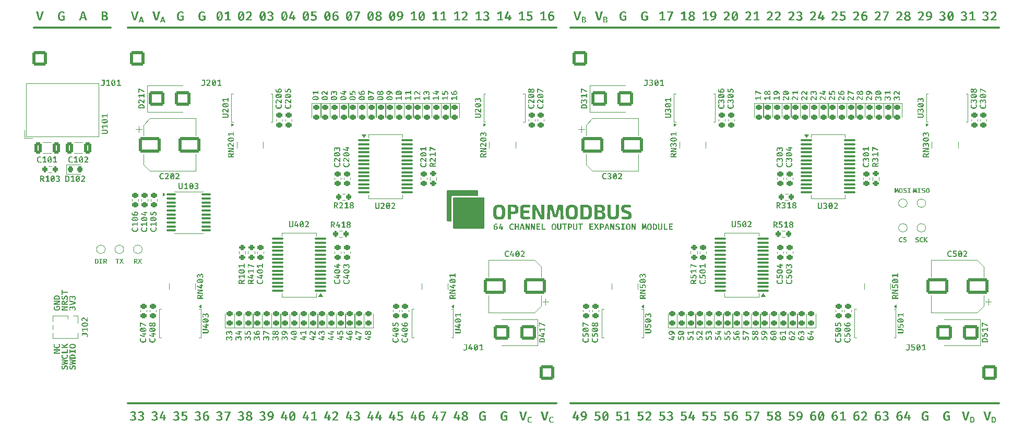
<source format=gto>
G04 #@! TF.GenerationSoftware,KiCad,Pcbnew,9.0.6*
G04 #@! TF.CreationDate,2025-12-18T09:25:28+01:00*
G04 #@! TF.ProjectId,OM-64DO,4f4d2d36-3444-44f2-9e6b-696361645f70,1A*
G04 #@! TF.SameCoordinates,Original*
G04 #@! TF.FileFunction,Legend,Top*
G04 #@! TF.FilePolarity,Positive*
%FSLAX46Y46*%
G04 Gerber Fmt 4.6, Leading zero omitted, Abs format (unit mm)*
G04 Created by KiCad (PCBNEW 9.0.6) date 2025-12-18 09:25:28*
%MOMM*%
%LPD*%
G01*
G04 APERTURE LIST*
G04 Aperture macros list*
%AMRoundRect*
0 Rectangle with rounded corners*
0 $1 Rounding radius*
0 $2 $3 $4 $5 $6 $7 $8 $9 X,Y pos of 4 corners*
0 Add a 4 corners polygon primitive as box body*
4,1,4,$2,$3,$4,$5,$6,$7,$8,$9,$2,$3,0*
0 Add four circle primitives for the rounded corners*
1,1,$1+$1,$2,$3*
1,1,$1+$1,$4,$5*
1,1,$1+$1,$6,$7*
1,1,$1+$1,$8,$9*
0 Add four rect primitives between the rounded corners*
20,1,$1+$1,$2,$3,$4,$5,0*
20,1,$1+$1,$4,$5,$6,$7,0*
20,1,$1+$1,$6,$7,$8,$9,0*
20,1,$1+$1,$8,$9,$2,$3,0*%
G04 Aperture macros list end*
%ADD10C,0.300000*%
%ADD11C,0.150000*%
%ADD12C,0.200000*%
%ADD13C,0.160000*%
%ADD14C,0.120000*%
%ADD15C,0.000000*%
%ADD16RoundRect,0.218750X0.256250X-0.218750X0.256250X0.218750X-0.256250X0.218750X-0.256250X-0.218750X0*%
%ADD17RoundRect,0.225000X-0.250000X0.225000X-0.250000X-0.225000X0.250000X-0.225000X0.250000X0.225000X0*%
%ADD18RoundRect,0.218750X-0.256250X0.218750X-0.256250X-0.218750X0.256250X-0.218750X0.256250X0.218750X0*%
%ADD19R,0.425000X0.800000*%
%ADD20R,0.250000X0.800000*%
%ADD21RoundRect,0.200000X0.200000X0.275000X-0.200000X0.275000X-0.200000X-0.275000X0.200000X-0.275000X0*%
%ADD22RoundRect,0.225000X0.250000X-0.225000X0.250000X0.225000X-0.250000X0.225000X-0.250000X-0.225000X0*%
%ADD23C,1.000000*%
%ADD24R,0.400000X1.000000*%
%ADD25RoundRect,0.200000X-0.275000X0.200000X-0.275000X-0.200000X0.275000X-0.200000X0.275000X0.200000X0*%
%ADD26RoundRect,0.250000X-1.000000X-0.900000X1.000000X-0.900000X1.000000X0.900000X-1.000000X0.900000X0*%
%ADD27RoundRect,0.250000X1.500000X1.000000X-1.500000X1.000000X-1.500000X-1.000000X1.500000X-1.000000X0*%
%ADD28RoundRect,0.250001X-0.949999X-0.949999X0.949999X-0.949999X0.949999X0.949999X-0.949999X0.949999X0*%
%ADD29C,2.400000*%
%ADD30RoundRect,0.100000X0.850000X0.100000X-0.850000X0.100000X-0.850000X-0.100000X0.850000X-0.100000X0*%
%ADD31RoundRect,0.250000X-0.325000X-0.650000X0.325000X-0.650000X0.325000X0.650000X-0.325000X0.650000X0*%
%ADD32RoundRect,0.200000X0.275000X-0.200000X0.275000X0.200000X-0.275000X0.200000X-0.275000X-0.200000X0*%
%ADD33RoundRect,0.250000X1.000000X0.900000X-1.000000X0.900000X-1.000000X-0.900000X1.000000X-0.900000X0*%
%ADD34RoundRect,0.100000X-0.850000X-0.100000X0.850000X-0.100000X0.850000X0.100000X-0.850000X0.100000X0*%
%ADD35RoundRect,0.250000X-1.500000X-1.000000X1.500000X-1.000000X1.500000X1.000000X-1.500000X1.000000X0*%
%ADD36RoundRect,0.200000X-0.200000X-0.275000X0.200000X-0.275000X0.200000X0.275000X-0.200000X0.275000X0*%
%ADD37R,1.000000X1.000000*%
%ADD38RoundRect,0.100000X-0.637500X-0.100000X0.637500X-0.100000X0.637500X0.100000X-0.637500X0.100000X0*%
%ADD39RoundRect,0.250000X0.325000X0.650000X-0.325000X0.650000X-0.325000X-0.650000X0.325000X-0.650000X0*%
%ADD40RoundRect,0.250001X0.949999X0.949999X-0.949999X0.949999X-0.949999X-0.949999X0.949999X-0.949999X0*%
%ADD41RoundRect,0.218750X-0.218750X-0.256250X0.218750X-0.256250X0.218750X0.256250X-0.218750X0.256250X0*%
%ADD42R,1.500000X2.300000*%
%ADD43O,1.500000X2.300000*%
G04 APERTURE END LIST*
D10*
X94300000Y-136000000D02*
X163800000Y-136000000D01*
X79000000Y-75000000D02*
X91500000Y-75000000D01*
X166100000Y-136000000D02*
X235600000Y-136000000D01*
X94300000Y-75000000D02*
X163800000Y-75000000D01*
X166100000Y-75000000D02*
X235600000Y-75000000D01*
G36*
X158392786Y-138569433D02*
G01*
X158715828Y-137333137D01*
X159017346Y-137333137D01*
X158562871Y-138822500D01*
X158211802Y-138822500D01*
X157759526Y-137333137D01*
X158072859Y-137333137D01*
X158392786Y-138569433D01*
G37*
G36*
X159525676Y-138184659D02*
G01*
X159620629Y-138191655D01*
X159693837Y-138210580D01*
X159759972Y-138241866D01*
X159821332Y-138284585D01*
X159725527Y-138398341D01*
X159682297Y-138368331D01*
X159635951Y-138346318D01*
X159586391Y-138332651D01*
X159532637Y-138327999D01*
X159468483Y-138336830D01*
X159410271Y-138363170D01*
X159361798Y-138407152D01*
X159321702Y-138475919D01*
X159297821Y-138560245D01*
X159288638Y-138680167D01*
X159297531Y-138798290D01*
X159320695Y-138881759D01*
X159359891Y-138950029D01*
X159408164Y-138994508D01*
X159466886Y-139021226D01*
X159534010Y-139030320D01*
X159604411Y-139023371D01*
X159657658Y-139004491D01*
X159745494Y-138946880D01*
X159834429Y-139059262D01*
X159779147Y-139104340D01*
X159708675Y-139143984D01*
X159628176Y-139169777D01*
X159525676Y-139179155D01*
X159444065Y-139172598D01*
X159370348Y-139153532D01*
X159303109Y-139122277D01*
X159243276Y-139078954D01*
X159192213Y-139023435D01*
X159149419Y-138954116D01*
X159119523Y-138877937D01*
X159100445Y-138787526D01*
X159093641Y-138680167D01*
X159100611Y-138574848D01*
X159120236Y-138485552D01*
X159151160Y-138409699D01*
X159194895Y-138340747D01*
X159246634Y-138285323D01*
X159306865Y-138241904D01*
X159374361Y-138210280D01*
X159446883Y-138191174D01*
X159525676Y-138184659D01*
G37*
D11*
G36*
X209500537Y-86467968D02*
G01*
X209505214Y-86397463D01*
X209518336Y-86338132D01*
X209538944Y-86288144D01*
X209568028Y-86242696D01*
X209602046Y-86206326D01*
X209641282Y-86177991D01*
X209685136Y-86157290D01*
X209731776Y-86144846D01*
X209781966Y-86140622D01*
X209844345Y-86145992D01*
X209905491Y-86162176D01*
X209965284Y-86189262D01*
X210032559Y-86232152D01*
X210099812Y-86285765D01*
X210180448Y-86360318D01*
X210263780Y-86445426D01*
X210366378Y-86556995D01*
X210366378Y-86117663D01*
X210515000Y-86138484D01*
X210515000Y-86773821D01*
X210376453Y-86773821D01*
X210164328Y-86560292D01*
X210078444Y-86480603D01*
X210012470Y-86425653D01*
X209948836Y-86381576D01*
X209897554Y-86355616D01*
X209846200Y-86340164D01*
X209796315Y-86335161D01*
X209752405Y-86339839D01*
X209717161Y-86352924D01*
X209688665Y-86373935D01*
X209667383Y-86402137D01*
X209653995Y-86438002D01*
X209649159Y-86483783D01*
X209655528Y-86543036D01*
X209673217Y-86589723D01*
X209703134Y-86630945D01*
X209751130Y-86674781D01*
X209660638Y-86793971D01*
X209613561Y-86753281D01*
X209574520Y-86708384D01*
X209542913Y-86658966D01*
X209520086Y-86605199D01*
X209505653Y-86542139D01*
X209500537Y-86467968D01*
G37*
G36*
X210246827Y-85224547D02*
G01*
X210307844Y-85238925D01*
X210363142Y-85262324D01*
X210413479Y-85294736D01*
X210455602Y-85334167D01*
X210490270Y-85381148D01*
X210515625Y-85433611D01*
X210531174Y-85492042D01*
X210536554Y-85557736D01*
X210532171Y-85621613D01*
X210519765Y-85676321D01*
X210500084Y-85723327D01*
X210473356Y-85763816D01*
X210427152Y-85810474D01*
X210370628Y-85848356D01*
X210302142Y-85877572D01*
X210229262Y-85896875D01*
X210148584Y-85908923D01*
X210059120Y-85913109D01*
X209948834Y-85907277D01*
X209852030Y-85890670D01*
X209766945Y-85864322D01*
X209687301Y-85825779D01*
X209622640Y-85778882D01*
X209570940Y-85723577D01*
X209540427Y-85675980D01*
X209518554Y-85624173D01*
X209505152Y-85567377D01*
X209500537Y-85504613D01*
X209504826Y-85443157D01*
X209517084Y-85389392D01*
X209536836Y-85339477D01*
X209562269Y-85295663D01*
X209680055Y-85368204D01*
X209657227Y-85410392D01*
X209643661Y-85454867D01*
X209639084Y-85502476D01*
X209644326Y-85546398D01*
X209659691Y-85585364D01*
X209685626Y-85620649D01*
X209723836Y-85652930D01*
X209766726Y-85676970D01*
X209819379Y-85696293D01*
X209883602Y-85710249D01*
X209961484Y-85717837D01*
X209913497Y-85668342D01*
X209881434Y-85615194D01*
X209862244Y-85557350D01*
X209860750Y-85543387D01*
X209992320Y-85543387D01*
X209998829Y-85592096D01*
X210018576Y-85638519D01*
X210049297Y-85680163D01*
X210090689Y-85717104D01*
X210195167Y-85710446D01*
X210270008Y-85696782D01*
X210321926Y-85678392D01*
X210355300Y-85656947D01*
X210378269Y-85630197D01*
X210392301Y-85597286D01*
X210397274Y-85556332D01*
X210390408Y-85509843D01*
X210371000Y-85473854D01*
X210338412Y-85445751D01*
X210297626Y-85426502D01*
X210248450Y-85414237D01*
X210189057Y-85409847D01*
X210116567Y-85414871D01*
X210067768Y-85427656D01*
X210036161Y-85445751D01*
X210011953Y-85472331D01*
X209997412Y-85504308D01*
X209992320Y-85543387D01*
X209860750Y-85543387D01*
X209855910Y-85498141D01*
X209860108Y-85447945D01*
X209872445Y-85401556D01*
X209892913Y-85358190D01*
X209920959Y-85319409D01*
X209956871Y-85285881D01*
X210001662Y-85257317D01*
X210050931Y-85237074D01*
X210109434Y-85224179D01*
X210178982Y-85219582D01*
X210246827Y-85224547D01*
G37*
G36*
X202246827Y-125085259D02*
G01*
X202307844Y-125099637D01*
X202363142Y-125123036D01*
X202413479Y-125155448D01*
X202455602Y-125194879D01*
X202490270Y-125241860D01*
X202515625Y-125294323D01*
X202531174Y-125352753D01*
X202536554Y-125418448D01*
X202532171Y-125482325D01*
X202519765Y-125537033D01*
X202500084Y-125584038D01*
X202473356Y-125624528D01*
X202427152Y-125671185D01*
X202370628Y-125709068D01*
X202302142Y-125738284D01*
X202229262Y-125757587D01*
X202148584Y-125769635D01*
X202059120Y-125773821D01*
X201948834Y-125767989D01*
X201852030Y-125751382D01*
X201766945Y-125725034D01*
X201687301Y-125686490D01*
X201622640Y-125639593D01*
X201570940Y-125584289D01*
X201540427Y-125536692D01*
X201518554Y-125484885D01*
X201505152Y-125428089D01*
X201500537Y-125365325D01*
X201504826Y-125303868D01*
X201517084Y-125250103D01*
X201536836Y-125200189D01*
X201562269Y-125156375D01*
X201680055Y-125228915D01*
X201657227Y-125271104D01*
X201643661Y-125315578D01*
X201639084Y-125363188D01*
X201644326Y-125407110D01*
X201659691Y-125446076D01*
X201685626Y-125481361D01*
X201723836Y-125513641D01*
X201766726Y-125537682D01*
X201819379Y-125557004D01*
X201883602Y-125570960D01*
X201961484Y-125578549D01*
X201913497Y-125529054D01*
X201881434Y-125475906D01*
X201862244Y-125418062D01*
X201860750Y-125404098D01*
X201992320Y-125404098D01*
X201998829Y-125452808D01*
X202018576Y-125499231D01*
X202049297Y-125540875D01*
X202090689Y-125577816D01*
X202195167Y-125571158D01*
X202270008Y-125557494D01*
X202321926Y-125539104D01*
X202355300Y-125517659D01*
X202378269Y-125490909D01*
X202392301Y-125457998D01*
X202397274Y-125417043D01*
X202390408Y-125370555D01*
X202371000Y-125334566D01*
X202338412Y-125306462D01*
X202297626Y-125287214D01*
X202248450Y-125274949D01*
X202189057Y-125270559D01*
X202116567Y-125275583D01*
X202067768Y-125288367D01*
X202036161Y-125306462D01*
X202011953Y-125333043D01*
X201997412Y-125365020D01*
X201992320Y-125404098D01*
X201860750Y-125404098D01*
X201855910Y-125358853D01*
X201860108Y-125308657D01*
X201872445Y-125262268D01*
X201892913Y-125218901D01*
X201920959Y-125180120D01*
X201956871Y-125146593D01*
X202001662Y-125118029D01*
X202050931Y-125097786D01*
X202109434Y-125084891D01*
X202178982Y-125080294D01*
X202246827Y-125085259D01*
G37*
G36*
X201500537Y-124607256D02*
G01*
X201505214Y-124536751D01*
X201518336Y-124477421D01*
X201538944Y-124427432D01*
X201568028Y-124381984D01*
X201602046Y-124345614D01*
X201641282Y-124317279D01*
X201685136Y-124296578D01*
X201731776Y-124284134D01*
X201781966Y-124279910D01*
X201844345Y-124285281D01*
X201905491Y-124301464D01*
X201965284Y-124328550D01*
X202032559Y-124371440D01*
X202099812Y-124425054D01*
X202180448Y-124499606D01*
X202263780Y-124584714D01*
X202366378Y-124696283D01*
X202366378Y-124256951D01*
X202515000Y-124277773D01*
X202515000Y-124913109D01*
X202376453Y-124913109D01*
X202164328Y-124699580D01*
X202078444Y-124619891D01*
X202012470Y-124564941D01*
X201948836Y-124520864D01*
X201897554Y-124494904D01*
X201846200Y-124479452D01*
X201796315Y-124474449D01*
X201752405Y-124479127D01*
X201717161Y-124492213D01*
X201688665Y-124513223D01*
X201667383Y-124541426D01*
X201653995Y-124577290D01*
X201649159Y-124623071D01*
X201655528Y-124682324D01*
X201673217Y-124729011D01*
X201703134Y-124770233D01*
X201751130Y-124814069D01*
X201660638Y-124933259D01*
X201613561Y-124892569D01*
X201574520Y-124847672D01*
X201542913Y-124798254D01*
X201520086Y-124744487D01*
X201505653Y-124681427D01*
X201500537Y-124607256D01*
G37*
D10*
G36*
X90582729Y-72341969D02*
G01*
X90712217Y-72367575D01*
X90793203Y-72396754D01*
X90860967Y-72435747D01*
X90917381Y-72484446D01*
X90959736Y-72543812D01*
X90986375Y-72618311D01*
X90995966Y-72712233D01*
X90985952Y-72799046D01*
X90957773Y-72868945D01*
X90913345Y-72928051D01*
X90856564Y-72975007D01*
X90791191Y-73010254D01*
X90721376Y-73034175D01*
X90800944Y-73052991D01*
X90880195Y-73084275D01*
X90951279Y-73130351D01*
X91009430Y-73195192D01*
X91036748Y-73246768D01*
X91054285Y-73310899D01*
X91060629Y-73390648D01*
X91054652Y-73473486D01*
X91037920Y-73542504D01*
X91011628Y-73600116D01*
X90975010Y-73651991D01*
X90930895Y-73695936D01*
X90878638Y-73732557D01*
X90790283Y-73773965D01*
X90688037Y-73802075D01*
X90580203Y-73817330D01*
X90467211Y-73822500D01*
X90005225Y-73822500D01*
X90005225Y-73601765D01*
X90300332Y-73601765D01*
X90470508Y-73601765D01*
X90540553Y-73597541D01*
X90606704Y-73585095D01*
X90666399Y-73560536D01*
X90713316Y-73521531D01*
X90735216Y-73487824D01*
X90749512Y-73442819D01*
X90754807Y-73383137D01*
X90744775Y-73296463D01*
X90718390Y-73237481D01*
X90677779Y-73198398D01*
X90624331Y-73172047D01*
X90560325Y-73155351D01*
X90483422Y-73149397D01*
X90300332Y-73149397D01*
X90300332Y-73601765D01*
X90005225Y-73601765D01*
X90005225Y-72941577D01*
X90300332Y-72941577D01*
X90461807Y-72941577D01*
X90540385Y-72935292D01*
X90597945Y-72918612D01*
X90639494Y-72893674D01*
X90670330Y-72857619D01*
X90690235Y-72807370D01*
X90697654Y-72738061D01*
X90689755Y-72673743D01*
X90668276Y-72626742D01*
X90634090Y-72592615D01*
X90589477Y-72569613D01*
X90529228Y-72554228D01*
X90448893Y-72548468D01*
X90300332Y-72548468D01*
X90300332Y-72941577D01*
X90005225Y-72941577D01*
X90005225Y-72333137D01*
X90440283Y-72333137D01*
X90582729Y-72341969D01*
G37*
D12*
G36*
X84515000Y-120475915D02*
G01*
X83690069Y-120768091D01*
X83789537Y-120756612D01*
X83933824Y-120744033D01*
X84097161Y-120738660D01*
X84515000Y-120738660D01*
X84515000Y-120909508D01*
X83522091Y-120909508D01*
X83522091Y-120659708D01*
X84345556Y-120370341D01*
X84183684Y-120389026D01*
X84073780Y-120396930D01*
X83943532Y-120399773D01*
X83522091Y-120399773D01*
X83522091Y-120228925D01*
X84515000Y-120228925D01*
X84515000Y-120475915D01*
G37*
G36*
X84515000Y-119512500D02*
G01*
X84119387Y-119747278D01*
X84119387Y-119837770D01*
X84515000Y-119837770D01*
X84515000Y-120033775D01*
X83522091Y-120033775D01*
X83522091Y-119741538D01*
X83522364Y-119736531D01*
X83664241Y-119736531D01*
X83664241Y-119837770D01*
X83980108Y-119837770D01*
X83980108Y-119730059D01*
X83975248Y-119673289D01*
X83962034Y-119629611D01*
X83941700Y-119596153D01*
X83912730Y-119571259D01*
X83872089Y-119555153D01*
X83815732Y-119549136D01*
X83764789Y-119554985D01*
X83727404Y-119570835D01*
X83700144Y-119595786D01*
X83681476Y-119628919D01*
X83668955Y-119674566D01*
X83664241Y-119736531D01*
X83522364Y-119736531D01*
X83527555Y-119641176D01*
X83542508Y-119560548D01*
X83565226Y-119496255D01*
X83594631Y-119445394D01*
X83634610Y-119402425D01*
X83683417Y-119371546D01*
X83742872Y-119352171D01*
X83815732Y-119345254D01*
X83869376Y-119349464D01*
X83915727Y-119361466D01*
X83956043Y-119380742D01*
X83991282Y-119407353D01*
X84031787Y-119451660D01*
X84064111Y-119502016D01*
X84088551Y-119559211D01*
X84515000Y-119287063D01*
X84515000Y-119512500D01*
G37*
G36*
X84229968Y-118478803D02*
G01*
X84288878Y-118484120D01*
X84341742Y-118499590D01*
X84389764Y-118525087D01*
X84431757Y-118559704D01*
X84467705Y-118603750D01*
X84497780Y-118658627D01*
X84518606Y-118718032D01*
X84531854Y-118787451D01*
X84536554Y-118868614D01*
X84531894Y-118954220D01*
X84518762Y-119027606D01*
X84498147Y-119090509D01*
X84469342Y-119150251D01*
X84436402Y-119201634D01*
X84399412Y-119245542D01*
X84283824Y-119142166D01*
X84327190Y-119085019D01*
X84359539Y-119021571D01*
X84379490Y-118952002D01*
X84386467Y-118871484D01*
X84382098Y-118819455D01*
X84369717Y-118775325D01*
X84349891Y-118737639D01*
X84321842Y-118707607D01*
X84286933Y-118689711D01*
X84242913Y-118683417D01*
X84204814Y-118687935D01*
X84174342Y-118700636D01*
X84148678Y-118722681D01*
X84123722Y-118759865D01*
X84102866Y-118806364D01*
X84079209Y-118876552D01*
X84040249Y-118984690D01*
X84000425Y-119063588D01*
X83960385Y-119119207D01*
X83923520Y-119153198D01*
X83881433Y-119177360D01*
X83833083Y-119192231D01*
X83776959Y-119197426D01*
X83721622Y-119191960D01*
X83672910Y-119176133D01*
X83629436Y-119150043D01*
X83591763Y-119115387D01*
X83559978Y-119073152D01*
X83533937Y-119022304D01*
X83515715Y-118967752D01*
X83504438Y-118907706D01*
X83500537Y-118841320D01*
X83504347Y-118768132D01*
X83515212Y-118703658D01*
X83532472Y-118646781D01*
X83556945Y-118592659D01*
X83587184Y-118543515D01*
X83623330Y-118498892D01*
X83734583Y-118597260D01*
X83696275Y-118650763D01*
X83669980Y-118707475D01*
X83654328Y-118767356D01*
X83649159Y-118827704D01*
X83652681Y-118875349D01*
X83662510Y-118914704D01*
X83677918Y-118947260D01*
X83700308Y-118973437D01*
X83728377Y-118988868D01*
X83764014Y-118994277D01*
X83796986Y-118989215D01*
X83823975Y-118974555D01*
X83846408Y-118950001D01*
X83870321Y-118907021D01*
X83891359Y-118854316D01*
X83917643Y-118774581D01*
X83947697Y-118689844D01*
X83981573Y-118619853D01*
X84009363Y-118578189D01*
X84041465Y-118543853D01*
X84078110Y-118516111D01*
X84119209Y-118496137D01*
X84169166Y-118483382D01*
X84229968Y-118478803D01*
G37*
G36*
X83676453Y-117890910D02*
G01*
X84515000Y-117890910D01*
X84515000Y-118086915D01*
X83676453Y-118086915D01*
X83676453Y-118376953D01*
X83522091Y-118376953D01*
X83522091Y-117592201D01*
X83676453Y-117612351D01*
X83676453Y-117890910D01*
G37*
D11*
G36*
X133842963Y-86089650D02*
G01*
X133946635Y-86107566D01*
X134031329Y-86135024D01*
X134100144Y-86170786D01*
X134149626Y-86209529D01*
X134187183Y-86253888D01*
X134214092Y-86304510D01*
X134230733Y-86362623D01*
X134236554Y-86429927D01*
X134230719Y-86497565D01*
X134214052Y-86555866D01*
X134187127Y-86606555D01*
X134149580Y-86650878D01*
X134100144Y-86689496D01*
X134031357Y-86725072D01*
X133946672Y-86752399D01*
X133842990Y-86770233D01*
X133716744Y-86776691D01*
X133591266Y-86770233D01*
X133488267Y-86752400D01*
X133404179Y-86725076D01*
X133335908Y-86689496D01*
X133286906Y-86650932D01*
X133249647Y-86606643D01*
X133222904Y-86555957D01*
X133206338Y-86497626D01*
X133200537Y-86429927D01*
X133341282Y-86429927D01*
X133346544Y-86467526D01*
X133361908Y-86499665D01*
X133388155Y-86527784D01*
X133427805Y-86552354D01*
X133487742Y-86572831D01*
X133580321Y-86587740D01*
X133716744Y-86593631D01*
X133851716Y-86589722D01*
X133939310Y-86580014D01*
X133395076Y-86315805D01*
X133369594Y-86337753D01*
X133353494Y-86363188D01*
X133344524Y-86392838D01*
X133341282Y-86429927D01*
X133200537Y-86429927D01*
X133206325Y-86362562D01*
X133222865Y-86304418D01*
X133238099Y-86275566D01*
X133530081Y-86275566D01*
X134057768Y-86532631D01*
X134075609Y-86512144D01*
X134087199Y-86488484D01*
X134093543Y-86461843D01*
X134095809Y-86429927D01*
X134090534Y-86391964D01*
X134075182Y-86359740D01*
X134049042Y-86331768D01*
X134009652Y-86307562D01*
X133949860Y-86287502D01*
X133856198Y-86272794D01*
X133716744Y-86266956D01*
X133607800Y-86269356D01*
X133530081Y-86275566D01*
X133238099Y-86275566D01*
X133249592Y-86253800D01*
X133286860Y-86209475D01*
X133335908Y-86170786D01*
X133404206Y-86135020D01*
X133488304Y-86107564D01*
X133591294Y-86089650D01*
X133716744Y-86083163D01*
X133842963Y-86089650D01*
G37*
G36*
X134234356Y-85638153D02*
G01*
X134179096Y-85816939D01*
X133368515Y-85440744D01*
X133368515Y-85887281D01*
X133222091Y-85887281D01*
X133222091Y-85249013D01*
X133354166Y-85249013D01*
X134234356Y-85638153D01*
G37*
D12*
G36*
X95603669Y-112542044D02*
G01*
X95668172Y-112554007D01*
X95719607Y-112572181D01*
X95760296Y-112595705D01*
X95794671Y-112627688D01*
X95819374Y-112666734D01*
X95834874Y-112714297D01*
X95840407Y-112772586D01*
X95837040Y-112815500D01*
X95827438Y-112852582D01*
X95812017Y-112884835D01*
X95790728Y-112913025D01*
X95755283Y-112945430D01*
X95714998Y-112971289D01*
X95669242Y-112990841D01*
X95886960Y-113332000D01*
X95706611Y-113332000D01*
X95518788Y-113015510D01*
X95446395Y-113015510D01*
X95446395Y-113332000D01*
X95289591Y-113332000D01*
X95289591Y-112904086D01*
X95446395Y-112904086D01*
X95532564Y-112904086D01*
X95577980Y-112900198D01*
X95612922Y-112889627D01*
X95639689Y-112873360D01*
X95659603Y-112850184D01*
X95672488Y-112817671D01*
X95677302Y-112772586D01*
X95672622Y-112731831D01*
X95659942Y-112701923D01*
X95639982Y-112680115D01*
X95613476Y-112665181D01*
X95576958Y-112655164D01*
X95527386Y-112651392D01*
X95446395Y-112651392D01*
X95446395Y-112904086D01*
X95289591Y-112904086D01*
X95289591Y-112537673D01*
X95523380Y-112537673D01*
X95603669Y-112542044D01*
G37*
G36*
X95927651Y-112537673D02*
G01*
X96099354Y-112537673D01*
X96238377Y-112810492D01*
X96379060Y-112537673D01*
X96546220Y-112537673D01*
X96330261Y-112902376D01*
X96568056Y-113332000D01*
X96396304Y-113332000D01*
X96236081Y-113009208D01*
X96076395Y-113332000D01*
X95908698Y-113332000D01*
X96143024Y-112909850D01*
X95927651Y-112537673D01*
G37*
D11*
G36*
X146069248Y-86086766D02*
G01*
X146215000Y-86086766D01*
X146215000Y-86706349D01*
X146069248Y-86706349D01*
X146069248Y-86465831D01*
X145413028Y-86465831D01*
X145544431Y-86677650D01*
X145413028Y-86758739D01*
X145222091Y-86447146D01*
X145222091Y-86279901D01*
X146069248Y-86279901D01*
X146069248Y-86086766D01*
G37*
G36*
X145222091Y-85274842D02*
G01*
X145361371Y-85297129D01*
X145361371Y-85670454D01*
X145609766Y-85670454D01*
X145593130Y-85630530D01*
X145582533Y-85591503D01*
X145576533Y-85552264D01*
X145574595Y-85515360D01*
X145578939Y-85464293D01*
X145591643Y-85417692D01*
X145612636Y-85374676D01*
X145641294Y-85336362D01*
X145677473Y-85303444D01*
X145722117Y-85275635D01*
X145771037Y-85255848D01*
X145827633Y-85243392D01*
X145893332Y-85238999D01*
X145958595Y-85244341D01*
X146017328Y-85259857D01*
X146070713Y-85285283D01*
X146118507Y-85320080D01*
X146158905Y-85362980D01*
X146192407Y-85414854D01*
X146216409Y-85471928D01*
X146231340Y-85536546D01*
X146236554Y-85610126D01*
X146232183Y-85676785D01*
X146219585Y-85736402D01*
X146199246Y-85790011D01*
X146171269Y-85840190D01*
X146137816Y-85884895D01*
X146098679Y-85924589D01*
X145996036Y-85814069D01*
X146037345Y-85771652D01*
X146065838Y-85725954D01*
X146082860Y-85676148D01*
X146088665Y-85620934D01*
X146082505Y-85566159D01*
X146065140Y-85521706D01*
X146036946Y-85485257D01*
X145999588Y-85458092D01*
X145952852Y-85441062D01*
X145894064Y-85434943D01*
X145827737Y-85440659D01*
X145781955Y-85455497D01*
X145751182Y-85477319D01*
X145728245Y-85507765D01*
X145714371Y-85543182D01*
X145709539Y-85585030D01*
X145713020Y-85627429D01*
X145723785Y-85671748D01*
X145742573Y-85718570D01*
X145742573Y-85851377D01*
X145222091Y-85851377D01*
X145222091Y-85274842D01*
G37*
G36*
X202000537Y-86467968D02*
G01*
X202005214Y-86397463D01*
X202018336Y-86338132D01*
X202038944Y-86288144D01*
X202068028Y-86242696D01*
X202102046Y-86206326D01*
X202141282Y-86177991D01*
X202185136Y-86157290D01*
X202231776Y-86144846D01*
X202281966Y-86140622D01*
X202344345Y-86145992D01*
X202405491Y-86162176D01*
X202465284Y-86189262D01*
X202532559Y-86232152D01*
X202599812Y-86285765D01*
X202680448Y-86360318D01*
X202763780Y-86445426D01*
X202866378Y-86556995D01*
X202866378Y-86117663D01*
X203015000Y-86138484D01*
X203015000Y-86773821D01*
X202876453Y-86773821D01*
X202664328Y-86560292D01*
X202578444Y-86480603D01*
X202512470Y-86425653D01*
X202448836Y-86381576D01*
X202397554Y-86355616D01*
X202346200Y-86340164D01*
X202296315Y-86335161D01*
X202252405Y-86339839D01*
X202217161Y-86352924D01*
X202188665Y-86373935D01*
X202167383Y-86402137D01*
X202153995Y-86438002D01*
X202149159Y-86483783D01*
X202155528Y-86543036D01*
X202173217Y-86589723D01*
X202203134Y-86630945D01*
X202251130Y-86674781D01*
X202160638Y-86793971D01*
X202113561Y-86753281D01*
X202074520Y-86708384D01*
X202042913Y-86658966D01*
X202020086Y-86605199D01*
X202005653Y-86542139D01*
X202000537Y-86467968D01*
G37*
G36*
X202869248Y-85226054D02*
G01*
X203015000Y-85226054D01*
X203015000Y-85845637D01*
X202869248Y-85845637D01*
X202869248Y-85605119D01*
X202213028Y-85605119D01*
X202344431Y-85816939D01*
X202213028Y-85898027D01*
X202022091Y-85586435D01*
X202022091Y-85419189D01*
X202869248Y-85419189D01*
X202869248Y-85226054D01*
G37*
G36*
X133096821Y-125188005D02*
G01*
X133351017Y-125188005D01*
X133351017Y-125078889D01*
X133495303Y-125078889D01*
X133495303Y-125188005D01*
X133715000Y-125188005D01*
X133715000Y-125370332D01*
X133495303Y-125371797D01*
X133495303Y-125783163D01*
X133366099Y-125783163D01*
X132700537Y-125501735D01*
X132761536Y-125340901D01*
X133351017Y-125586426D01*
X133351017Y-125370332D01*
X133096821Y-125348106D01*
X133096821Y-125188005D01*
G37*
G36*
X133497465Y-124215628D02*
G01*
X133545285Y-124229432D01*
X133590802Y-124252616D01*
X133631133Y-124283963D01*
X133666386Y-124324338D01*
X133696742Y-124375042D01*
X133718095Y-124430254D01*
X133731706Y-124495548D01*
X133736554Y-124572818D01*
X133731764Y-124649638D01*
X133718361Y-124714086D01*
X133697414Y-124768151D01*
X133667621Y-124817678D01*
X133633099Y-124856952D01*
X133593672Y-124887281D01*
X133549182Y-124909595D01*
X133502073Y-124922941D01*
X133451523Y-124927459D01*
X133394939Y-124921566D01*
X133345184Y-124904474D01*
X133300764Y-124876168D01*
X133262234Y-124838989D01*
X133228493Y-124793528D01*
X133199525Y-124738659D01*
X133167092Y-124788424D01*
X133135169Y-124825522D01*
X133103660Y-124852110D01*
X133067740Y-124871326D01*
X133023527Y-124883595D01*
X132969021Y-124888013D01*
X132912630Y-124882736D01*
X132864223Y-124867644D01*
X132822231Y-124843134D01*
X132785709Y-124810340D01*
X132755538Y-124771352D01*
X132731434Y-124725409D01*
X132714381Y-124675987D01*
X132704046Y-124623853D01*
X132700537Y-124568483D01*
X132833344Y-124568483D01*
X132837662Y-124610665D01*
X132849617Y-124643864D01*
X132868576Y-124670088D01*
X132894225Y-124689577D01*
X132927220Y-124701890D01*
X132969754Y-124706358D01*
X133010697Y-124701168D01*
X133042641Y-124686651D01*
X133067756Y-124662944D01*
X133094562Y-124619468D01*
X133251182Y-124619468D01*
X133283707Y-124665015D01*
X133325188Y-124702450D01*
X133357357Y-124720428D01*
X133396076Y-124731753D01*
X133442913Y-124735789D01*
X133487620Y-124730852D01*
X133524362Y-124716879D01*
X133554898Y-124694146D01*
X133577422Y-124663718D01*
X133591928Y-124623127D01*
X133597274Y-124569215D01*
X133591716Y-124515006D01*
X133576630Y-124474347D01*
X133553128Y-124443980D01*
X133521633Y-124421014D01*
X133486489Y-124407331D01*
X133446516Y-124402642D01*
X133395001Y-124409294D01*
X133357489Y-124427432D01*
X133327149Y-124456911D01*
X133300031Y-124500339D01*
X133277037Y-124551564D01*
X133251182Y-124619468D01*
X133094562Y-124619468D01*
X133098296Y-124613411D01*
X133131320Y-124535510D01*
X133091950Y-124485311D01*
X133057009Y-124455765D01*
X133017427Y-124438197D01*
X132969754Y-124432073D01*
X132930445Y-124436222D01*
X132898050Y-124447949D01*
X132871079Y-124466939D01*
X132850784Y-124492499D01*
X132837989Y-124525581D01*
X132833344Y-124568483D01*
X132700537Y-124568483D01*
X132703993Y-124510217D01*
X132714032Y-124456973D01*
X132730334Y-124408076D01*
X132753767Y-124362584D01*
X132783019Y-124324592D01*
X132818323Y-124293221D01*
X132858967Y-124269865D01*
X132905620Y-124255496D01*
X132959740Y-124250478D01*
X133005251Y-124255070D01*
X133045306Y-124268376D01*
X133081067Y-124290351D01*
X133112434Y-124319271D01*
X133144468Y-124358660D01*
X133177238Y-124410580D01*
X133214136Y-124344891D01*
X133253903Y-124294715D01*
X133296455Y-124257599D01*
X133342153Y-124231774D01*
X133391788Y-124216267D01*
X133446516Y-124210972D01*
X133497465Y-124215628D01*
G37*
D12*
G36*
X84770537Y-120610860D02*
G01*
X84774648Y-120543576D01*
X84786282Y-120485668D01*
X84804670Y-120435737D01*
X84830775Y-120389559D01*
X84861251Y-120352609D01*
X84896200Y-120323691D01*
X84935910Y-120302081D01*
X84977753Y-120289247D01*
X85022534Y-120284918D01*
X85082564Y-120291485D01*
X85132970Y-120310224D01*
X85175858Y-120340910D01*
X85211193Y-120381166D01*
X85238561Y-120428640D01*
X85258046Y-120484525D01*
X85271111Y-120421721D01*
X85293583Y-120367166D01*
X85314643Y-120334828D01*
X85340921Y-120307321D01*
X85372901Y-120284246D01*
X85408654Y-120267683D01*
X85451688Y-120257127D01*
X85503571Y-120253349D01*
X85558232Y-120258439D01*
X85608896Y-120273459D01*
X85656528Y-120298595D01*
X85698658Y-120332286D01*
X85735079Y-120374606D01*
X85766010Y-120426700D01*
X85787940Y-120483346D01*
X85801713Y-120548310D01*
X85806554Y-120623072D01*
X85802392Y-120690299D01*
X85790218Y-120752651D01*
X85770284Y-120810833D01*
X85742231Y-120865339D01*
X85706823Y-120913854D01*
X85663672Y-120956952D01*
X85563166Y-120845638D01*
X85606465Y-120799589D01*
X85635706Y-120748368D01*
X85652924Y-120692258D01*
X85658665Y-120633818D01*
X85653404Y-120579404D01*
X85638692Y-120535263D01*
X85615251Y-120499241D01*
X85583150Y-120471626D01*
X85543146Y-120454664D01*
X85492824Y-120448621D01*
X85436171Y-120454924D01*
X85395839Y-120471754D01*
X85367527Y-120497836D01*
X85347746Y-120532450D01*
X85335098Y-120575627D01*
X85330525Y-120629544D01*
X85330525Y-120717838D01*
X85195580Y-120695612D01*
X85195580Y-120633147D01*
X85191431Y-120589309D01*
X85179507Y-120551287D01*
X85160043Y-120517925D01*
X85133058Y-120492047D01*
X85097499Y-120475992D01*
X85050561Y-120470176D01*
X85009626Y-120475477D01*
X84976635Y-120490520D01*
X84949689Y-120515422D01*
X84929918Y-120547280D01*
X84917710Y-120584613D01*
X84913419Y-120628811D01*
X84919370Y-120688140D01*
X84936378Y-120738660D01*
X84963576Y-120785177D01*
X85001713Y-120832021D01*
X84897604Y-120930329D01*
X84851568Y-120874874D01*
X84816310Y-120815877D01*
X84791127Y-120752766D01*
X84775786Y-120684751D01*
X84770537Y-120610860D01*
G37*
G36*
X85616289Y-119704902D02*
G01*
X84792091Y-119489541D01*
X84792091Y-119288529D01*
X85785000Y-119591512D01*
X85785000Y-119825558D01*
X84792091Y-120127076D01*
X84792091Y-119918187D01*
X85616289Y-119704902D01*
G37*
G36*
X84770537Y-118889436D02*
G01*
X84774648Y-118822152D01*
X84786282Y-118764244D01*
X84804670Y-118714314D01*
X84830775Y-118668136D01*
X84861251Y-118631186D01*
X84896200Y-118602267D01*
X84935910Y-118580658D01*
X84977753Y-118567823D01*
X85022534Y-118563494D01*
X85082564Y-118570061D01*
X85132970Y-118588801D01*
X85175858Y-118619487D01*
X85211193Y-118659743D01*
X85238561Y-118707216D01*
X85258046Y-118763101D01*
X85271111Y-118700297D01*
X85293583Y-118645743D01*
X85314643Y-118613405D01*
X85340921Y-118585897D01*
X85372901Y-118562822D01*
X85408654Y-118546259D01*
X85451688Y-118535703D01*
X85503571Y-118531926D01*
X85558232Y-118537015D01*
X85608896Y-118552036D01*
X85656528Y-118577172D01*
X85698658Y-118610862D01*
X85735079Y-118653182D01*
X85766010Y-118705277D01*
X85787940Y-118761923D01*
X85801713Y-118826887D01*
X85806554Y-118901648D01*
X85802392Y-118968876D01*
X85790218Y-119031228D01*
X85770284Y-119089410D01*
X85742231Y-119143915D01*
X85706823Y-119192431D01*
X85663672Y-119235528D01*
X85563166Y-119124214D01*
X85606465Y-119078166D01*
X85635706Y-119026945D01*
X85652924Y-118970834D01*
X85658665Y-118912395D01*
X85653404Y-118857981D01*
X85638692Y-118813840D01*
X85615251Y-118777817D01*
X85583150Y-118750203D01*
X85543146Y-118733241D01*
X85492824Y-118727198D01*
X85436171Y-118733500D01*
X85395839Y-118750330D01*
X85367527Y-118776413D01*
X85347746Y-118811026D01*
X85335098Y-118854204D01*
X85330525Y-118908121D01*
X85330525Y-118996414D01*
X85195580Y-118974188D01*
X85195580Y-118911723D01*
X85191431Y-118867886D01*
X85179507Y-118829863D01*
X85160043Y-118796502D01*
X85133058Y-118770623D01*
X85097499Y-118754569D01*
X85050561Y-118748752D01*
X85009626Y-118754054D01*
X84976635Y-118769097D01*
X84949689Y-118793998D01*
X84929918Y-118825856D01*
X84917710Y-118863189D01*
X84913419Y-118907388D01*
X84919370Y-118966716D01*
X84936378Y-119017236D01*
X84963576Y-119063753D01*
X85001713Y-119110598D01*
X84897604Y-119208906D01*
X84851568Y-119153451D01*
X84816310Y-119094454D01*
X84791127Y-119031343D01*
X84775786Y-118963327D01*
X84770537Y-118889436D01*
G37*
D10*
G36*
X229892642Y-72300806D02*
G01*
X229993568Y-72306973D01*
X230080430Y-72324423D01*
X230155326Y-72352005D01*
X230224593Y-72391163D01*
X230280018Y-72436877D01*
X230323395Y-72489300D01*
X230355810Y-72548865D01*
X230375062Y-72611630D01*
X230381555Y-72678802D01*
X230371705Y-72768846D01*
X230343595Y-72844455D01*
X230297566Y-72908787D01*
X230237182Y-72961790D01*
X230165972Y-73002842D01*
X230082144Y-73032069D01*
X230176350Y-73051666D01*
X230258182Y-73085375D01*
X230306689Y-73116965D01*
X230347951Y-73156382D01*
X230382563Y-73204351D01*
X230407407Y-73257981D01*
X230423242Y-73322533D01*
X230428908Y-73400356D01*
X230421274Y-73482348D01*
X230398743Y-73558344D01*
X230361039Y-73629792D01*
X230310503Y-73692988D01*
X230247023Y-73747619D01*
X230168881Y-73794015D01*
X230083913Y-73826910D01*
X229986466Y-73847569D01*
X229874324Y-73854831D01*
X229773483Y-73848588D01*
X229679955Y-73830328D01*
X229592682Y-73800426D01*
X229510923Y-73758347D01*
X229438150Y-73705235D01*
X229373504Y-73640508D01*
X229540475Y-73489749D01*
X229609548Y-73554698D01*
X229686379Y-73598559D01*
X229770545Y-73624387D01*
X229858204Y-73632998D01*
X229939825Y-73625106D01*
X230006037Y-73603039D01*
X230060071Y-73567876D01*
X230101492Y-73519726D01*
X230126935Y-73459720D01*
X230136000Y-73384236D01*
X230126546Y-73299257D01*
X230101301Y-73238759D01*
X230062177Y-73196291D01*
X230010257Y-73166620D01*
X229945491Y-73147647D01*
X229864616Y-73140787D01*
X229732175Y-73140787D01*
X229765514Y-72938371D01*
X229859212Y-72938371D01*
X229924968Y-72932146D01*
X229982001Y-72914261D01*
X230032044Y-72885065D01*
X230070862Y-72844588D01*
X230094943Y-72791249D01*
X230103668Y-72720842D01*
X230095716Y-72659439D01*
X230073152Y-72609953D01*
X230035799Y-72569534D01*
X229988012Y-72539878D01*
X229932012Y-72521566D01*
X229865715Y-72515129D01*
X229776722Y-72524055D01*
X229700942Y-72549567D01*
X229631166Y-72590365D01*
X229560900Y-72647569D01*
X229413438Y-72491407D01*
X229496620Y-72422352D01*
X229585116Y-72369466D01*
X229679782Y-72331691D01*
X229781806Y-72308679D01*
X229892642Y-72300806D01*
G37*
G36*
X231760917Y-73603872D02*
G01*
X231760917Y-73822500D01*
X230831542Y-73822500D01*
X230831542Y-73603872D01*
X231192320Y-73603872D01*
X231192320Y-72619542D01*
X230874590Y-72816646D01*
X230752957Y-72619542D01*
X231220346Y-72333137D01*
X231471214Y-72333137D01*
X231471214Y-73603872D01*
X231760917Y-73603872D01*
G37*
D11*
G36*
X113200537Y-125471571D02*
G01*
X113204648Y-125404287D01*
X113216282Y-125346379D01*
X113234670Y-125296448D01*
X113260775Y-125250270D01*
X113291251Y-125213320D01*
X113326200Y-125184402D01*
X113365910Y-125162792D01*
X113407753Y-125149958D01*
X113452534Y-125145629D01*
X113512564Y-125152196D01*
X113562970Y-125170935D01*
X113605858Y-125201621D01*
X113641193Y-125241877D01*
X113668561Y-125289351D01*
X113688046Y-125345236D01*
X113701111Y-125282432D01*
X113723583Y-125227877D01*
X113744643Y-125195539D01*
X113770921Y-125168032D01*
X113802901Y-125144957D01*
X113838654Y-125128394D01*
X113881688Y-125117838D01*
X113933571Y-125114060D01*
X113988232Y-125119150D01*
X114038896Y-125134170D01*
X114086528Y-125159306D01*
X114128658Y-125192997D01*
X114165079Y-125235317D01*
X114196010Y-125287411D01*
X114217940Y-125344057D01*
X114231713Y-125409021D01*
X114236554Y-125483783D01*
X114232392Y-125551010D01*
X114220218Y-125613362D01*
X114200284Y-125671544D01*
X114172231Y-125726050D01*
X114136823Y-125774565D01*
X114093672Y-125817663D01*
X113993166Y-125706349D01*
X114036465Y-125660300D01*
X114065706Y-125609079D01*
X114082924Y-125552969D01*
X114088665Y-125494529D01*
X114083404Y-125440115D01*
X114068692Y-125395974D01*
X114045251Y-125359952D01*
X114013150Y-125332337D01*
X113973146Y-125315375D01*
X113922824Y-125309332D01*
X113866171Y-125315635D01*
X113825839Y-125332465D01*
X113797527Y-125358547D01*
X113777746Y-125393161D01*
X113765098Y-125436338D01*
X113760525Y-125490255D01*
X113760525Y-125578549D01*
X113625580Y-125556323D01*
X113625580Y-125493858D01*
X113621431Y-125450020D01*
X113609507Y-125411998D01*
X113590043Y-125378636D01*
X113563058Y-125352758D01*
X113527499Y-125336703D01*
X113480561Y-125330887D01*
X113439626Y-125336188D01*
X113406635Y-125351231D01*
X113379689Y-125376133D01*
X113359918Y-125407991D01*
X113347710Y-125445324D01*
X113343419Y-125489522D01*
X113349370Y-125548851D01*
X113366378Y-125599371D01*
X113393576Y-125645888D01*
X113431713Y-125692732D01*
X113327604Y-125791040D01*
X113281568Y-125735585D01*
X113246310Y-125676588D01*
X113221127Y-125613477D01*
X113205786Y-125545462D01*
X113200537Y-125471571D01*
G37*
G36*
X113222091Y-124274842D02*
G01*
X113361371Y-124297129D01*
X113361371Y-124670454D01*
X113609766Y-124670454D01*
X113593130Y-124630530D01*
X113582533Y-124591503D01*
X113576533Y-124552264D01*
X113574595Y-124515360D01*
X113578939Y-124464293D01*
X113591643Y-124417692D01*
X113612636Y-124374676D01*
X113641294Y-124336362D01*
X113677473Y-124303444D01*
X113722117Y-124275635D01*
X113771037Y-124255848D01*
X113827633Y-124243392D01*
X113893332Y-124238999D01*
X113958595Y-124244341D01*
X114017328Y-124259857D01*
X114070713Y-124285283D01*
X114118507Y-124320080D01*
X114158905Y-124362980D01*
X114192407Y-124414854D01*
X114216409Y-124471928D01*
X114231340Y-124536546D01*
X114236554Y-124610126D01*
X114232183Y-124676785D01*
X114219585Y-124736402D01*
X114199246Y-124790011D01*
X114171269Y-124840190D01*
X114137816Y-124884895D01*
X114098679Y-124924589D01*
X113996036Y-124814069D01*
X114037345Y-124771652D01*
X114065838Y-124725954D01*
X114082860Y-124676148D01*
X114088665Y-124620934D01*
X114082505Y-124566159D01*
X114065140Y-124521706D01*
X114036946Y-124485257D01*
X113999588Y-124458092D01*
X113952852Y-124441062D01*
X113894064Y-124434943D01*
X113827737Y-124440659D01*
X113781955Y-124455497D01*
X113751182Y-124477319D01*
X113728245Y-124507765D01*
X113714371Y-124543182D01*
X113709539Y-124585030D01*
X113713020Y-124627429D01*
X113723785Y-124671748D01*
X113742573Y-124718570D01*
X113742573Y-124851377D01*
X113222091Y-124851377D01*
X113222091Y-124274842D01*
G37*
D10*
G36*
X133756156Y-72309488D02*
G01*
X133843371Y-72334297D01*
X133919299Y-72374388D01*
X133985786Y-72430290D01*
X134043820Y-72503863D01*
X134097468Y-72606310D01*
X134138652Y-72732457D01*
X134165523Y-72886941D01*
X134175253Y-73075116D01*
X134165523Y-73264444D01*
X134138650Y-73419952D01*
X134097462Y-73546994D01*
X134043820Y-73650217D01*
X133985705Y-73724439D01*
X133919167Y-73780774D01*
X133843233Y-73821138D01*
X133756064Y-73846099D01*
X133655107Y-73854831D01*
X133553651Y-73846079D01*
X133466200Y-73821079D01*
X133390166Y-73780691D01*
X133323681Y-73724370D01*
X133265754Y-73650217D01*
X133232880Y-73586653D01*
X133501051Y-73586653D01*
X133531783Y-73613414D01*
X133567272Y-73630799D01*
X133607233Y-73640315D01*
X133655107Y-73643714D01*
X133712052Y-73635802D01*
X133760389Y-73612774D01*
X133802346Y-73573564D01*
X133838656Y-73514479D01*
X133868746Y-73424790D01*
X133890807Y-73284298D01*
X133899564Y-73075116D01*
X133895964Y-72911700D01*
X133886650Y-72795122D01*
X133501051Y-73586653D01*
X133232880Y-73586653D01*
X133212391Y-73547035D01*
X133171400Y-73420008D01*
X133144649Y-73264486D01*
X133134962Y-73075116D01*
X133409552Y-73075116D01*
X133415416Y-73277575D01*
X133429977Y-73408966D01*
X133826291Y-72592615D01*
X133793368Y-72554392D01*
X133755217Y-72530241D01*
X133710741Y-72516787D01*
X133655107Y-72511923D01*
X133598709Y-72519816D01*
X133550501Y-72542862D01*
X133508322Y-72582233D01*
X133471467Y-72641707D01*
X133440752Y-72731614D01*
X133418388Y-72870482D01*
X133409552Y-73075116D01*
X133134962Y-73075116D01*
X133144649Y-72886899D01*
X133171398Y-72732400D01*
X133212385Y-72606269D01*
X133265754Y-72503863D01*
X133323600Y-72430359D01*
X133390034Y-72374471D01*
X133466062Y-72334356D01*
X133553559Y-72309508D01*
X133655107Y-72300806D01*
X133756156Y-72309488D01*
G37*
G36*
X135034673Y-72305990D02*
G01*
X135114539Y-72321048D01*
X135187884Y-72345502D01*
X135256122Y-72380651D01*
X135313110Y-72424528D01*
X135360167Y-72477485D01*
X135395201Y-72538451D01*
X135416754Y-72608431D01*
X135424281Y-72689610D01*
X135417393Y-72757877D01*
X135397434Y-72817959D01*
X135364472Y-72871601D01*
X135321092Y-72918651D01*
X135262008Y-72966702D01*
X135184129Y-73015857D01*
X135282662Y-73071204D01*
X135357926Y-73130855D01*
X135413599Y-73194683D01*
X135452337Y-73263230D01*
X135475598Y-73337683D01*
X135483540Y-73419774D01*
X135476556Y-73496198D01*
X135455850Y-73567928D01*
X135421075Y-73636203D01*
X135374054Y-73696699D01*
X135313492Y-73749579D01*
X135237435Y-73795114D01*
X135154617Y-73827143D01*
X135056676Y-73847559D01*
X134940771Y-73854831D01*
X134825542Y-73847646D01*
X134728869Y-73827542D01*
X134647771Y-73796121D01*
X134573481Y-73751431D01*
X134514570Y-73699649D01*
X134469077Y-73640508D01*
X134435605Y-73573773D01*
X134415587Y-73503110D01*
X134408810Y-73427284D01*
X134410155Y-73414370D01*
X134696315Y-73414370D01*
X134703721Y-73481431D01*
X134724680Y-73536543D01*
X134758780Y-73582348D01*
X134804421Y-73616134D01*
X134865307Y-73637893D01*
X134946175Y-73645912D01*
X135027489Y-73637574D01*
X135088478Y-73614945D01*
X135134028Y-73579692D01*
X135168478Y-73532449D01*
X135189001Y-73479733D01*
X135196036Y-73419774D01*
X135186057Y-73342501D01*
X135158850Y-73286234D01*
X135114631Y-73240724D01*
X135049490Y-73200047D01*
X134972652Y-73165555D01*
X134870796Y-73126774D01*
X134802475Y-73175561D01*
X134746323Y-73237782D01*
X134719357Y-73286036D01*
X134702369Y-73344114D01*
X134696315Y-73414370D01*
X134410155Y-73414370D01*
X134417649Y-73342408D01*
X134443287Y-73267777D01*
X134485747Y-73201146D01*
X134541515Y-73143351D01*
X134609706Y-73092740D01*
X134692010Y-73049288D01*
X134617362Y-73000639D01*
X134561715Y-72952753D01*
X134521834Y-72905490D01*
X134493009Y-72851610D01*
X134474606Y-72785290D01*
X134468067Y-72704631D01*
X134740462Y-72704631D01*
X134748247Y-72766045D01*
X134770022Y-72813961D01*
X134805583Y-72851634D01*
X134879882Y-72897444D01*
X134996733Y-72946980D01*
X135072032Y-72887926D01*
X135116351Y-72835514D01*
X135142703Y-72776141D01*
X135151889Y-72704631D01*
X135145666Y-72645668D01*
X135128075Y-72597076D01*
X135099590Y-72556619D01*
X135061250Y-72526177D01*
X135011627Y-72506984D01*
X134947274Y-72500016D01*
X134884000Y-72506493D01*
X134834202Y-72524426D01*
X134794867Y-72552864D01*
X134765633Y-72591338D01*
X134747163Y-72640830D01*
X134740462Y-72704631D01*
X134468067Y-72704631D01*
X134467978Y-72703531D01*
X134475894Y-72618946D01*
X134498532Y-72546335D01*
X134535298Y-72483346D01*
X134584488Y-72428564D01*
X134642971Y-72383308D01*
X134711885Y-72347151D01*
X134786018Y-72321572D01*
X134864219Y-72306070D01*
X134947274Y-72300806D01*
X135034673Y-72305990D01*
G37*
D11*
G36*
X143069248Y-86086766D02*
G01*
X143215000Y-86086766D01*
X143215000Y-86706349D01*
X143069248Y-86706349D01*
X143069248Y-86465831D01*
X142413028Y-86465831D01*
X142544431Y-86677650D01*
X142413028Y-86758739D01*
X142222091Y-86447146D01*
X142222091Y-86279901D01*
X143069248Y-86279901D01*
X143069248Y-86086766D01*
G37*
G36*
X142200537Y-85610859D02*
G01*
X142204648Y-85543575D01*
X142216282Y-85485667D01*
X142234670Y-85435737D01*
X142260775Y-85389559D01*
X142291251Y-85352608D01*
X142326200Y-85323690D01*
X142365910Y-85302081D01*
X142407753Y-85289246D01*
X142452534Y-85284917D01*
X142512564Y-85291484D01*
X142562970Y-85310223D01*
X142605858Y-85340909D01*
X142641193Y-85381165D01*
X142668561Y-85428639D01*
X142688046Y-85484524D01*
X142701111Y-85421720D01*
X142723583Y-85367165D01*
X142744643Y-85334828D01*
X142770921Y-85307320D01*
X142802901Y-85284245D01*
X142838654Y-85267682D01*
X142881688Y-85257126D01*
X142933571Y-85253348D01*
X142988232Y-85258438D01*
X143038896Y-85273458D01*
X143086528Y-85298594D01*
X143128658Y-85332285D01*
X143165079Y-85374605D01*
X143196010Y-85426700D01*
X143217940Y-85483345D01*
X143231713Y-85548309D01*
X143236554Y-85623071D01*
X143232392Y-85690298D01*
X143220218Y-85752651D01*
X143200284Y-85810833D01*
X143172231Y-85865338D01*
X143136823Y-85913853D01*
X143093672Y-85956951D01*
X142993166Y-85845637D01*
X143036465Y-85799588D01*
X143065706Y-85748368D01*
X143082924Y-85692257D01*
X143088665Y-85633818D01*
X143083404Y-85579403D01*
X143068692Y-85535262D01*
X143045251Y-85499240D01*
X143013150Y-85471625D01*
X142973146Y-85454663D01*
X142922824Y-85448620D01*
X142866171Y-85454923D01*
X142825839Y-85471753D01*
X142797527Y-85497835D01*
X142777746Y-85532449D01*
X142765098Y-85575626D01*
X142760525Y-85629543D01*
X142760525Y-85717837D01*
X142625580Y-85695611D01*
X142625580Y-85633146D01*
X142621431Y-85589309D01*
X142609507Y-85551286D01*
X142590043Y-85517924D01*
X142563058Y-85492046D01*
X142527499Y-85475992D01*
X142480561Y-85470175D01*
X142439626Y-85475477D01*
X142406635Y-85490519D01*
X142379689Y-85515421D01*
X142359918Y-85547279D01*
X142347710Y-85584612D01*
X142343419Y-85628811D01*
X142349370Y-85688139D01*
X142366378Y-85738659D01*
X142393576Y-85785176D01*
X142431713Y-85832021D01*
X142327604Y-85930328D01*
X142281568Y-85874874D01*
X142246310Y-85815877D01*
X142221127Y-85752765D01*
X142205786Y-85684750D01*
X142200537Y-85610859D01*
G37*
G36*
X138569248Y-86086766D02*
G01*
X138715000Y-86086766D01*
X138715000Y-86706349D01*
X138569248Y-86706349D01*
X138569248Y-86465831D01*
X137913028Y-86465831D01*
X138044431Y-86677650D01*
X137913028Y-86758739D01*
X137722091Y-86447146D01*
X137722091Y-86279901D01*
X138569248Y-86279901D01*
X138569248Y-86086766D01*
G37*
G36*
X138342963Y-85228938D02*
G01*
X138446635Y-85246854D01*
X138531329Y-85274312D01*
X138600144Y-85310074D01*
X138649626Y-85348817D01*
X138687183Y-85393176D01*
X138714092Y-85443798D01*
X138730733Y-85501911D01*
X138736554Y-85569215D01*
X138730719Y-85636853D01*
X138714052Y-85695154D01*
X138687127Y-85745843D01*
X138649580Y-85790166D01*
X138600144Y-85828784D01*
X138531357Y-85864360D01*
X138446672Y-85891687D01*
X138342990Y-85909521D01*
X138216744Y-85915979D01*
X138091266Y-85909521D01*
X137988267Y-85891688D01*
X137904179Y-85864364D01*
X137835908Y-85828784D01*
X137786906Y-85790220D01*
X137749647Y-85745931D01*
X137722904Y-85695246D01*
X137706338Y-85636915D01*
X137700537Y-85569215D01*
X137841282Y-85569215D01*
X137846544Y-85606814D01*
X137861908Y-85638953D01*
X137888155Y-85667072D01*
X137927805Y-85691642D01*
X137987742Y-85712119D01*
X138080321Y-85727029D01*
X138216744Y-85732919D01*
X138351716Y-85729010D01*
X138439310Y-85719303D01*
X137895076Y-85455093D01*
X137869594Y-85477041D01*
X137853494Y-85502476D01*
X137844524Y-85532126D01*
X137841282Y-85569215D01*
X137700537Y-85569215D01*
X137706325Y-85501850D01*
X137722865Y-85443707D01*
X137738099Y-85414854D01*
X138030081Y-85414854D01*
X138557768Y-85671920D01*
X138575609Y-85651432D01*
X138587199Y-85627773D01*
X138593543Y-85601132D01*
X138595809Y-85569215D01*
X138590534Y-85531252D01*
X138575182Y-85499028D01*
X138549042Y-85471056D01*
X138509652Y-85446850D01*
X138449860Y-85426790D01*
X138356198Y-85412083D01*
X138216744Y-85406244D01*
X138107800Y-85408644D01*
X138030081Y-85414854D01*
X137738099Y-85414854D01*
X137749592Y-85393088D01*
X137786860Y-85348763D01*
X137835908Y-85310074D01*
X137904206Y-85274308D01*
X137988304Y-85246852D01*
X138091294Y-85228938D01*
X138216744Y-85222452D01*
X138342963Y-85228938D01*
G37*
D10*
G36*
X212398046Y-72300806D02*
G01*
X212503804Y-72307821D01*
X212592800Y-72327505D01*
X212667782Y-72358416D01*
X212735955Y-72402043D01*
X212790510Y-72453070D01*
X212833012Y-72511923D01*
X212864063Y-72577704D01*
X212882729Y-72647664D01*
X212889066Y-72722949D01*
X212881010Y-72816517D01*
X212856734Y-72908237D01*
X212816105Y-72997926D01*
X212751771Y-73098838D01*
X212671350Y-73199718D01*
X212559521Y-73320672D01*
X212431860Y-73445670D01*
X212264506Y-73599567D01*
X212923504Y-73599567D01*
X212892272Y-73822500D01*
X211939267Y-73822500D01*
X211939267Y-73614679D01*
X212259561Y-73296492D01*
X212379094Y-73167667D01*
X212461519Y-73068705D01*
X212527635Y-72973254D01*
X212566574Y-72896331D01*
X212589752Y-72819300D01*
X212597257Y-72744473D01*
X212590240Y-72678607D01*
X212570612Y-72625742D01*
X212539096Y-72582998D01*
X212496792Y-72551074D01*
X212442995Y-72530992D01*
X212374324Y-72523738D01*
X212285445Y-72533292D01*
X212215414Y-72559825D01*
X212153581Y-72604701D01*
X212087827Y-72676695D01*
X211909042Y-72540957D01*
X211970076Y-72470342D01*
X212037422Y-72411781D01*
X212111549Y-72364370D01*
X212192200Y-72330129D01*
X212286790Y-72308479D01*
X212398046Y-72300806D01*
G37*
G36*
X213935263Y-72307240D02*
G01*
X214015911Y-72325627D01*
X214090782Y-72355254D01*
X214156503Y-72393404D01*
X214047693Y-72570083D01*
X213984410Y-72535841D01*
X213917698Y-72515491D01*
X213846284Y-72508626D01*
X213780401Y-72516489D01*
X213721952Y-72539537D01*
X213669024Y-72578440D01*
X213620604Y-72635754D01*
X213584543Y-72700090D01*
X213555559Y-72779068D01*
X213534625Y-72875404D01*
X213523243Y-72992226D01*
X213597485Y-72920246D01*
X213677207Y-72872151D01*
X213763973Y-72843366D01*
X213852787Y-72833866D01*
X213928081Y-72840163D01*
X213997664Y-72858668D01*
X214062714Y-72889370D01*
X214120885Y-72931438D01*
X214171177Y-72985306D01*
X214214022Y-73052493D01*
X214244387Y-73126396D01*
X214263730Y-73214151D01*
X214270626Y-73318474D01*
X214263177Y-73420241D01*
X214241611Y-73511767D01*
X214206512Y-73594713D01*
X214157894Y-73670218D01*
X214098748Y-73733404D01*
X214028276Y-73785405D01*
X213949582Y-73823438D01*
X213861936Y-73846761D01*
X213763394Y-73854831D01*
X213667578Y-73848257D01*
X213585517Y-73829648D01*
X213515008Y-73800126D01*
X213454274Y-73760034D01*
X213384288Y-73690728D01*
X213327465Y-73605943D01*
X213283640Y-73503213D01*
X213254686Y-73393893D01*
X213236613Y-73272876D01*
X213232550Y-73186033D01*
X213524342Y-73186033D01*
X213534330Y-73342751D01*
X213554825Y-73455012D01*
X213582410Y-73532889D01*
X213614578Y-73582950D01*
X213654702Y-73617403D01*
X213704069Y-73638451D01*
X213765501Y-73645912D01*
X213835233Y-73635612D01*
X213889217Y-73606501D01*
X213931372Y-73557618D01*
X213960245Y-73496439D01*
X213978642Y-73422676D01*
X213985228Y-73333586D01*
X213977692Y-73224850D01*
X213958515Y-73151653D01*
X213931372Y-73104242D01*
X213891502Y-73067930D01*
X213843536Y-73046118D01*
X213784918Y-73038480D01*
X213711854Y-73048243D01*
X213642219Y-73077864D01*
X213579754Y-73123945D01*
X213524342Y-73186033D01*
X213232550Y-73186033D01*
X213230334Y-73138681D01*
X213239082Y-72973252D01*
X213263993Y-72828045D01*
X213303516Y-72700417D01*
X213361330Y-72580952D01*
X213431676Y-72483961D01*
X213514633Y-72406410D01*
X213586028Y-72360641D01*
X213663738Y-72327831D01*
X213748932Y-72307729D01*
X213843079Y-72300806D01*
X213935263Y-72307240D01*
G37*
G36*
X181396668Y-137333137D02*
G01*
X181363237Y-137542056D01*
X180803249Y-137542056D01*
X180803249Y-137914649D01*
X180863136Y-137889696D01*
X180921677Y-137873799D01*
X180980535Y-137864799D01*
X181035891Y-137861892D01*
X181112490Y-137868409D01*
X181182392Y-137887465D01*
X181246917Y-137918954D01*
X181304387Y-137961942D01*
X181353765Y-138016210D01*
X181395477Y-138083176D01*
X181425158Y-138156556D01*
X181443843Y-138241450D01*
X181450432Y-138339998D01*
X181442418Y-138437893D01*
X181419144Y-138525992D01*
X181381006Y-138606070D01*
X181328810Y-138677760D01*
X181264460Y-138738358D01*
X181186650Y-138788611D01*
X181101039Y-138824614D01*
X181004111Y-138847011D01*
X180893741Y-138854831D01*
X180793753Y-138848275D01*
X180704328Y-138829378D01*
X180623914Y-138798869D01*
X180548646Y-138756904D01*
X180481588Y-138706724D01*
X180422047Y-138648019D01*
X180587827Y-138494054D01*
X180651452Y-138556017D01*
X180720000Y-138598757D01*
X180794709Y-138624290D01*
X180877530Y-138632998D01*
X180959693Y-138623757D01*
X181026371Y-138597711D01*
X181081045Y-138555420D01*
X181121793Y-138499383D01*
X181147337Y-138429279D01*
X181156516Y-138341097D01*
X181147942Y-138241606D01*
X181125684Y-138172932D01*
X181092952Y-138126774D01*
X181047283Y-138092368D01*
X180994157Y-138071557D01*
X180931385Y-138064309D01*
X180867787Y-138069530D01*
X180801308Y-138085678D01*
X180731076Y-138113859D01*
X180531865Y-138113859D01*
X180531865Y-137333137D01*
X181396668Y-137333137D01*
G37*
G36*
X182183710Y-137300806D02*
G01*
X182284636Y-137306973D01*
X182371498Y-137324423D01*
X182446393Y-137352005D01*
X182515660Y-137391163D01*
X182571086Y-137436877D01*
X182614463Y-137489300D01*
X182646877Y-137548865D01*
X182666130Y-137611630D01*
X182672623Y-137678802D01*
X182662773Y-137768846D01*
X182634663Y-137844455D01*
X182588634Y-137908787D01*
X182528250Y-137961790D01*
X182457040Y-138002842D01*
X182373212Y-138032069D01*
X182467418Y-138051666D01*
X182549250Y-138085375D01*
X182597757Y-138116965D01*
X182639019Y-138156382D01*
X182673631Y-138204351D01*
X182698475Y-138257981D01*
X182714310Y-138322533D01*
X182719976Y-138400356D01*
X182712342Y-138482348D01*
X182689811Y-138558344D01*
X182652107Y-138629792D01*
X182601571Y-138692988D01*
X182538091Y-138747619D01*
X182459949Y-138794015D01*
X182374980Y-138826910D01*
X182277534Y-138847569D01*
X182165392Y-138854831D01*
X182064551Y-138848588D01*
X181971022Y-138830328D01*
X181883749Y-138800426D01*
X181801991Y-138758347D01*
X181729218Y-138705235D01*
X181664572Y-138640508D01*
X181831542Y-138489749D01*
X181900616Y-138554698D01*
X181977447Y-138598559D01*
X182061613Y-138624387D01*
X182149272Y-138632998D01*
X182230893Y-138625106D01*
X182297105Y-138603039D01*
X182351139Y-138567876D01*
X182392560Y-138519726D01*
X182418003Y-138459720D01*
X182427068Y-138384236D01*
X182417614Y-138299257D01*
X182392368Y-138238759D01*
X182353245Y-138196291D01*
X182301324Y-138166620D01*
X182236559Y-138147647D01*
X182155683Y-138140787D01*
X182023243Y-138140787D01*
X182056582Y-137938371D01*
X182150279Y-137938371D01*
X182216035Y-137932146D01*
X182273069Y-137914261D01*
X182323112Y-137885065D01*
X182361929Y-137844588D01*
X182386011Y-137791249D01*
X182394736Y-137720842D01*
X182386783Y-137659439D01*
X182364219Y-137609953D01*
X182326867Y-137569534D01*
X182279080Y-137539878D01*
X182223080Y-137521566D01*
X182156782Y-137515129D01*
X182067790Y-137524055D01*
X181992010Y-137549567D01*
X181922234Y-137590365D01*
X181851967Y-137647569D01*
X181704506Y-137491407D01*
X181787688Y-137422352D01*
X181876183Y-137369466D01*
X181970850Y-137331691D01*
X182072874Y-137308679D01*
X182183710Y-137300806D01*
G37*
D11*
G36*
X125596821Y-125188005D02*
G01*
X125851017Y-125188005D01*
X125851017Y-125078889D01*
X125995303Y-125078889D01*
X125995303Y-125188005D01*
X126215000Y-125188005D01*
X126215000Y-125370332D01*
X125995303Y-125371797D01*
X125995303Y-125783163D01*
X125866099Y-125783163D01*
X125200537Y-125501735D01*
X125261536Y-125340901D01*
X125851017Y-125586426D01*
X125851017Y-125370332D01*
X125596821Y-125348106D01*
X125596821Y-125188005D01*
G37*
G36*
X125200537Y-124610859D02*
G01*
X125204648Y-124543575D01*
X125216282Y-124485667D01*
X125234670Y-124435737D01*
X125260775Y-124389559D01*
X125291251Y-124352608D01*
X125326200Y-124323690D01*
X125365910Y-124302081D01*
X125407753Y-124289246D01*
X125452534Y-124284917D01*
X125512564Y-124291484D01*
X125562970Y-124310223D01*
X125605858Y-124340909D01*
X125641193Y-124381165D01*
X125668561Y-124428639D01*
X125688046Y-124484524D01*
X125701111Y-124421720D01*
X125723583Y-124367165D01*
X125744643Y-124334828D01*
X125770921Y-124307320D01*
X125802901Y-124284245D01*
X125838654Y-124267682D01*
X125881688Y-124257126D01*
X125933571Y-124253348D01*
X125988232Y-124258438D01*
X126038896Y-124273458D01*
X126086528Y-124298594D01*
X126128658Y-124332285D01*
X126165079Y-124374605D01*
X126196010Y-124426700D01*
X126217940Y-124483345D01*
X126231713Y-124548309D01*
X126236554Y-124623071D01*
X126232392Y-124690298D01*
X126220218Y-124752651D01*
X126200284Y-124810833D01*
X126172231Y-124865338D01*
X126136823Y-124913853D01*
X126093672Y-124956951D01*
X125993166Y-124845637D01*
X126036465Y-124799588D01*
X126065706Y-124748368D01*
X126082924Y-124692257D01*
X126088665Y-124633818D01*
X126083404Y-124579403D01*
X126068692Y-124535262D01*
X126045251Y-124499240D01*
X126013150Y-124471625D01*
X125973146Y-124454663D01*
X125922824Y-124448620D01*
X125866171Y-124454923D01*
X125825839Y-124471753D01*
X125797527Y-124497835D01*
X125777746Y-124532449D01*
X125765098Y-124575626D01*
X125760525Y-124629543D01*
X125760525Y-124717837D01*
X125625580Y-124695611D01*
X125625580Y-124633146D01*
X125621431Y-124589309D01*
X125609507Y-124551286D01*
X125590043Y-124517924D01*
X125563058Y-124492046D01*
X125527499Y-124475992D01*
X125480561Y-124470175D01*
X125439626Y-124475477D01*
X125406635Y-124490519D01*
X125379689Y-124515421D01*
X125359918Y-124547279D01*
X125347710Y-124584612D01*
X125343419Y-124628811D01*
X125349370Y-124688139D01*
X125366378Y-124738659D01*
X125393576Y-124785176D01*
X125431713Y-124832021D01*
X125327604Y-124930328D01*
X125281568Y-124874874D01*
X125246310Y-124815877D01*
X125221127Y-124752765D01*
X125205786Y-124684750D01*
X125200537Y-124610859D01*
G37*
D12*
G36*
X84229968Y-129803784D02*
G01*
X84288878Y-129809102D01*
X84341742Y-129824572D01*
X84389764Y-129850068D01*
X84431757Y-129884685D01*
X84467705Y-129928732D01*
X84497780Y-129983608D01*
X84518606Y-130043014D01*
X84531854Y-130112433D01*
X84536554Y-130193596D01*
X84531894Y-130279202D01*
X84518762Y-130352588D01*
X84498147Y-130415491D01*
X84469342Y-130475232D01*
X84436402Y-130526616D01*
X84399412Y-130570524D01*
X84283824Y-130467148D01*
X84327190Y-130410001D01*
X84359539Y-130346553D01*
X84379490Y-130276984D01*
X84386467Y-130196466D01*
X84382098Y-130144437D01*
X84369717Y-130100306D01*
X84349891Y-130062621D01*
X84321842Y-130032588D01*
X84286933Y-130014693D01*
X84242913Y-130008399D01*
X84204814Y-130012917D01*
X84174342Y-130025618D01*
X84148678Y-130047663D01*
X84123722Y-130084847D01*
X84102866Y-130131345D01*
X84079209Y-130201534D01*
X84040249Y-130309672D01*
X84000425Y-130388569D01*
X83960385Y-130444189D01*
X83923520Y-130478180D01*
X83881433Y-130502342D01*
X83833083Y-130517213D01*
X83776959Y-130522408D01*
X83721622Y-130516942D01*
X83672910Y-130501114D01*
X83629436Y-130475025D01*
X83591763Y-130440368D01*
X83559978Y-130398134D01*
X83533937Y-130347286D01*
X83515715Y-130292734D01*
X83504438Y-130232687D01*
X83500537Y-130166302D01*
X83504347Y-130093114D01*
X83515212Y-130028640D01*
X83532472Y-129971762D01*
X83556945Y-129917640D01*
X83587184Y-129868497D01*
X83623330Y-129823873D01*
X83734583Y-129922242D01*
X83696275Y-129975745D01*
X83669980Y-130032457D01*
X83654328Y-130092337D01*
X83649159Y-130152685D01*
X83652681Y-130200331D01*
X83662510Y-130239686D01*
X83677918Y-130272242D01*
X83700308Y-130298419D01*
X83728377Y-130313849D01*
X83764014Y-130319259D01*
X83796986Y-130314197D01*
X83823975Y-130299536D01*
X83846408Y-130274982D01*
X83870321Y-130232003D01*
X83891359Y-130179297D01*
X83917643Y-130099562D01*
X83947697Y-130014826D01*
X83981573Y-129944835D01*
X84009363Y-129903171D01*
X84041465Y-129868835D01*
X84078110Y-129841092D01*
X84119209Y-129821118D01*
X84169166Y-129808363D01*
X84229968Y-129803784D01*
G37*
G36*
X83522091Y-128880607D02*
G01*
X84515000Y-129009079D01*
X84515000Y-129225234D01*
X83791308Y-129312062D01*
X84515000Y-129403959D01*
X84515000Y-129624388D01*
X83522091Y-129743578D01*
X83522091Y-129556183D01*
X84336214Y-129497321D01*
X83636946Y-129402554D01*
X83636946Y-129217296D01*
X84336214Y-129127537D01*
X83522091Y-129054325D01*
X83522091Y-128880607D01*
G37*
G36*
X83500537Y-128368064D02*
G01*
X83503856Y-128299372D01*
X83513119Y-128241516D01*
X83527465Y-128192942D01*
X83560081Y-128124067D01*
X83604645Y-128060074D01*
X83723103Y-128159908D01*
X83691866Y-128204949D01*
X83668942Y-128253209D01*
X83654732Y-128304825D01*
X83649891Y-128360920D01*
X83654008Y-128406264D01*
X83666172Y-128448489D01*
X83686528Y-128488353D01*
X83714488Y-128522964D01*
X83752919Y-128553725D01*
X83803886Y-128580616D01*
X83858890Y-128598656D01*
X83928790Y-128610645D01*
X84016744Y-128615054D01*
X84103296Y-128610791D01*
X84172281Y-128599188D01*
X84226732Y-128581715D01*
X84277227Y-128555551D01*
X84315727Y-128525160D01*
X84344152Y-128490552D01*
X84364755Y-128450596D01*
X84377203Y-128407193D01*
X84381460Y-128359454D01*
X84378146Y-128308281D01*
X84368914Y-128265823D01*
X84354532Y-128230616D01*
X84325670Y-128181437D01*
X84294570Y-128139086D01*
X84411624Y-128046457D01*
X84458612Y-128104060D01*
X84499918Y-128177493D01*
X84519584Y-128231104D01*
X84532104Y-128294068D01*
X84536554Y-128368064D01*
X84529727Y-128453071D01*
X84509874Y-128529884D01*
X84477325Y-128599972D01*
X84444628Y-128647647D01*
X84404956Y-128690043D01*
X84357741Y-128727507D01*
X84302142Y-128760135D01*
X84243897Y-128784519D01*
X84177688Y-128802719D01*
X84102390Y-128814222D01*
X84016744Y-128818264D01*
X83932737Y-128814123D01*
X83858550Y-128802307D01*
X83792977Y-128783546D01*
X83734949Y-128758303D01*
X83663139Y-128712722D01*
X83605393Y-128658812D01*
X83560132Y-128596064D01*
X83527216Y-128525779D01*
X83507322Y-128450212D01*
X83500537Y-128368064D01*
G37*
G36*
X84515000Y-127866328D02*
G01*
X83522091Y-127866328D01*
X83522091Y-127669651D01*
X84355631Y-127669651D01*
X84355631Y-127231663D01*
X84515000Y-127252485D01*
X84515000Y-127866328D01*
G37*
G36*
X84515000Y-126856323D02*
G01*
X84515000Y-127052999D01*
X83522091Y-127052999D01*
X83522091Y-126856323D01*
X84515000Y-126856323D01*
G37*
G36*
X83985176Y-126849118D02*
G01*
X83522091Y-126536120D01*
X83522091Y-126325033D01*
X83970765Y-126643770D01*
X84515000Y-126297739D01*
X84515000Y-126529648D01*
X83985176Y-126849118D01*
G37*
D10*
G36*
X212644196Y-137307240D02*
G01*
X212724843Y-137325627D01*
X212799714Y-137355254D01*
X212865435Y-137393404D01*
X212756625Y-137570083D01*
X212693343Y-137535841D01*
X212626631Y-137515491D01*
X212555217Y-137508626D01*
X212489334Y-137516489D01*
X212430884Y-137539537D01*
X212377957Y-137578440D01*
X212329536Y-137635754D01*
X212293475Y-137700090D01*
X212264492Y-137779068D01*
X212243558Y-137875404D01*
X212232175Y-137992226D01*
X212306417Y-137920246D01*
X212386139Y-137872151D01*
X212472905Y-137843366D01*
X212561719Y-137833866D01*
X212637013Y-137840163D01*
X212706597Y-137858668D01*
X212771646Y-137889370D01*
X212829818Y-137931438D01*
X212880109Y-137985306D01*
X212922955Y-138052493D01*
X212953319Y-138126396D01*
X212972662Y-138214151D01*
X212979558Y-138318474D01*
X212972110Y-138420241D01*
X212950543Y-138511767D01*
X212915444Y-138594713D01*
X212866827Y-138670218D01*
X212807680Y-138733404D01*
X212737208Y-138785405D01*
X212658514Y-138823438D01*
X212570868Y-138846761D01*
X212472327Y-138854831D01*
X212376511Y-138848257D01*
X212294449Y-138829648D01*
X212223941Y-138800126D01*
X212163207Y-138760034D01*
X212093220Y-138690728D01*
X212036397Y-138605943D01*
X211992573Y-138503213D01*
X211963618Y-138393893D01*
X211945546Y-138272876D01*
X211941483Y-138186033D01*
X212233274Y-138186033D01*
X212243262Y-138342751D01*
X212263758Y-138455012D01*
X212291343Y-138532889D01*
X212323510Y-138582950D01*
X212363635Y-138617403D01*
X212413002Y-138638451D01*
X212474433Y-138645912D01*
X212544166Y-138635612D01*
X212598149Y-138606501D01*
X212640305Y-138557618D01*
X212669177Y-138496439D01*
X212687574Y-138422676D01*
X212694160Y-138333586D01*
X212686624Y-138224850D01*
X212667447Y-138151653D01*
X212640305Y-138104242D01*
X212600434Y-138067930D01*
X212552468Y-138046118D01*
X212493851Y-138038480D01*
X212420786Y-138048243D01*
X212351152Y-138077864D01*
X212288686Y-138123945D01*
X212233274Y-138186033D01*
X211941483Y-138186033D01*
X211939267Y-138138681D01*
X211948015Y-137973252D01*
X211972925Y-137828045D01*
X212012448Y-137700417D01*
X212070263Y-137580952D01*
X212140608Y-137483961D01*
X212223565Y-137406410D01*
X212294961Y-137360641D01*
X212372670Y-137327831D01*
X212457865Y-137307729D01*
X212552011Y-137300806D01*
X212644196Y-137307240D01*
G37*
G36*
X213689114Y-137300806D02*
G01*
X213794872Y-137307821D01*
X213883867Y-137327505D01*
X213958850Y-137358416D01*
X214027022Y-137402043D01*
X214081577Y-137453070D01*
X214124080Y-137511923D01*
X214155131Y-137577704D01*
X214173797Y-137647664D01*
X214180134Y-137722949D01*
X214172077Y-137816517D01*
X214147802Y-137908237D01*
X214107173Y-137997926D01*
X214042839Y-138098838D01*
X213962418Y-138199718D01*
X213850589Y-138320672D01*
X213722927Y-138445670D01*
X213555574Y-138599567D01*
X214214572Y-138599567D01*
X214183339Y-138822500D01*
X213230334Y-138822500D01*
X213230334Y-138614679D01*
X213550628Y-138296492D01*
X213670162Y-138167667D01*
X213752587Y-138068705D01*
X213818703Y-137973254D01*
X213857642Y-137896331D01*
X213880820Y-137819300D01*
X213888325Y-137744473D01*
X213881308Y-137678607D01*
X213861679Y-137625742D01*
X213830164Y-137582998D01*
X213787860Y-137551074D01*
X213734063Y-137530992D01*
X213665392Y-137523738D01*
X213576512Y-137533292D01*
X213506481Y-137559825D01*
X213444649Y-137604701D01*
X213378895Y-137676695D01*
X213200109Y-137540957D01*
X213261144Y-137470342D01*
X213328490Y-137411781D01*
X213402617Y-137364370D01*
X213483268Y-137330129D01*
X213577858Y-137308479D01*
X213689114Y-137300806D01*
G37*
G36*
X205644196Y-137307240D02*
G01*
X205724843Y-137325627D01*
X205799714Y-137355254D01*
X205865435Y-137393404D01*
X205756625Y-137570083D01*
X205693343Y-137535841D01*
X205626631Y-137515491D01*
X205555217Y-137508626D01*
X205489334Y-137516489D01*
X205430884Y-137539537D01*
X205377957Y-137578440D01*
X205329536Y-137635754D01*
X205293475Y-137700090D01*
X205264492Y-137779068D01*
X205243558Y-137875404D01*
X205232175Y-137992226D01*
X205306417Y-137920246D01*
X205386139Y-137872151D01*
X205472905Y-137843366D01*
X205561719Y-137833866D01*
X205637013Y-137840163D01*
X205706597Y-137858668D01*
X205771646Y-137889370D01*
X205829818Y-137931438D01*
X205880109Y-137985306D01*
X205922955Y-138052493D01*
X205953319Y-138126396D01*
X205972662Y-138214151D01*
X205979558Y-138318474D01*
X205972110Y-138420241D01*
X205950543Y-138511767D01*
X205915444Y-138594713D01*
X205866827Y-138670218D01*
X205807680Y-138733404D01*
X205737208Y-138785405D01*
X205658514Y-138823438D01*
X205570868Y-138846761D01*
X205472327Y-138854831D01*
X205376511Y-138848257D01*
X205294449Y-138829648D01*
X205223941Y-138800126D01*
X205163207Y-138760034D01*
X205093220Y-138690728D01*
X205036397Y-138605943D01*
X204992573Y-138503213D01*
X204963618Y-138393893D01*
X204945546Y-138272876D01*
X204941483Y-138186033D01*
X205233274Y-138186033D01*
X205243262Y-138342751D01*
X205263758Y-138455012D01*
X205291343Y-138532889D01*
X205323510Y-138582950D01*
X205363635Y-138617403D01*
X205413002Y-138638451D01*
X205474433Y-138645912D01*
X205544166Y-138635612D01*
X205598149Y-138606501D01*
X205640305Y-138557618D01*
X205669177Y-138496439D01*
X205687574Y-138422676D01*
X205694160Y-138333586D01*
X205686624Y-138224850D01*
X205667447Y-138151653D01*
X205640305Y-138104242D01*
X205600434Y-138067930D01*
X205552468Y-138046118D01*
X205493851Y-138038480D01*
X205420786Y-138048243D01*
X205351152Y-138077864D01*
X205288686Y-138123945D01*
X205233274Y-138186033D01*
X204941483Y-138186033D01*
X204939267Y-138138681D01*
X204948015Y-137973252D01*
X204972925Y-137828045D01*
X205012448Y-137700417D01*
X205070263Y-137580952D01*
X205140608Y-137483961D01*
X205223565Y-137406410D01*
X205294961Y-137360641D01*
X205372670Y-137327831D01*
X205457865Y-137307729D01*
X205552011Y-137300806D01*
X205644196Y-137307240D01*
G37*
G36*
X206847224Y-137309488D02*
G01*
X206934438Y-137334297D01*
X207010367Y-137374388D01*
X207076854Y-137430290D01*
X207134888Y-137503863D01*
X207188536Y-137606310D01*
X207229720Y-137732457D01*
X207256591Y-137886941D01*
X207266321Y-138075116D01*
X207256591Y-138264444D01*
X207229717Y-138419952D01*
X207188530Y-138546994D01*
X207134888Y-138650217D01*
X207076772Y-138724439D01*
X207010235Y-138780774D01*
X206934301Y-138821138D01*
X206847132Y-138846099D01*
X206746175Y-138854831D01*
X206644719Y-138846079D01*
X206557268Y-138821079D01*
X206481234Y-138780691D01*
X206414749Y-138724370D01*
X206356822Y-138650217D01*
X206323948Y-138586653D01*
X206592119Y-138586653D01*
X206622851Y-138613414D01*
X206658339Y-138630799D01*
X206698301Y-138640315D01*
X206746175Y-138643714D01*
X206803120Y-138635802D01*
X206851456Y-138612774D01*
X206893414Y-138573564D01*
X206929724Y-138514479D01*
X206959813Y-138424790D01*
X206981874Y-138284298D01*
X206990632Y-138075116D01*
X206987032Y-137911700D01*
X206977717Y-137795122D01*
X206592119Y-138586653D01*
X206323948Y-138586653D01*
X206303458Y-138547035D01*
X206262468Y-138420008D01*
X206235717Y-138264486D01*
X206226029Y-138075116D01*
X206500620Y-138075116D01*
X206506483Y-138277575D01*
X206521044Y-138408966D01*
X206917359Y-137592615D01*
X206884436Y-137554392D01*
X206846284Y-137530241D01*
X206801809Y-137516787D01*
X206746175Y-137511923D01*
X206689777Y-137519816D01*
X206641569Y-137542862D01*
X206599390Y-137582233D01*
X206562535Y-137641707D01*
X206531819Y-137731614D01*
X206509455Y-137870482D01*
X206500620Y-138075116D01*
X206226029Y-138075116D01*
X206235717Y-137886899D01*
X206262466Y-137732400D01*
X206303452Y-137606269D01*
X206356822Y-137503863D01*
X206414668Y-137430359D01*
X206481102Y-137374471D01*
X206557130Y-137334356D01*
X206644626Y-137309508D01*
X206746175Y-137300806D01*
X206847224Y-137309488D01*
G37*
G36*
X148017991Y-137895232D02*
G01*
X148017991Y-138276525D01*
X148181665Y-138276525D01*
X148181665Y-138492955D01*
X148017991Y-138492955D01*
X148017991Y-138822500D01*
X147744500Y-138822500D01*
X147742302Y-138492955D01*
X147125253Y-138492955D01*
X147125253Y-138299148D01*
X147547396Y-137300806D01*
X147788647Y-137392305D01*
X147420360Y-138276525D01*
X147744500Y-138276525D01*
X147777840Y-137895232D01*
X148017991Y-137895232D01*
G37*
G36*
X149034673Y-137305990D02*
G01*
X149114539Y-137321048D01*
X149187884Y-137345502D01*
X149256122Y-137380651D01*
X149313110Y-137424528D01*
X149360167Y-137477485D01*
X149395201Y-137538451D01*
X149416754Y-137608431D01*
X149424281Y-137689610D01*
X149417393Y-137757877D01*
X149397434Y-137817959D01*
X149364472Y-137871601D01*
X149321092Y-137918651D01*
X149262008Y-137966702D01*
X149184129Y-138015857D01*
X149282662Y-138071204D01*
X149357926Y-138130855D01*
X149413599Y-138194683D01*
X149452337Y-138263230D01*
X149475598Y-138337683D01*
X149483540Y-138419774D01*
X149476556Y-138496198D01*
X149455850Y-138567928D01*
X149421075Y-138636203D01*
X149374054Y-138696699D01*
X149313492Y-138749579D01*
X149237435Y-138795114D01*
X149154617Y-138827143D01*
X149056676Y-138847559D01*
X148940771Y-138854831D01*
X148825542Y-138847646D01*
X148728869Y-138827542D01*
X148647771Y-138796121D01*
X148573481Y-138751431D01*
X148514570Y-138699649D01*
X148469077Y-138640508D01*
X148435605Y-138573773D01*
X148415587Y-138503110D01*
X148408810Y-138427284D01*
X148410155Y-138414370D01*
X148696315Y-138414370D01*
X148703721Y-138481431D01*
X148724680Y-138536543D01*
X148758780Y-138582348D01*
X148804421Y-138616134D01*
X148865307Y-138637893D01*
X148946175Y-138645912D01*
X149027489Y-138637574D01*
X149088478Y-138614945D01*
X149134028Y-138579692D01*
X149168478Y-138532449D01*
X149189001Y-138479733D01*
X149196036Y-138419774D01*
X149186057Y-138342501D01*
X149158850Y-138286234D01*
X149114631Y-138240724D01*
X149049490Y-138200047D01*
X148972652Y-138165555D01*
X148870796Y-138126774D01*
X148802475Y-138175561D01*
X148746323Y-138237782D01*
X148719357Y-138286036D01*
X148702369Y-138344114D01*
X148696315Y-138414370D01*
X148410155Y-138414370D01*
X148417649Y-138342408D01*
X148443287Y-138267777D01*
X148485747Y-138201146D01*
X148541515Y-138143351D01*
X148609706Y-138092740D01*
X148692010Y-138049288D01*
X148617362Y-138000639D01*
X148561715Y-137952753D01*
X148521834Y-137905490D01*
X148493009Y-137851610D01*
X148474606Y-137785290D01*
X148468067Y-137704631D01*
X148740462Y-137704631D01*
X148748247Y-137766045D01*
X148770022Y-137813961D01*
X148805583Y-137851634D01*
X148879882Y-137897444D01*
X148996733Y-137946980D01*
X149072032Y-137887926D01*
X149116351Y-137835514D01*
X149142703Y-137776141D01*
X149151889Y-137704631D01*
X149145666Y-137645668D01*
X149128075Y-137597076D01*
X149099590Y-137556619D01*
X149061250Y-137526177D01*
X149011627Y-137506984D01*
X148947274Y-137500016D01*
X148884000Y-137506493D01*
X148834202Y-137524426D01*
X148794867Y-137552864D01*
X148765633Y-137591338D01*
X148747163Y-137640830D01*
X148740462Y-137704631D01*
X148468067Y-137704631D01*
X148467978Y-137703531D01*
X148475894Y-137618946D01*
X148498532Y-137546335D01*
X148535298Y-137483346D01*
X148584488Y-137428564D01*
X148642971Y-137383308D01*
X148711885Y-137347151D01*
X148786018Y-137321572D01*
X148864219Y-137306070D01*
X148947274Y-137300806D01*
X149034673Y-137305990D01*
G37*
D11*
G36*
X147569248Y-86086766D02*
G01*
X147715000Y-86086766D01*
X147715000Y-86706349D01*
X147569248Y-86706349D01*
X147569248Y-86465831D01*
X146913028Y-86465831D01*
X147044431Y-86677650D01*
X146913028Y-86758739D01*
X146722091Y-86447146D01*
X146722091Y-86279901D01*
X147569248Y-86279901D01*
X147569248Y-86086766D01*
G37*
G36*
X147446827Y-85224547D02*
G01*
X147507844Y-85238925D01*
X147563142Y-85262324D01*
X147613479Y-85294736D01*
X147655602Y-85334167D01*
X147690270Y-85381148D01*
X147715625Y-85433611D01*
X147731174Y-85492042D01*
X147736554Y-85557736D01*
X147732171Y-85621613D01*
X147719765Y-85676321D01*
X147700084Y-85723327D01*
X147673356Y-85763816D01*
X147627152Y-85810474D01*
X147570628Y-85848356D01*
X147502142Y-85877572D01*
X147429262Y-85896875D01*
X147348584Y-85908923D01*
X147259120Y-85913109D01*
X147148834Y-85907277D01*
X147052030Y-85890670D01*
X146966945Y-85864322D01*
X146887301Y-85825779D01*
X146822640Y-85778882D01*
X146770940Y-85723577D01*
X146740427Y-85675980D01*
X146718554Y-85624173D01*
X146705152Y-85567377D01*
X146700537Y-85504613D01*
X146704826Y-85443157D01*
X146717084Y-85389392D01*
X146736836Y-85339477D01*
X146762269Y-85295663D01*
X146880055Y-85368204D01*
X146857227Y-85410392D01*
X146843661Y-85454867D01*
X146839084Y-85502476D01*
X146844326Y-85546398D01*
X146859691Y-85585364D01*
X146885626Y-85620649D01*
X146923836Y-85652930D01*
X146966726Y-85676970D01*
X147019379Y-85696293D01*
X147083602Y-85710249D01*
X147161484Y-85717837D01*
X147113497Y-85668342D01*
X147081434Y-85615194D01*
X147062244Y-85557350D01*
X147060750Y-85543387D01*
X147192320Y-85543387D01*
X147198829Y-85592096D01*
X147218576Y-85638519D01*
X147249297Y-85680163D01*
X147290689Y-85717104D01*
X147395167Y-85710446D01*
X147470008Y-85696782D01*
X147521926Y-85678392D01*
X147555300Y-85656947D01*
X147578269Y-85630197D01*
X147592301Y-85597286D01*
X147597274Y-85556332D01*
X147590408Y-85509843D01*
X147571000Y-85473854D01*
X147538412Y-85445751D01*
X147497626Y-85426502D01*
X147448450Y-85414237D01*
X147389057Y-85409847D01*
X147316567Y-85414871D01*
X147267768Y-85427656D01*
X147236161Y-85445751D01*
X147211953Y-85472331D01*
X147197412Y-85504308D01*
X147192320Y-85543387D01*
X147060750Y-85543387D01*
X147055910Y-85498141D01*
X147060108Y-85447945D01*
X147072445Y-85401556D01*
X147092913Y-85358190D01*
X147120959Y-85319409D01*
X147156871Y-85285881D01*
X147201662Y-85257317D01*
X147250931Y-85237074D01*
X147309434Y-85224179D01*
X147378982Y-85219582D01*
X147446827Y-85224547D01*
G37*
D10*
G36*
X98892786Y-73569433D02*
G01*
X99215828Y-72333137D01*
X99517346Y-72333137D01*
X99062871Y-73822500D01*
X98711802Y-73822500D01*
X98259526Y-72333137D01*
X98572859Y-72333137D01*
X98892786Y-73569433D01*
G37*
G36*
X100359891Y-74158456D02*
G01*
X100159399Y-74158456D01*
X100100139Y-73940011D01*
X99786531Y-73940011D01*
X99727272Y-74158456D01*
X99532275Y-74158456D01*
X99644915Y-73798686D01*
X99820328Y-73798686D01*
X100064968Y-73798686D01*
X99942969Y-73346684D01*
X99820328Y-73798686D01*
X99644915Y-73798686D01*
X99830678Y-73205359D01*
X100062220Y-73205359D01*
X100359891Y-74158456D01*
G37*
G36*
X95092642Y-137300806D02*
G01*
X95193568Y-137306973D01*
X95280430Y-137324423D01*
X95355326Y-137352005D01*
X95424593Y-137391163D01*
X95480018Y-137436877D01*
X95523395Y-137489300D01*
X95555810Y-137548865D01*
X95575062Y-137611630D01*
X95581555Y-137678802D01*
X95571705Y-137768846D01*
X95543595Y-137844455D01*
X95497566Y-137908787D01*
X95437182Y-137961790D01*
X95365972Y-138002842D01*
X95282144Y-138032069D01*
X95376350Y-138051666D01*
X95458182Y-138085375D01*
X95506689Y-138116965D01*
X95547951Y-138156382D01*
X95582563Y-138204351D01*
X95607407Y-138257981D01*
X95623242Y-138322533D01*
X95628908Y-138400356D01*
X95621274Y-138482348D01*
X95598743Y-138558344D01*
X95561039Y-138629792D01*
X95510503Y-138692988D01*
X95447023Y-138747619D01*
X95368881Y-138794015D01*
X95283913Y-138826910D01*
X95186466Y-138847569D01*
X95074324Y-138854831D01*
X94973483Y-138848588D01*
X94879955Y-138830328D01*
X94792682Y-138800426D01*
X94710923Y-138758347D01*
X94638150Y-138705235D01*
X94573504Y-138640508D01*
X94740475Y-138489749D01*
X94809548Y-138554698D01*
X94886379Y-138598559D01*
X94970545Y-138624387D01*
X95058204Y-138632998D01*
X95139825Y-138625106D01*
X95206037Y-138603039D01*
X95260071Y-138567876D01*
X95301492Y-138519726D01*
X95326935Y-138459720D01*
X95336000Y-138384236D01*
X95326546Y-138299257D01*
X95301301Y-138238759D01*
X95262177Y-138196291D01*
X95210257Y-138166620D01*
X95145491Y-138147647D01*
X95064616Y-138140787D01*
X94932175Y-138140787D01*
X94965514Y-137938371D01*
X95059212Y-137938371D01*
X95124968Y-137932146D01*
X95182001Y-137914261D01*
X95232044Y-137885065D01*
X95270862Y-137844588D01*
X95294943Y-137791249D01*
X95303668Y-137720842D01*
X95295716Y-137659439D01*
X95273152Y-137609953D01*
X95235799Y-137569534D01*
X95188012Y-137539878D01*
X95132012Y-137521566D01*
X95065715Y-137515129D01*
X94976722Y-137524055D01*
X94900942Y-137549567D01*
X94831166Y-137590365D01*
X94760900Y-137647569D01*
X94613438Y-137491407D01*
X94696620Y-137422352D01*
X94785116Y-137369466D01*
X94879782Y-137331691D01*
X94981806Y-137308679D01*
X95092642Y-137300806D01*
G37*
G36*
X96383710Y-137300806D02*
G01*
X96484636Y-137306973D01*
X96571498Y-137324423D01*
X96646393Y-137352005D01*
X96715660Y-137391163D01*
X96771086Y-137436877D01*
X96814463Y-137489300D01*
X96846877Y-137548865D01*
X96866130Y-137611630D01*
X96872623Y-137678802D01*
X96862773Y-137768846D01*
X96834663Y-137844455D01*
X96788634Y-137908787D01*
X96728250Y-137961790D01*
X96657040Y-138002842D01*
X96573212Y-138032069D01*
X96667418Y-138051666D01*
X96749250Y-138085375D01*
X96797757Y-138116965D01*
X96839019Y-138156382D01*
X96873631Y-138204351D01*
X96898475Y-138257981D01*
X96914310Y-138322533D01*
X96919976Y-138400356D01*
X96912342Y-138482348D01*
X96889811Y-138558344D01*
X96852107Y-138629792D01*
X96801571Y-138692988D01*
X96738091Y-138747619D01*
X96659949Y-138794015D01*
X96574980Y-138826910D01*
X96477534Y-138847569D01*
X96365392Y-138854831D01*
X96264551Y-138848588D01*
X96171022Y-138830328D01*
X96083749Y-138800426D01*
X96001991Y-138758347D01*
X95929218Y-138705235D01*
X95864572Y-138640508D01*
X96031542Y-138489749D01*
X96100616Y-138554698D01*
X96177447Y-138598559D01*
X96261613Y-138624387D01*
X96349272Y-138632998D01*
X96430893Y-138625106D01*
X96497105Y-138603039D01*
X96551139Y-138567876D01*
X96592560Y-138519726D01*
X96618003Y-138459720D01*
X96627068Y-138384236D01*
X96617614Y-138299257D01*
X96592368Y-138238759D01*
X96553245Y-138196291D01*
X96501324Y-138166620D01*
X96436559Y-138147647D01*
X96355683Y-138140787D01*
X96223243Y-138140787D01*
X96256582Y-137938371D01*
X96350279Y-137938371D01*
X96416035Y-137932146D01*
X96473069Y-137914261D01*
X96523112Y-137885065D01*
X96561929Y-137844588D01*
X96586011Y-137791249D01*
X96594736Y-137720842D01*
X96586783Y-137659439D01*
X96564219Y-137609953D01*
X96526867Y-137569534D01*
X96479080Y-137539878D01*
X96423080Y-137521566D01*
X96356782Y-137515129D01*
X96267790Y-137524055D01*
X96192010Y-137549567D01*
X96122234Y-137590365D01*
X96051967Y-137647569D01*
X95904506Y-137491407D01*
X95987688Y-137422352D01*
X96076183Y-137369466D01*
X96170850Y-137331691D01*
X96272874Y-137308679D01*
X96383710Y-137300806D01*
G37*
G36*
X95392786Y-73569433D02*
G01*
X95715828Y-72333137D01*
X96017346Y-72333137D01*
X95562871Y-73822500D01*
X95211802Y-73822500D01*
X94759526Y-72333137D01*
X95072859Y-72333137D01*
X95392786Y-73569433D01*
G37*
G36*
X96859891Y-74158456D02*
G01*
X96659399Y-74158456D01*
X96600139Y-73940011D01*
X96286531Y-73940011D01*
X96227272Y-74158456D01*
X96032275Y-74158456D01*
X96144915Y-73798686D01*
X96320328Y-73798686D01*
X96564968Y-73798686D01*
X96442969Y-73346684D01*
X96320328Y-73798686D01*
X96144915Y-73798686D01*
X96330678Y-73205359D01*
X96562220Y-73205359D01*
X96859891Y-74158456D01*
G37*
D11*
G36*
X200746827Y-125085259D02*
G01*
X200807844Y-125099637D01*
X200863142Y-125123036D01*
X200913479Y-125155448D01*
X200955602Y-125194879D01*
X200990270Y-125241860D01*
X201015625Y-125294323D01*
X201031174Y-125352753D01*
X201036554Y-125418448D01*
X201032171Y-125482325D01*
X201019765Y-125537033D01*
X201000084Y-125584038D01*
X200973356Y-125624528D01*
X200927152Y-125671185D01*
X200870628Y-125709068D01*
X200802142Y-125738284D01*
X200729262Y-125757587D01*
X200648584Y-125769635D01*
X200559120Y-125773821D01*
X200448834Y-125767989D01*
X200352030Y-125751382D01*
X200266945Y-125725034D01*
X200187301Y-125686490D01*
X200122640Y-125639593D01*
X200070940Y-125584289D01*
X200040427Y-125536692D01*
X200018554Y-125484885D01*
X200005152Y-125428089D01*
X200000537Y-125365325D01*
X200004826Y-125303868D01*
X200017084Y-125250103D01*
X200036836Y-125200189D01*
X200062269Y-125156375D01*
X200180055Y-125228915D01*
X200157227Y-125271104D01*
X200143661Y-125315578D01*
X200139084Y-125363188D01*
X200144326Y-125407110D01*
X200159691Y-125446076D01*
X200185626Y-125481361D01*
X200223836Y-125513641D01*
X200266726Y-125537682D01*
X200319379Y-125557004D01*
X200383602Y-125570960D01*
X200461484Y-125578549D01*
X200413497Y-125529054D01*
X200381434Y-125475906D01*
X200362244Y-125418062D01*
X200360750Y-125404098D01*
X200492320Y-125404098D01*
X200498829Y-125452808D01*
X200518576Y-125499231D01*
X200549297Y-125540875D01*
X200590689Y-125577816D01*
X200695167Y-125571158D01*
X200770008Y-125557494D01*
X200821926Y-125539104D01*
X200855300Y-125517659D01*
X200878269Y-125490909D01*
X200892301Y-125457998D01*
X200897274Y-125417043D01*
X200890408Y-125370555D01*
X200871000Y-125334566D01*
X200838412Y-125306462D01*
X200797626Y-125287214D01*
X200748450Y-125274949D01*
X200689057Y-125270559D01*
X200616567Y-125275583D01*
X200567768Y-125288367D01*
X200536161Y-125306462D01*
X200511953Y-125333043D01*
X200497412Y-125365020D01*
X200492320Y-125404098D01*
X200360750Y-125404098D01*
X200355910Y-125358853D01*
X200360108Y-125308657D01*
X200372445Y-125262268D01*
X200392913Y-125218901D01*
X200420959Y-125180120D01*
X200456871Y-125146593D01*
X200501662Y-125118029D01*
X200550931Y-125097786D01*
X200609434Y-125084891D01*
X200678982Y-125080294D01*
X200746827Y-125085259D01*
G37*
G36*
X200869248Y-124226054D02*
G01*
X201015000Y-124226054D01*
X201015000Y-124845637D01*
X200869248Y-124845637D01*
X200869248Y-124605119D01*
X200213028Y-124605119D01*
X200344431Y-124816939D01*
X200213028Y-124898027D01*
X200022091Y-124586435D01*
X200022091Y-124419189D01*
X200869248Y-124419189D01*
X200869248Y-124226054D01*
G37*
G36*
X212500537Y-86467968D02*
G01*
X212505214Y-86397463D01*
X212518336Y-86338132D01*
X212538944Y-86288144D01*
X212568028Y-86242696D01*
X212602046Y-86206326D01*
X212641282Y-86177991D01*
X212685136Y-86157290D01*
X212731776Y-86144846D01*
X212781966Y-86140622D01*
X212844345Y-86145992D01*
X212905491Y-86162176D01*
X212965284Y-86189262D01*
X213032559Y-86232152D01*
X213099812Y-86285765D01*
X213180448Y-86360318D01*
X213263780Y-86445426D01*
X213366378Y-86556995D01*
X213366378Y-86117663D01*
X213515000Y-86138484D01*
X213515000Y-86773821D01*
X213376453Y-86773821D01*
X213164328Y-86560292D01*
X213078444Y-86480603D01*
X213012470Y-86425653D01*
X212948836Y-86381576D01*
X212897554Y-86355616D01*
X212846200Y-86340164D01*
X212796315Y-86335161D01*
X212752405Y-86339839D01*
X212717161Y-86352924D01*
X212688665Y-86373935D01*
X212667383Y-86402137D01*
X212653995Y-86438002D01*
X212649159Y-86483783D01*
X212655528Y-86543036D01*
X212673217Y-86589723D01*
X212703134Y-86630945D01*
X212751130Y-86674781D01*
X212660638Y-86793971D01*
X212613561Y-86753281D01*
X212574520Y-86708384D01*
X212542913Y-86658966D01*
X212520086Y-86605199D01*
X212505653Y-86542139D01*
X212500537Y-86467968D01*
G37*
G36*
X213297465Y-85215628D02*
G01*
X213345285Y-85229432D01*
X213390802Y-85252616D01*
X213431133Y-85283963D01*
X213466386Y-85324338D01*
X213496742Y-85375042D01*
X213518095Y-85430254D01*
X213531706Y-85495548D01*
X213536554Y-85572818D01*
X213531764Y-85649638D01*
X213518361Y-85714086D01*
X213497414Y-85768151D01*
X213467621Y-85817678D01*
X213433099Y-85856952D01*
X213393672Y-85887281D01*
X213349182Y-85909595D01*
X213302073Y-85922941D01*
X213251523Y-85927459D01*
X213194939Y-85921566D01*
X213145184Y-85904474D01*
X213100764Y-85876168D01*
X213062234Y-85838989D01*
X213028493Y-85793528D01*
X212999525Y-85738659D01*
X212967092Y-85788424D01*
X212935169Y-85825522D01*
X212903660Y-85852110D01*
X212867740Y-85871326D01*
X212823527Y-85883595D01*
X212769021Y-85888013D01*
X212712630Y-85882736D01*
X212664223Y-85867644D01*
X212622231Y-85843134D01*
X212585709Y-85810340D01*
X212555538Y-85771352D01*
X212531434Y-85725409D01*
X212514381Y-85675987D01*
X212504046Y-85623853D01*
X212500537Y-85568483D01*
X212633344Y-85568483D01*
X212637662Y-85610665D01*
X212649617Y-85643864D01*
X212668576Y-85670088D01*
X212694225Y-85689577D01*
X212727220Y-85701890D01*
X212769754Y-85706358D01*
X212810697Y-85701168D01*
X212842641Y-85686651D01*
X212867756Y-85662944D01*
X212894562Y-85619468D01*
X213051182Y-85619468D01*
X213083707Y-85665015D01*
X213125188Y-85702450D01*
X213157357Y-85720428D01*
X213196076Y-85731753D01*
X213242913Y-85735789D01*
X213287620Y-85730852D01*
X213324362Y-85716879D01*
X213354898Y-85694146D01*
X213377422Y-85663718D01*
X213391928Y-85623127D01*
X213397274Y-85569215D01*
X213391716Y-85515006D01*
X213376630Y-85474347D01*
X213353128Y-85443980D01*
X213321633Y-85421014D01*
X213286489Y-85407331D01*
X213246516Y-85402642D01*
X213195001Y-85409294D01*
X213157489Y-85427432D01*
X213127149Y-85456911D01*
X213100031Y-85500339D01*
X213077037Y-85551564D01*
X213051182Y-85619468D01*
X212894562Y-85619468D01*
X212898296Y-85613411D01*
X212931320Y-85535510D01*
X212891950Y-85485311D01*
X212857009Y-85455765D01*
X212817427Y-85438197D01*
X212769754Y-85432073D01*
X212730445Y-85436222D01*
X212698050Y-85447949D01*
X212671079Y-85466939D01*
X212650784Y-85492499D01*
X212637989Y-85525581D01*
X212633344Y-85568483D01*
X212500537Y-85568483D01*
X212503993Y-85510217D01*
X212514032Y-85456973D01*
X212530334Y-85408076D01*
X212553767Y-85362584D01*
X212583019Y-85324592D01*
X212618323Y-85293221D01*
X212658967Y-85269865D01*
X212705620Y-85255496D01*
X212759740Y-85250478D01*
X212805251Y-85255070D01*
X212845306Y-85268376D01*
X212881067Y-85290351D01*
X212912434Y-85319271D01*
X212944468Y-85358660D01*
X212977238Y-85410580D01*
X213014136Y-85344891D01*
X213053903Y-85294715D01*
X213096455Y-85257599D01*
X213142153Y-85231774D01*
X213191788Y-85216267D01*
X213246516Y-85210972D01*
X213297465Y-85215628D01*
G37*
G36*
X194022091Y-125135553D02*
G01*
X194161371Y-125157841D01*
X194161371Y-125531166D01*
X194409766Y-125531166D01*
X194393130Y-125491242D01*
X194382533Y-125452214D01*
X194376533Y-125412976D01*
X194374595Y-125376072D01*
X194378939Y-125325005D01*
X194391643Y-125278404D01*
X194412636Y-125235388D01*
X194441294Y-125197074D01*
X194477473Y-125164155D01*
X194522117Y-125136347D01*
X194571037Y-125116560D01*
X194627633Y-125104103D01*
X194693332Y-125099711D01*
X194758595Y-125105053D01*
X194817328Y-125120569D01*
X194870713Y-125145995D01*
X194918507Y-125180792D01*
X194958905Y-125223692D01*
X194992407Y-125275566D01*
X195016409Y-125332640D01*
X195031340Y-125397258D01*
X195036554Y-125470838D01*
X195032183Y-125537497D01*
X195019585Y-125597114D01*
X194999246Y-125650723D01*
X194971269Y-125700902D01*
X194937816Y-125745607D01*
X194898679Y-125785301D01*
X194796036Y-125674781D01*
X194837345Y-125632364D01*
X194865838Y-125586666D01*
X194882860Y-125536859D01*
X194888665Y-125481646D01*
X194882505Y-125426870D01*
X194865140Y-125382418D01*
X194836946Y-125345969D01*
X194799588Y-125318804D01*
X194752852Y-125301774D01*
X194694064Y-125295655D01*
X194627737Y-125301371D01*
X194581955Y-125316209D01*
X194551182Y-125338031D01*
X194528245Y-125368477D01*
X194514371Y-125403894D01*
X194509539Y-125445742D01*
X194513020Y-125488141D01*
X194523785Y-125532460D01*
X194542573Y-125579282D01*
X194542573Y-125712089D01*
X194022091Y-125712089D01*
X194022091Y-125135553D01*
G37*
G36*
X195034356Y-124638153D02*
G01*
X194979096Y-124816939D01*
X194168515Y-124440744D01*
X194168515Y-124887281D01*
X194022091Y-124887281D01*
X194022091Y-124249013D01*
X194154166Y-124249013D01*
X195034356Y-124638153D01*
G37*
D10*
G36*
X158669849Y-73603872D02*
G01*
X158669849Y-73822500D01*
X157740475Y-73822500D01*
X157740475Y-73603872D01*
X158101252Y-73603872D01*
X158101252Y-72619542D01*
X157783523Y-72816646D01*
X157661890Y-72619542D01*
X158129279Y-72333137D01*
X158380147Y-72333137D01*
X158380147Y-73603872D01*
X158669849Y-73603872D01*
G37*
G36*
X159887736Y-72333137D02*
G01*
X159854305Y-72542056D01*
X159294317Y-72542056D01*
X159294317Y-72914649D01*
X159354203Y-72889696D01*
X159412744Y-72873799D01*
X159471602Y-72864799D01*
X159526958Y-72861892D01*
X159603558Y-72868409D01*
X159673460Y-72887465D01*
X159737984Y-72918954D01*
X159795455Y-72961942D01*
X159844833Y-73016210D01*
X159886545Y-73083176D01*
X159916226Y-73156556D01*
X159934911Y-73241450D01*
X159941500Y-73339998D01*
X159933486Y-73437893D01*
X159910212Y-73525992D01*
X159872074Y-73606070D01*
X159819878Y-73677760D01*
X159755528Y-73738358D01*
X159677717Y-73788611D01*
X159592106Y-73824614D01*
X159495179Y-73847011D01*
X159384809Y-73854831D01*
X159284821Y-73848275D01*
X159195395Y-73829378D01*
X159114982Y-73798869D01*
X159039713Y-73756904D01*
X158972655Y-73706724D01*
X158913115Y-73648019D01*
X159078895Y-73494054D01*
X159142520Y-73556017D01*
X159211067Y-73598757D01*
X159285777Y-73624290D01*
X159368598Y-73632998D01*
X159450760Y-73623757D01*
X159517439Y-73597711D01*
X159572113Y-73555420D01*
X159612861Y-73499383D01*
X159638405Y-73429279D01*
X159647584Y-73341097D01*
X159639009Y-73241606D01*
X159616752Y-73172932D01*
X159584020Y-73126774D01*
X159538350Y-73092368D01*
X159485225Y-73071557D01*
X159422453Y-73064309D01*
X159358855Y-73069530D01*
X159292376Y-73085678D01*
X159222143Y-73113859D01*
X159022933Y-73113859D01*
X159022933Y-72333137D01*
X159887736Y-72333137D01*
G37*
D11*
G36*
X124842963Y-86089650D02*
G01*
X124946635Y-86107566D01*
X125031329Y-86135024D01*
X125100144Y-86170786D01*
X125149626Y-86209529D01*
X125187183Y-86253888D01*
X125214092Y-86304510D01*
X125230733Y-86362623D01*
X125236554Y-86429927D01*
X125230719Y-86497565D01*
X125214052Y-86555866D01*
X125187127Y-86606555D01*
X125149580Y-86650878D01*
X125100144Y-86689496D01*
X125031357Y-86725072D01*
X124946672Y-86752399D01*
X124842990Y-86770233D01*
X124716744Y-86776691D01*
X124591266Y-86770233D01*
X124488267Y-86752400D01*
X124404179Y-86725076D01*
X124335908Y-86689496D01*
X124286906Y-86650932D01*
X124249647Y-86606643D01*
X124222904Y-86555957D01*
X124206338Y-86497626D01*
X124200537Y-86429927D01*
X124341282Y-86429927D01*
X124346544Y-86467526D01*
X124361908Y-86499665D01*
X124388155Y-86527784D01*
X124427805Y-86552354D01*
X124487742Y-86572831D01*
X124580321Y-86587740D01*
X124716744Y-86593631D01*
X124851716Y-86589722D01*
X124939310Y-86580014D01*
X124395076Y-86315805D01*
X124369594Y-86337753D01*
X124353494Y-86363188D01*
X124344524Y-86392838D01*
X124341282Y-86429927D01*
X124200537Y-86429927D01*
X124206325Y-86362562D01*
X124222865Y-86304418D01*
X124238099Y-86275566D01*
X124530081Y-86275566D01*
X125057768Y-86532631D01*
X125075609Y-86512144D01*
X125087199Y-86488484D01*
X125093543Y-86461843D01*
X125095809Y-86429927D01*
X125090534Y-86391964D01*
X125075182Y-86359740D01*
X125049042Y-86331768D01*
X125009652Y-86307562D01*
X124949860Y-86287502D01*
X124856198Y-86272794D01*
X124716744Y-86266956D01*
X124607800Y-86269356D01*
X124530081Y-86275566D01*
X124238099Y-86275566D01*
X124249592Y-86253800D01*
X124286860Y-86209475D01*
X124335908Y-86170786D01*
X124404206Y-86135020D01*
X124488304Y-86107564D01*
X124591294Y-86089650D01*
X124716744Y-86083163D01*
X124842963Y-86089650D01*
G37*
G36*
X125069248Y-85226054D02*
G01*
X125215000Y-85226054D01*
X125215000Y-85845637D01*
X125069248Y-85845637D01*
X125069248Y-85605119D01*
X124413028Y-85605119D01*
X124544431Y-85816939D01*
X124413028Y-85898027D01*
X124222091Y-85586435D01*
X124222091Y-85419189D01*
X125069248Y-85419189D01*
X125069248Y-85226054D01*
G37*
G36*
X117700537Y-125471571D02*
G01*
X117704648Y-125404287D01*
X117716282Y-125346379D01*
X117734670Y-125296448D01*
X117760775Y-125250270D01*
X117791251Y-125213320D01*
X117826200Y-125184402D01*
X117865910Y-125162792D01*
X117907753Y-125149958D01*
X117952534Y-125145629D01*
X118012564Y-125152196D01*
X118062970Y-125170935D01*
X118105858Y-125201621D01*
X118141193Y-125241877D01*
X118168561Y-125289351D01*
X118188046Y-125345236D01*
X118201111Y-125282432D01*
X118223583Y-125227877D01*
X118244643Y-125195539D01*
X118270921Y-125168032D01*
X118302901Y-125144957D01*
X118338654Y-125128394D01*
X118381688Y-125117838D01*
X118433571Y-125114060D01*
X118488232Y-125119150D01*
X118538896Y-125134170D01*
X118586528Y-125159306D01*
X118628658Y-125192997D01*
X118665079Y-125235317D01*
X118696010Y-125287411D01*
X118717940Y-125344057D01*
X118731713Y-125409021D01*
X118736554Y-125483783D01*
X118732392Y-125551010D01*
X118720218Y-125613362D01*
X118700284Y-125671544D01*
X118672231Y-125726050D01*
X118636823Y-125774565D01*
X118593672Y-125817663D01*
X118493166Y-125706349D01*
X118536465Y-125660300D01*
X118565706Y-125609079D01*
X118582924Y-125552969D01*
X118588665Y-125494529D01*
X118583404Y-125440115D01*
X118568692Y-125395974D01*
X118545251Y-125359952D01*
X118513150Y-125332337D01*
X118473146Y-125315375D01*
X118422824Y-125309332D01*
X118366171Y-125315635D01*
X118325839Y-125332465D01*
X118297527Y-125358547D01*
X118277746Y-125393161D01*
X118265098Y-125436338D01*
X118260525Y-125490255D01*
X118260525Y-125578549D01*
X118125580Y-125556323D01*
X118125580Y-125493858D01*
X118121431Y-125450020D01*
X118109507Y-125411998D01*
X118090043Y-125378636D01*
X118063058Y-125352758D01*
X118027499Y-125336703D01*
X117980561Y-125330887D01*
X117939626Y-125336188D01*
X117906635Y-125351231D01*
X117879689Y-125376133D01*
X117859918Y-125407991D01*
X117847710Y-125445324D01*
X117843419Y-125489522D01*
X117849370Y-125548851D01*
X117866378Y-125599371D01*
X117893576Y-125645888D01*
X117931713Y-125692732D01*
X117827604Y-125791040D01*
X117781568Y-125735585D01*
X117746310Y-125676588D01*
X117721127Y-125613477D01*
X117705786Y-125545462D01*
X117700537Y-125471571D01*
G37*
G36*
X118497465Y-124215628D02*
G01*
X118545285Y-124229432D01*
X118590802Y-124252616D01*
X118631133Y-124283963D01*
X118666386Y-124324338D01*
X118696742Y-124375042D01*
X118718095Y-124430254D01*
X118731706Y-124495548D01*
X118736554Y-124572818D01*
X118731764Y-124649638D01*
X118718361Y-124714086D01*
X118697414Y-124768151D01*
X118667621Y-124817678D01*
X118633099Y-124856952D01*
X118593672Y-124887281D01*
X118549182Y-124909595D01*
X118502073Y-124922941D01*
X118451523Y-124927459D01*
X118394939Y-124921566D01*
X118345184Y-124904474D01*
X118300764Y-124876168D01*
X118262234Y-124838989D01*
X118228493Y-124793528D01*
X118199525Y-124738659D01*
X118167092Y-124788424D01*
X118135169Y-124825522D01*
X118103660Y-124852110D01*
X118067740Y-124871326D01*
X118023527Y-124883595D01*
X117969021Y-124888013D01*
X117912630Y-124882736D01*
X117864223Y-124867644D01*
X117822231Y-124843134D01*
X117785709Y-124810340D01*
X117755538Y-124771352D01*
X117731434Y-124725409D01*
X117714381Y-124675987D01*
X117704046Y-124623853D01*
X117700537Y-124568483D01*
X117833344Y-124568483D01*
X117837662Y-124610665D01*
X117849617Y-124643864D01*
X117868576Y-124670088D01*
X117894225Y-124689577D01*
X117927220Y-124701890D01*
X117969754Y-124706358D01*
X118010697Y-124701168D01*
X118042641Y-124686651D01*
X118067756Y-124662944D01*
X118094562Y-124619468D01*
X118251182Y-124619468D01*
X118283707Y-124665015D01*
X118325188Y-124702450D01*
X118357357Y-124720428D01*
X118396076Y-124731753D01*
X118442913Y-124735789D01*
X118487620Y-124730852D01*
X118524362Y-124716879D01*
X118554898Y-124694146D01*
X118577422Y-124663718D01*
X118591928Y-124623127D01*
X118597274Y-124569215D01*
X118591716Y-124515006D01*
X118576630Y-124474347D01*
X118553128Y-124443980D01*
X118521633Y-124421014D01*
X118486489Y-124407331D01*
X118446516Y-124402642D01*
X118395001Y-124409294D01*
X118357489Y-124427432D01*
X118327149Y-124456911D01*
X118300031Y-124500339D01*
X118277037Y-124551564D01*
X118251182Y-124619468D01*
X118094562Y-124619468D01*
X118098296Y-124613411D01*
X118131320Y-124535510D01*
X118091950Y-124485311D01*
X118057009Y-124455765D01*
X118017427Y-124438197D01*
X117969754Y-124432073D01*
X117930445Y-124436222D01*
X117898050Y-124447949D01*
X117871079Y-124466939D01*
X117850784Y-124492499D01*
X117837989Y-124525581D01*
X117833344Y-124568483D01*
X117700537Y-124568483D01*
X117703993Y-124510217D01*
X117714032Y-124456973D01*
X117730334Y-124408076D01*
X117753767Y-124362584D01*
X117783019Y-124324592D01*
X117818323Y-124293221D01*
X117858967Y-124269865D01*
X117905620Y-124255496D01*
X117959740Y-124250478D01*
X118005251Y-124255070D01*
X118045306Y-124268376D01*
X118081067Y-124290351D01*
X118112434Y-124319271D01*
X118144468Y-124358660D01*
X118177238Y-124410580D01*
X118214136Y-124344891D01*
X118253903Y-124294715D01*
X118296455Y-124257599D01*
X118342153Y-124231774D01*
X118391788Y-124216267D01*
X118446516Y-124210972D01*
X118497465Y-124215628D01*
G37*
G36*
X198369248Y-86086766D02*
G01*
X198515000Y-86086766D01*
X198515000Y-86706349D01*
X198369248Y-86706349D01*
X198369248Y-86465831D01*
X197713028Y-86465831D01*
X197844431Y-86677650D01*
X197713028Y-86758739D01*
X197522091Y-86447146D01*
X197522091Y-86279901D01*
X198369248Y-86279901D01*
X198369248Y-86086766D01*
G37*
G36*
X198297465Y-85215628D02*
G01*
X198345285Y-85229432D01*
X198390802Y-85252616D01*
X198431133Y-85283963D01*
X198466386Y-85324338D01*
X198496742Y-85375042D01*
X198518095Y-85430254D01*
X198531706Y-85495548D01*
X198536554Y-85572818D01*
X198531764Y-85649638D01*
X198518361Y-85714086D01*
X198497414Y-85768151D01*
X198467621Y-85817678D01*
X198433099Y-85856952D01*
X198393672Y-85887281D01*
X198349182Y-85909595D01*
X198302073Y-85922941D01*
X198251523Y-85927459D01*
X198194939Y-85921566D01*
X198145184Y-85904474D01*
X198100764Y-85876168D01*
X198062234Y-85838989D01*
X198028493Y-85793528D01*
X197999525Y-85738659D01*
X197967092Y-85788424D01*
X197935169Y-85825522D01*
X197903660Y-85852110D01*
X197867740Y-85871326D01*
X197823527Y-85883595D01*
X197769021Y-85888013D01*
X197712630Y-85882736D01*
X197664223Y-85867644D01*
X197622231Y-85843134D01*
X197585709Y-85810340D01*
X197555538Y-85771352D01*
X197531434Y-85725409D01*
X197514381Y-85675987D01*
X197504046Y-85623853D01*
X197500537Y-85568483D01*
X197633344Y-85568483D01*
X197637662Y-85610665D01*
X197649617Y-85643864D01*
X197668576Y-85670088D01*
X197694225Y-85689577D01*
X197727220Y-85701890D01*
X197769754Y-85706358D01*
X197810697Y-85701168D01*
X197842641Y-85686651D01*
X197867756Y-85662944D01*
X197894562Y-85619468D01*
X198051182Y-85619468D01*
X198083707Y-85665015D01*
X198125188Y-85702450D01*
X198157357Y-85720428D01*
X198196076Y-85731753D01*
X198242913Y-85735789D01*
X198287620Y-85730852D01*
X198324362Y-85716879D01*
X198354898Y-85694146D01*
X198377422Y-85663718D01*
X198391928Y-85623127D01*
X198397274Y-85569215D01*
X198391716Y-85515006D01*
X198376630Y-85474347D01*
X198353128Y-85443980D01*
X198321633Y-85421014D01*
X198286489Y-85407331D01*
X198246516Y-85402642D01*
X198195001Y-85409294D01*
X198157489Y-85427432D01*
X198127149Y-85456911D01*
X198100031Y-85500339D01*
X198077037Y-85551564D01*
X198051182Y-85619468D01*
X197894562Y-85619468D01*
X197898296Y-85613411D01*
X197931320Y-85535510D01*
X197891950Y-85485311D01*
X197857009Y-85455765D01*
X197817427Y-85438197D01*
X197769754Y-85432073D01*
X197730445Y-85436222D01*
X197698050Y-85447949D01*
X197671079Y-85466939D01*
X197650784Y-85492499D01*
X197637989Y-85525581D01*
X197633344Y-85568483D01*
X197500537Y-85568483D01*
X197503993Y-85510217D01*
X197514032Y-85456973D01*
X197530334Y-85408076D01*
X197553767Y-85362584D01*
X197583019Y-85324592D01*
X197618323Y-85293221D01*
X197658967Y-85269865D01*
X197705620Y-85255496D01*
X197759740Y-85250478D01*
X197805251Y-85255070D01*
X197845306Y-85268376D01*
X197881067Y-85290351D01*
X197912434Y-85319271D01*
X197944468Y-85358660D01*
X197977238Y-85410580D01*
X198014136Y-85344891D01*
X198053903Y-85294715D01*
X198096455Y-85257599D01*
X198142153Y-85231774D01*
X198191788Y-85216267D01*
X198246516Y-85210972D01*
X198297465Y-85215628D01*
G37*
D10*
G36*
X181469849Y-73603872D02*
G01*
X181469849Y-73822500D01*
X180540475Y-73822500D01*
X180540475Y-73603872D01*
X180901252Y-73603872D01*
X180901252Y-72619542D01*
X180583523Y-72816646D01*
X180461890Y-72619542D01*
X180929279Y-72333137D01*
X181180147Y-72333137D01*
X181180147Y-73603872D01*
X181469849Y-73603872D01*
G37*
G36*
X182142769Y-73851534D02*
G01*
X181874590Y-73768644D01*
X182438883Y-72552773D01*
X181769077Y-72552773D01*
X181769077Y-72333137D01*
X182726479Y-72333137D01*
X182726479Y-72531249D01*
X182142769Y-73851534D01*
G37*
G36*
X123517991Y-137895232D02*
G01*
X123517991Y-138276525D01*
X123681665Y-138276525D01*
X123681665Y-138492955D01*
X123517991Y-138492955D01*
X123517991Y-138822500D01*
X123244500Y-138822500D01*
X123242302Y-138492955D01*
X122625253Y-138492955D01*
X122625253Y-138299148D01*
X123047396Y-137300806D01*
X123288647Y-137392305D01*
X122920360Y-138276525D01*
X123244500Y-138276525D01*
X123277840Y-137895232D01*
X123517991Y-137895232D01*
G37*
G36*
X124960917Y-138603872D02*
G01*
X124960917Y-138822500D01*
X124031542Y-138822500D01*
X124031542Y-138603872D01*
X124392320Y-138603872D01*
X124392320Y-137619542D01*
X124074590Y-137816646D01*
X123952957Y-137619542D01*
X124420346Y-137333137D01*
X124671214Y-137333137D01*
X124671214Y-138603872D01*
X124960917Y-138603872D01*
G37*
D11*
G36*
X217000537Y-86471571D02*
G01*
X217004648Y-86404287D01*
X217016282Y-86346379D01*
X217034670Y-86296448D01*
X217060775Y-86250270D01*
X217091251Y-86213320D01*
X217126200Y-86184402D01*
X217165910Y-86162792D01*
X217207753Y-86149958D01*
X217252534Y-86145629D01*
X217312564Y-86152196D01*
X217362970Y-86170935D01*
X217405858Y-86201621D01*
X217441193Y-86241877D01*
X217468561Y-86289351D01*
X217488046Y-86345236D01*
X217501111Y-86282432D01*
X217523583Y-86227877D01*
X217544643Y-86195539D01*
X217570921Y-86168032D01*
X217602901Y-86144957D01*
X217638654Y-86128394D01*
X217681688Y-86117838D01*
X217733571Y-86114060D01*
X217788232Y-86119150D01*
X217838896Y-86134170D01*
X217886528Y-86159306D01*
X217928658Y-86192997D01*
X217965079Y-86235317D01*
X217996010Y-86287411D01*
X218017940Y-86344057D01*
X218031713Y-86409021D01*
X218036554Y-86483783D01*
X218032392Y-86551010D01*
X218020218Y-86613362D01*
X218000284Y-86671544D01*
X217972231Y-86726050D01*
X217936823Y-86774565D01*
X217893672Y-86817663D01*
X217793166Y-86706349D01*
X217836465Y-86660300D01*
X217865706Y-86609079D01*
X217882924Y-86552969D01*
X217888665Y-86494529D01*
X217883404Y-86440115D01*
X217868692Y-86395974D01*
X217845251Y-86359952D01*
X217813150Y-86332337D01*
X217773146Y-86315375D01*
X217722824Y-86309332D01*
X217666171Y-86315635D01*
X217625839Y-86332465D01*
X217597527Y-86358547D01*
X217577746Y-86393161D01*
X217565098Y-86436338D01*
X217560525Y-86490255D01*
X217560525Y-86578549D01*
X217425580Y-86556323D01*
X217425580Y-86493858D01*
X217421431Y-86450020D01*
X217409507Y-86411998D01*
X217390043Y-86378636D01*
X217363058Y-86352758D01*
X217327499Y-86336703D01*
X217280561Y-86330887D01*
X217239626Y-86336188D01*
X217206635Y-86351231D01*
X217179689Y-86376133D01*
X217159918Y-86407991D01*
X217147710Y-86445324D01*
X217143419Y-86489522D01*
X217149370Y-86548851D01*
X217166378Y-86599371D01*
X217193576Y-86645888D01*
X217231713Y-86692732D01*
X217127604Y-86791040D01*
X217081568Y-86735585D01*
X217046310Y-86676588D01*
X217021127Y-86613477D01*
X217005786Y-86545462D01*
X217000537Y-86471571D01*
G37*
G36*
X217869248Y-85226054D02*
G01*
X218015000Y-85226054D01*
X218015000Y-85845637D01*
X217869248Y-85845637D01*
X217869248Y-85605119D01*
X217213028Y-85605119D01*
X217344431Y-85816939D01*
X217213028Y-85898027D01*
X217022091Y-85586435D01*
X217022091Y-85419189D01*
X217869248Y-85419189D01*
X217869248Y-85226054D01*
G37*
D10*
G36*
X219398046Y-72300806D02*
G01*
X219503804Y-72307821D01*
X219592800Y-72327505D01*
X219667782Y-72358416D01*
X219735955Y-72402043D01*
X219790510Y-72453070D01*
X219833012Y-72511923D01*
X219864063Y-72577704D01*
X219882729Y-72647664D01*
X219889066Y-72722949D01*
X219881010Y-72816517D01*
X219856734Y-72908237D01*
X219816105Y-72997926D01*
X219751771Y-73098838D01*
X219671350Y-73199718D01*
X219559521Y-73320672D01*
X219431860Y-73445670D01*
X219264506Y-73599567D01*
X219923504Y-73599567D01*
X219892272Y-73822500D01*
X218939267Y-73822500D01*
X218939267Y-73614679D01*
X219259561Y-73296492D01*
X219379094Y-73167667D01*
X219461519Y-73068705D01*
X219527635Y-72973254D01*
X219566574Y-72896331D01*
X219589752Y-72819300D01*
X219597257Y-72744473D01*
X219590240Y-72678607D01*
X219570612Y-72625742D01*
X219539096Y-72582998D01*
X219496792Y-72551074D01*
X219442995Y-72530992D01*
X219374324Y-72523738D01*
X219285445Y-72533292D01*
X219215414Y-72559825D01*
X219153581Y-72604701D01*
X219087827Y-72676695D01*
X218909042Y-72540957D01*
X218970076Y-72470342D01*
X219037422Y-72411781D01*
X219111549Y-72364370D01*
X219192200Y-72330129D01*
X219286790Y-72308479D01*
X219398046Y-72300806D01*
G37*
G36*
X220834673Y-72305990D02*
G01*
X220914539Y-72321048D01*
X220987884Y-72345502D01*
X221056122Y-72380651D01*
X221113110Y-72424528D01*
X221160167Y-72477485D01*
X221195201Y-72538451D01*
X221216754Y-72608431D01*
X221224281Y-72689610D01*
X221217393Y-72757877D01*
X221197434Y-72817959D01*
X221164472Y-72871601D01*
X221121092Y-72918651D01*
X221062008Y-72966702D01*
X220984129Y-73015857D01*
X221082662Y-73071204D01*
X221157926Y-73130855D01*
X221213599Y-73194683D01*
X221252337Y-73263230D01*
X221275598Y-73337683D01*
X221283540Y-73419774D01*
X221276556Y-73496198D01*
X221255850Y-73567928D01*
X221221075Y-73636203D01*
X221174054Y-73696699D01*
X221113492Y-73749579D01*
X221037435Y-73795114D01*
X220954617Y-73827143D01*
X220856676Y-73847559D01*
X220740771Y-73854831D01*
X220625542Y-73847646D01*
X220528869Y-73827542D01*
X220447771Y-73796121D01*
X220373481Y-73751431D01*
X220314570Y-73699649D01*
X220269077Y-73640508D01*
X220235605Y-73573773D01*
X220215587Y-73503110D01*
X220208810Y-73427284D01*
X220210155Y-73414370D01*
X220496315Y-73414370D01*
X220503721Y-73481431D01*
X220524680Y-73536543D01*
X220558780Y-73582348D01*
X220604421Y-73616134D01*
X220665307Y-73637893D01*
X220746175Y-73645912D01*
X220827489Y-73637574D01*
X220888478Y-73614945D01*
X220934028Y-73579692D01*
X220968478Y-73532449D01*
X220989001Y-73479733D01*
X220996036Y-73419774D01*
X220986057Y-73342501D01*
X220958850Y-73286234D01*
X220914631Y-73240724D01*
X220849490Y-73200047D01*
X220772652Y-73165555D01*
X220670796Y-73126774D01*
X220602475Y-73175561D01*
X220546323Y-73237782D01*
X220519357Y-73286036D01*
X220502369Y-73344114D01*
X220496315Y-73414370D01*
X220210155Y-73414370D01*
X220217649Y-73342408D01*
X220243287Y-73267777D01*
X220285747Y-73201146D01*
X220341515Y-73143351D01*
X220409706Y-73092740D01*
X220492010Y-73049288D01*
X220417362Y-73000639D01*
X220361715Y-72952753D01*
X220321834Y-72905490D01*
X220293009Y-72851610D01*
X220274606Y-72785290D01*
X220268067Y-72704631D01*
X220540462Y-72704631D01*
X220548247Y-72766045D01*
X220570022Y-72813961D01*
X220605583Y-72851634D01*
X220679882Y-72897444D01*
X220796733Y-72946980D01*
X220872032Y-72887926D01*
X220916351Y-72835514D01*
X220942703Y-72776141D01*
X220951889Y-72704631D01*
X220945666Y-72645668D01*
X220928075Y-72597076D01*
X220899590Y-72556619D01*
X220861250Y-72526177D01*
X220811627Y-72506984D01*
X220747274Y-72500016D01*
X220684000Y-72506493D01*
X220634202Y-72524426D01*
X220594867Y-72552864D01*
X220565633Y-72591338D01*
X220547163Y-72640830D01*
X220540462Y-72704631D01*
X220268067Y-72704631D01*
X220267978Y-72703531D01*
X220275894Y-72618946D01*
X220298532Y-72546335D01*
X220335298Y-72483346D01*
X220384488Y-72428564D01*
X220442971Y-72383308D01*
X220511885Y-72347151D01*
X220586018Y-72321572D01*
X220664219Y-72306070D01*
X220747274Y-72300806D01*
X220834673Y-72305990D01*
G37*
G36*
X130517991Y-137895232D02*
G01*
X130517991Y-138276525D01*
X130681665Y-138276525D01*
X130681665Y-138492955D01*
X130517991Y-138492955D01*
X130517991Y-138822500D01*
X130244500Y-138822500D01*
X130242302Y-138492955D01*
X129625253Y-138492955D01*
X129625253Y-138299148D01*
X130047396Y-137300806D01*
X130288647Y-137392305D01*
X129920360Y-138276525D01*
X130244500Y-138276525D01*
X130277840Y-137895232D01*
X130517991Y-137895232D01*
G37*
G36*
X131383710Y-137300806D02*
G01*
X131484636Y-137306973D01*
X131571498Y-137324423D01*
X131646393Y-137352005D01*
X131715660Y-137391163D01*
X131771086Y-137436877D01*
X131814463Y-137489300D01*
X131846877Y-137548865D01*
X131866130Y-137611630D01*
X131872623Y-137678802D01*
X131862773Y-137768846D01*
X131834663Y-137844455D01*
X131788634Y-137908787D01*
X131728250Y-137961790D01*
X131657040Y-138002842D01*
X131573212Y-138032069D01*
X131667418Y-138051666D01*
X131749250Y-138085375D01*
X131797757Y-138116965D01*
X131839019Y-138156382D01*
X131873631Y-138204351D01*
X131898475Y-138257981D01*
X131914310Y-138322533D01*
X131919976Y-138400356D01*
X131912342Y-138482348D01*
X131889811Y-138558344D01*
X131852107Y-138629792D01*
X131801571Y-138692988D01*
X131738091Y-138747619D01*
X131659949Y-138794015D01*
X131574980Y-138826910D01*
X131477534Y-138847569D01*
X131365392Y-138854831D01*
X131264551Y-138848588D01*
X131171022Y-138830328D01*
X131083749Y-138800426D01*
X131001991Y-138758347D01*
X130929218Y-138705235D01*
X130864572Y-138640508D01*
X131031542Y-138489749D01*
X131100616Y-138554698D01*
X131177447Y-138598559D01*
X131261613Y-138624387D01*
X131349272Y-138632998D01*
X131430893Y-138625106D01*
X131497105Y-138603039D01*
X131551139Y-138567876D01*
X131592560Y-138519726D01*
X131618003Y-138459720D01*
X131627068Y-138384236D01*
X131617614Y-138299257D01*
X131592368Y-138238759D01*
X131553245Y-138196291D01*
X131501324Y-138166620D01*
X131436559Y-138147647D01*
X131355683Y-138140787D01*
X131223243Y-138140787D01*
X131256582Y-137938371D01*
X131350279Y-137938371D01*
X131416035Y-137932146D01*
X131473069Y-137914261D01*
X131523112Y-137885065D01*
X131561929Y-137844588D01*
X131586011Y-137791249D01*
X131594736Y-137720842D01*
X131586783Y-137659439D01*
X131564219Y-137609953D01*
X131526867Y-137569534D01*
X131479080Y-137539878D01*
X131423080Y-137521566D01*
X131356782Y-137515129D01*
X131267790Y-137524055D01*
X131192010Y-137549567D01*
X131122234Y-137590365D01*
X131051967Y-137647569D01*
X130904506Y-137491407D01*
X130987688Y-137422352D01*
X131076183Y-137369466D01*
X131170850Y-137331691D01*
X131272874Y-137308679D01*
X131383710Y-137300806D01*
G37*
G36*
X167192786Y-73569433D02*
G01*
X167515828Y-72333137D01*
X167817346Y-72333137D01*
X167362871Y-73822500D01*
X167011802Y-73822500D01*
X166559526Y-72333137D01*
X166872859Y-72333137D01*
X167192786Y-73569433D01*
G37*
G36*
X168298297Y-73211019D02*
G01*
X168381180Y-73227432D01*
X168455631Y-73257839D01*
X168512430Y-73302262D01*
X168539584Y-73340242D01*
X168556658Y-73387900D01*
X168562805Y-73447984D01*
X168556372Y-73503513D01*
X168538258Y-73548276D01*
X168509821Y-73586102D01*
X168473504Y-73616145D01*
X168431696Y-73638672D01*
X168387042Y-73653972D01*
X168437924Y-73666069D01*
X168488616Y-73686120D01*
X168534106Y-73715563D01*
X168571323Y-73757103D01*
X168595258Y-73809497D01*
X168604112Y-73882125D01*
X168595720Y-73958174D01*
X168572697Y-74016123D01*
X168535793Y-74063995D01*
X168487609Y-74100936D01*
X168431131Y-74127398D01*
X168365701Y-74145358D01*
X168296685Y-74155141D01*
X168224376Y-74158456D01*
X167928720Y-74158456D01*
X167928720Y-74017222D01*
X168117581Y-74017222D01*
X168226482Y-74017222D01*
X168313586Y-74006506D01*
X168351850Y-73990788D01*
X168381821Y-73965840D01*
X168401056Y-73930935D01*
X168408382Y-73877271D01*
X168401964Y-73821828D01*
X168385085Y-73784107D01*
X168359106Y-73759118D01*
X168305362Y-73736069D01*
X168234726Y-73727703D01*
X168117581Y-73727703D01*
X168117581Y-74017222D01*
X167928720Y-74017222D01*
X167928720Y-73594713D01*
X168117581Y-73594713D01*
X168220987Y-73594713D01*
X168291101Y-73586095D01*
X168334652Y-73564121D01*
X168354365Y-73541032D01*
X168367093Y-73508854D01*
X168371837Y-73464470D01*
X168366784Y-73423358D01*
X168353044Y-73393317D01*
X168331171Y-73371505D01*
X168284786Y-73351156D01*
X168212652Y-73343203D01*
X168117581Y-73343203D01*
X168117581Y-73594713D01*
X167928720Y-73594713D01*
X167928720Y-73205359D01*
X168207157Y-73205359D01*
X168298297Y-73211019D01*
G37*
D11*
G36*
X188022091Y-125135553D02*
G01*
X188161371Y-125157841D01*
X188161371Y-125531166D01*
X188409766Y-125531166D01*
X188393130Y-125491242D01*
X188382533Y-125452214D01*
X188376533Y-125412976D01*
X188374595Y-125376072D01*
X188378939Y-125325005D01*
X188391643Y-125278404D01*
X188412636Y-125235388D01*
X188441294Y-125197074D01*
X188477473Y-125164155D01*
X188522117Y-125136347D01*
X188571037Y-125116560D01*
X188627633Y-125104103D01*
X188693332Y-125099711D01*
X188758595Y-125105053D01*
X188817328Y-125120569D01*
X188870713Y-125145995D01*
X188918507Y-125180792D01*
X188958905Y-125223692D01*
X188992407Y-125275566D01*
X189016409Y-125332640D01*
X189031340Y-125397258D01*
X189036554Y-125470838D01*
X189032183Y-125537497D01*
X189019585Y-125597114D01*
X188999246Y-125650723D01*
X188971269Y-125700902D01*
X188937816Y-125745607D01*
X188898679Y-125785301D01*
X188796036Y-125674781D01*
X188837345Y-125632364D01*
X188865838Y-125586666D01*
X188882860Y-125536859D01*
X188888665Y-125481646D01*
X188882505Y-125426870D01*
X188865140Y-125382418D01*
X188836946Y-125345969D01*
X188799588Y-125318804D01*
X188752852Y-125301774D01*
X188694064Y-125295655D01*
X188627737Y-125301371D01*
X188581955Y-125316209D01*
X188551182Y-125338031D01*
X188528245Y-125368477D01*
X188514371Y-125403894D01*
X188509539Y-125445742D01*
X188513020Y-125488141D01*
X188523785Y-125532460D01*
X188542573Y-125579282D01*
X188542573Y-125712089D01*
X188022091Y-125712089D01*
X188022091Y-125135553D01*
G37*
G36*
X188000537Y-124610859D02*
G01*
X188004648Y-124543575D01*
X188016282Y-124485667D01*
X188034670Y-124435737D01*
X188060775Y-124389559D01*
X188091251Y-124352608D01*
X188126200Y-124323690D01*
X188165910Y-124302081D01*
X188207753Y-124289246D01*
X188252534Y-124284917D01*
X188312564Y-124291484D01*
X188362970Y-124310223D01*
X188405858Y-124340909D01*
X188441193Y-124381165D01*
X188468561Y-124428639D01*
X188488046Y-124484524D01*
X188501111Y-124421720D01*
X188523583Y-124367165D01*
X188544643Y-124334828D01*
X188570921Y-124307320D01*
X188602901Y-124284245D01*
X188638654Y-124267682D01*
X188681688Y-124257126D01*
X188733571Y-124253348D01*
X188788232Y-124258438D01*
X188838896Y-124273458D01*
X188886528Y-124298594D01*
X188928658Y-124332285D01*
X188965079Y-124374605D01*
X188996010Y-124426700D01*
X189017940Y-124483345D01*
X189031713Y-124548309D01*
X189036554Y-124623071D01*
X189032392Y-124690298D01*
X189020218Y-124752651D01*
X189000284Y-124810833D01*
X188972231Y-124865338D01*
X188936823Y-124913853D01*
X188893672Y-124956951D01*
X188793166Y-124845637D01*
X188836465Y-124799588D01*
X188865706Y-124748368D01*
X188882924Y-124692257D01*
X188888665Y-124633818D01*
X188883404Y-124579403D01*
X188868692Y-124535262D01*
X188845251Y-124499240D01*
X188813150Y-124471625D01*
X188773146Y-124454663D01*
X188722824Y-124448620D01*
X188666171Y-124454923D01*
X188625839Y-124471753D01*
X188597527Y-124497835D01*
X188577746Y-124532449D01*
X188565098Y-124575626D01*
X188560525Y-124629543D01*
X188560525Y-124717837D01*
X188425580Y-124695611D01*
X188425580Y-124633146D01*
X188421431Y-124589309D01*
X188409507Y-124551286D01*
X188390043Y-124517924D01*
X188363058Y-124492046D01*
X188327499Y-124475992D01*
X188280561Y-124470175D01*
X188239626Y-124475477D01*
X188206635Y-124490519D01*
X188179689Y-124515421D01*
X188159918Y-124547279D01*
X188147710Y-124584612D01*
X188143419Y-124628811D01*
X188149370Y-124688139D01*
X188166378Y-124738659D01*
X188193576Y-124785176D01*
X188231713Y-124832021D01*
X188127604Y-124930328D01*
X188081568Y-124874874D01*
X188046310Y-124815877D01*
X188021127Y-124752765D01*
X188005786Y-124684750D01*
X188000537Y-124610859D01*
G37*
G36*
X110200537Y-125471571D02*
G01*
X110204648Y-125404287D01*
X110216282Y-125346379D01*
X110234670Y-125296448D01*
X110260775Y-125250270D01*
X110291251Y-125213320D01*
X110326200Y-125184402D01*
X110365910Y-125162792D01*
X110407753Y-125149958D01*
X110452534Y-125145629D01*
X110512564Y-125152196D01*
X110562970Y-125170935D01*
X110605858Y-125201621D01*
X110641193Y-125241877D01*
X110668561Y-125289351D01*
X110688046Y-125345236D01*
X110701111Y-125282432D01*
X110723583Y-125227877D01*
X110744643Y-125195539D01*
X110770921Y-125168032D01*
X110802901Y-125144957D01*
X110838654Y-125128394D01*
X110881688Y-125117838D01*
X110933571Y-125114060D01*
X110988232Y-125119150D01*
X111038896Y-125134170D01*
X111086528Y-125159306D01*
X111128658Y-125192997D01*
X111165079Y-125235317D01*
X111196010Y-125287411D01*
X111217940Y-125344057D01*
X111231713Y-125409021D01*
X111236554Y-125483783D01*
X111232392Y-125551010D01*
X111220218Y-125613362D01*
X111200284Y-125671544D01*
X111172231Y-125726050D01*
X111136823Y-125774565D01*
X111093672Y-125817663D01*
X110993166Y-125706349D01*
X111036465Y-125660300D01*
X111065706Y-125609079D01*
X111082924Y-125552969D01*
X111088665Y-125494529D01*
X111083404Y-125440115D01*
X111068692Y-125395974D01*
X111045251Y-125359952D01*
X111013150Y-125332337D01*
X110973146Y-125315375D01*
X110922824Y-125309332D01*
X110866171Y-125315635D01*
X110825839Y-125332465D01*
X110797527Y-125358547D01*
X110777746Y-125393161D01*
X110765098Y-125436338D01*
X110760525Y-125490255D01*
X110760525Y-125578549D01*
X110625580Y-125556323D01*
X110625580Y-125493858D01*
X110621431Y-125450020D01*
X110609507Y-125411998D01*
X110590043Y-125378636D01*
X110563058Y-125352758D01*
X110527499Y-125336703D01*
X110480561Y-125330887D01*
X110439626Y-125336188D01*
X110406635Y-125351231D01*
X110379689Y-125376133D01*
X110359918Y-125407991D01*
X110347710Y-125445324D01*
X110343419Y-125489522D01*
X110349370Y-125548851D01*
X110366378Y-125599371D01*
X110393576Y-125645888D01*
X110431713Y-125692732D01*
X110327604Y-125791040D01*
X110281568Y-125735585D01*
X110246310Y-125676588D01*
X110221127Y-125613477D01*
X110205786Y-125545462D01*
X110200537Y-125471571D01*
G37*
G36*
X110200537Y-124610859D02*
G01*
X110204648Y-124543575D01*
X110216282Y-124485667D01*
X110234670Y-124435737D01*
X110260775Y-124389559D01*
X110291251Y-124352608D01*
X110326200Y-124323690D01*
X110365910Y-124302081D01*
X110407753Y-124289246D01*
X110452534Y-124284917D01*
X110512564Y-124291484D01*
X110562970Y-124310223D01*
X110605858Y-124340909D01*
X110641193Y-124381165D01*
X110668561Y-124428639D01*
X110688046Y-124484524D01*
X110701111Y-124421720D01*
X110723583Y-124367165D01*
X110744643Y-124334828D01*
X110770921Y-124307320D01*
X110802901Y-124284245D01*
X110838654Y-124267682D01*
X110881688Y-124257126D01*
X110933571Y-124253348D01*
X110988232Y-124258438D01*
X111038896Y-124273458D01*
X111086528Y-124298594D01*
X111128658Y-124332285D01*
X111165079Y-124374605D01*
X111196010Y-124426700D01*
X111217940Y-124483345D01*
X111231713Y-124548309D01*
X111236554Y-124623071D01*
X111232392Y-124690298D01*
X111220218Y-124752651D01*
X111200284Y-124810833D01*
X111172231Y-124865338D01*
X111136823Y-124913853D01*
X111093672Y-124956951D01*
X110993166Y-124845637D01*
X111036465Y-124799588D01*
X111065706Y-124748368D01*
X111082924Y-124692257D01*
X111088665Y-124633818D01*
X111083404Y-124579403D01*
X111068692Y-124535262D01*
X111045251Y-124499240D01*
X111013150Y-124471625D01*
X110973146Y-124454663D01*
X110922824Y-124448620D01*
X110866171Y-124454923D01*
X110825839Y-124471753D01*
X110797527Y-124497835D01*
X110777746Y-124532449D01*
X110765098Y-124575626D01*
X110760525Y-124629543D01*
X110760525Y-124717837D01*
X110625580Y-124695611D01*
X110625580Y-124633146D01*
X110621431Y-124589309D01*
X110609507Y-124551286D01*
X110590043Y-124517924D01*
X110563058Y-124492046D01*
X110527499Y-124475992D01*
X110480561Y-124470175D01*
X110439626Y-124475477D01*
X110406635Y-124490519D01*
X110379689Y-124515421D01*
X110359918Y-124547279D01*
X110347710Y-124584612D01*
X110343419Y-124628811D01*
X110349370Y-124688139D01*
X110366378Y-124738659D01*
X110393576Y-124785176D01*
X110431713Y-124832021D01*
X110327604Y-124930328D01*
X110281568Y-124874874D01*
X110246310Y-124815877D01*
X110221127Y-124752765D01*
X110205786Y-124684750D01*
X110200537Y-124610859D01*
G37*
D10*
G36*
X116256156Y-72309488D02*
G01*
X116343371Y-72334297D01*
X116419299Y-72374388D01*
X116485786Y-72430290D01*
X116543820Y-72503863D01*
X116597468Y-72606310D01*
X116638652Y-72732457D01*
X116665523Y-72886941D01*
X116675253Y-73075116D01*
X116665523Y-73264444D01*
X116638650Y-73419952D01*
X116597462Y-73546994D01*
X116543820Y-73650217D01*
X116485705Y-73724439D01*
X116419167Y-73780774D01*
X116343233Y-73821138D01*
X116256064Y-73846099D01*
X116155107Y-73854831D01*
X116053651Y-73846079D01*
X115966200Y-73821079D01*
X115890166Y-73780691D01*
X115823681Y-73724370D01*
X115765754Y-73650217D01*
X115732880Y-73586653D01*
X116001051Y-73586653D01*
X116031783Y-73613414D01*
X116067272Y-73630799D01*
X116107233Y-73640315D01*
X116155107Y-73643714D01*
X116212052Y-73635802D01*
X116260389Y-73612774D01*
X116302346Y-73573564D01*
X116338656Y-73514479D01*
X116368746Y-73424790D01*
X116390807Y-73284298D01*
X116399564Y-73075116D01*
X116395964Y-72911700D01*
X116386650Y-72795122D01*
X116001051Y-73586653D01*
X115732880Y-73586653D01*
X115712391Y-73547035D01*
X115671400Y-73420008D01*
X115644649Y-73264486D01*
X115634962Y-73075116D01*
X115909552Y-73075116D01*
X115915416Y-73277575D01*
X115929977Y-73408966D01*
X116326291Y-72592615D01*
X116293368Y-72554392D01*
X116255217Y-72530241D01*
X116210741Y-72516787D01*
X116155107Y-72511923D01*
X116098709Y-72519816D01*
X116050501Y-72542862D01*
X116008322Y-72582233D01*
X115971467Y-72641707D01*
X115940752Y-72731614D01*
X115918388Y-72870482D01*
X115909552Y-73075116D01*
X115634962Y-73075116D01*
X115644649Y-72886899D01*
X115671398Y-72732400D01*
X115712385Y-72606269D01*
X115765754Y-72503863D01*
X115823600Y-72430359D01*
X115890034Y-72374471D01*
X115966062Y-72334356D01*
X116053559Y-72309508D01*
X116155107Y-72300806D01*
X116256156Y-72309488D01*
G37*
G36*
X117383710Y-72300806D02*
G01*
X117484636Y-72306973D01*
X117571498Y-72324423D01*
X117646393Y-72352005D01*
X117715660Y-72391163D01*
X117771086Y-72436877D01*
X117814463Y-72489300D01*
X117846877Y-72548865D01*
X117866130Y-72611630D01*
X117872623Y-72678802D01*
X117862773Y-72768846D01*
X117834663Y-72844455D01*
X117788634Y-72908787D01*
X117728250Y-72961790D01*
X117657040Y-73002842D01*
X117573212Y-73032069D01*
X117667418Y-73051666D01*
X117749250Y-73085375D01*
X117797757Y-73116965D01*
X117839019Y-73156382D01*
X117873631Y-73204351D01*
X117898475Y-73257981D01*
X117914310Y-73322533D01*
X117919976Y-73400356D01*
X117912342Y-73482348D01*
X117889811Y-73558344D01*
X117852107Y-73629792D01*
X117801571Y-73692988D01*
X117738091Y-73747619D01*
X117659949Y-73794015D01*
X117574980Y-73826910D01*
X117477534Y-73847569D01*
X117365392Y-73854831D01*
X117264551Y-73848588D01*
X117171022Y-73830328D01*
X117083749Y-73800426D01*
X117001991Y-73758347D01*
X116929218Y-73705235D01*
X116864572Y-73640508D01*
X117031542Y-73489749D01*
X117100616Y-73554698D01*
X117177447Y-73598559D01*
X117261613Y-73624387D01*
X117349272Y-73632998D01*
X117430893Y-73625106D01*
X117497105Y-73603039D01*
X117551139Y-73567876D01*
X117592560Y-73519726D01*
X117618003Y-73459720D01*
X117627068Y-73384236D01*
X117617614Y-73299257D01*
X117592368Y-73238759D01*
X117553245Y-73196291D01*
X117501324Y-73166620D01*
X117436559Y-73147647D01*
X117355683Y-73140787D01*
X117223243Y-73140787D01*
X117256582Y-72938371D01*
X117350279Y-72938371D01*
X117416035Y-72932146D01*
X117473069Y-72914261D01*
X117523112Y-72885065D01*
X117561929Y-72844588D01*
X117586011Y-72791249D01*
X117594736Y-72720842D01*
X117586783Y-72659439D01*
X117564219Y-72609953D01*
X117526867Y-72569534D01*
X117479080Y-72539878D01*
X117423080Y-72521566D01*
X117356782Y-72515129D01*
X117267790Y-72524055D01*
X117192010Y-72549567D01*
X117122234Y-72590365D01*
X117051967Y-72647569D01*
X116904506Y-72491407D01*
X116987688Y-72422352D01*
X117076183Y-72369466D01*
X117170850Y-72331691D01*
X117272874Y-72308679D01*
X117383710Y-72300806D01*
G37*
D11*
G36*
X199246827Y-125085259D02*
G01*
X199307844Y-125099637D01*
X199363142Y-125123036D01*
X199413479Y-125155448D01*
X199455602Y-125194879D01*
X199490270Y-125241860D01*
X199515625Y-125294323D01*
X199531174Y-125352753D01*
X199536554Y-125418448D01*
X199532171Y-125482325D01*
X199519765Y-125537033D01*
X199500084Y-125584038D01*
X199473356Y-125624528D01*
X199427152Y-125671185D01*
X199370628Y-125709068D01*
X199302142Y-125738284D01*
X199229262Y-125757587D01*
X199148584Y-125769635D01*
X199059120Y-125773821D01*
X198948834Y-125767989D01*
X198852030Y-125751382D01*
X198766945Y-125725034D01*
X198687301Y-125686490D01*
X198622640Y-125639593D01*
X198570940Y-125584289D01*
X198540427Y-125536692D01*
X198518554Y-125484885D01*
X198505152Y-125428089D01*
X198500537Y-125365325D01*
X198504826Y-125303868D01*
X198517084Y-125250103D01*
X198536836Y-125200189D01*
X198562269Y-125156375D01*
X198680055Y-125228915D01*
X198657227Y-125271104D01*
X198643661Y-125315578D01*
X198639084Y-125363188D01*
X198644326Y-125407110D01*
X198659691Y-125446076D01*
X198685626Y-125481361D01*
X198723836Y-125513641D01*
X198766726Y-125537682D01*
X198819379Y-125557004D01*
X198883602Y-125570960D01*
X198961484Y-125578549D01*
X198913497Y-125529054D01*
X198881434Y-125475906D01*
X198862244Y-125418062D01*
X198860750Y-125404098D01*
X198992320Y-125404098D01*
X198998829Y-125452808D01*
X199018576Y-125499231D01*
X199049297Y-125540875D01*
X199090689Y-125577816D01*
X199195167Y-125571158D01*
X199270008Y-125557494D01*
X199321926Y-125539104D01*
X199355300Y-125517659D01*
X199378269Y-125490909D01*
X199392301Y-125457998D01*
X199397274Y-125417043D01*
X199390408Y-125370555D01*
X199371000Y-125334566D01*
X199338412Y-125306462D01*
X199297626Y-125287214D01*
X199248450Y-125274949D01*
X199189057Y-125270559D01*
X199116567Y-125275583D01*
X199067768Y-125288367D01*
X199036161Y-125306462D01*
X199011953Y-125333043D01*
X198997412Y-125365020D01*
X198992320Y-125404098D01*
X198860750Y-125404098D01*
X198855910Y-125358853D01*
X198860108Y-125308657D01*
X198872445Y-125262268D01*
X198892913Y-125218901D01*
X198920959Y-125180120D01*
X198956871Y-125146593D01*
X199001662Y-125118029D01*
X199050931Y-125097786D01*
X199109434Y-125084891D01*
X199178982Y-125080294D01*
X199246827Y-125085259D01*
G37*
G36*
X199142963Y-124228938D02*
G01*
X199246635Y-124246854D01*
X199331329Y-124274312D01*
X199400144Y-124310074D01*
X199449626Y-124348817D01*
X199487183Y-124393176D01*
X199514092Y-124443798D01*
X199530733Y-124501911D01*
X199536554Y-124569215D01*
X199530719Y-124636853D01*
X199514052Y-124695154D01*
X199487127Y-124745843D01*
X199449580Y-124790166D01*
X199400144Y-124828784D01*
X199331357Y-124864360D01*
X199246672Y-124891687D01*
X199142990Y-124909521D01*
X199016744Y-124915979D01*
X198891266Y-124909521D01*
X198788267Y-124891688D01*
X198704179Y-124864364D01*
X198635908Y-124828784D01*
X198586906Y-124790220D01*
X198549647Y-124745931D01*
X198522904Y-124695246D01*
X198506338Y-124636915D01*
X198500537Y-124569215D01*
X198641282Y-124569215D01*
X198646544Y-124606814D01*
X198661908Y-124638953D01*
X198688155Y-124667072D01*
X198727805Y-124691642D01*
X198787742Y-124712119D01*
X198880321Y-124727029D01*
X199016744Y-124732919D01*
X199151716Y-124729010D01*
X199239310Y-124719303D01*
X198695076Y-124455093D01*
X198669594Y-124477041D01*
X198653494Y-124502476D01*
X198644524Y-124532126D01*
X198641282Y-124569215D01*
X198500537Y-124569215D01*
X198506325Y-124501850D01*
X198522865Y-124443707D01*
X198538099Y-124414854D01*
X198830081Y-124414854D01*
X199357768Y-124671920D01*
X199375609Y-124651432D01*
X199387199Y-124627773D01*
X199393543Y-124601132D01*
X199395809Y-124569215D01*
X199390534Y-124531252D01*
X199375182Y-124499028D01*
X199349042Y-124471056D01*
X199309652Y-124446850D01*
X199249860Y-124426790D01*
X199156198Y-124412083D01*
X199016744Y-124406244D01*
X198907800Y-124408644D01*
X198830081Y-124414854D01*
X198538099Y-124414854D01*
X198549592Y-124393088D01*
X198586860Y-124348763D01*
X198635908Y-124310074D01*
X198704206Y-124274308D01*
X198788304Y-124246852D01*
X198891294Y-124228938D01*
X199016744Y-124222452D01*
X199142963Y-124228938D01*
G37*
D12*
G36*
X83266554Y-120538381D02*
G01*
X83260768Y-120618059D01*
X83244267Y-120687258D01*
X83217838Y-120747673D01*
X83181569Y-120800651D01*
X83134846Y-120847103D01*
X83081801Y-120883757D01*
X83018357Y-120913651D01*
X82942789Y-120936359D01*
X82853033Y-120950987D01*
X82746744Y-120956219D01*
X82661192Y-120951979D01*
X82586147Y-120939918D01*
X82520288Y-120920829D01*
X82462445Y-120895219D01*
X82390824Y-120849026D01*
X82333591Y-120795079D01*
X82289094Y-120732920D01*
X82256629Y-120663460D01*
X82237141Y-120589904D01*
X82230537Y-120511086D01*
X82234435Y-120441633D01*
X82245302Y-120383586D01*
X82262166Y-120335170D01*
X82299347Y-120267523D01*
X82348262Y-120205966D01*
X82458110Y-120312944D01*
X82422217Y-120359208D01*
X82398210Y-120402643D01*
X82383544Y-120449158D01*
X82378426Y-120503148D01*
X82382498Y-120547600D01*
X82394535Y-120589014D01*
X82414696Y-120628140D01*
X82442441Y-120661961D01*
X82480851Y-120692001D01*
X82532116Y-120718204D01*
X82587273Y-120735633D01*
X82658151Y-120747295D01*
X82748148Y-120751605D01*
X82854504Y-120747146D01*
X82934215Y-120735357D01*
X82992600Y-120718275D01*
X83034279Y-120697383D01*
X83070770Y-120666912D01*
X83096464Y-120630333D01*
X83112324Y-120586466D01*
X83117932Y-120533312D01*
X83115551Y-120493105D01*
X83108590Y-120455826D01*
X83097227Y-120420140D01*
X83082028Y-120386889D01*
X82828565Y-120386889D01*
X82828565Y-120536182D01*
X82685012Y-120556332D01*
X82685012Y-120199494D01*
X83171055Y-120199494D01*
X83209780Y-120273618D01*
X83240359Y-120353489D01*
X83259713Y-120438771D01*
X83266554Y-120538381D01*
G37*
G36*
X83245000Y-119615204D02*
G01*
X82420069Y-119907379D01*
X82519537Y-119895900D01*
X82663824Y-119883321D01*
X82827161Y-119877948D01*
X83245000Y-119877948D01*
X83245000Y-120048796D01*
X82252091Y-120048796D01*
X82252091Y-119798996D01*
X83075556Y-119509630D01*
X82913684Y-119528314D01*
X82803780Y-119536218D01*
X82673532Y-119539061D01*
X82252091Y-119539061D01*
X82252091Y-119368213D01*
X83245000Y-119368213D01*
X83245000Y-119615204D01*
G37*
G36*
X82845589Y-118469472D02*
G01*
X82928180Y-118483416D01*
X82994773Y-118504631D01*
X83057268Y-118535635D01*
X83107569Y-118571569D01*
X83147363Y-118612342D01*
X83180155Y-118659238D01*
X83205447Y-118709451D01*
X83223506Y-118763468D01*
X83239618Y-118847816D01*
X83245000Y-118933949D01*
X83245000Y-119188084D01*
X82252091Y-119188084D01*
X82252091Y-118951168D01*
X82253883Y-118918196D01*
X82398515Y-118918196D01*
X82398515Y-118991407D01*
X83099248Y-118991407D01*
X83099248Y-118917463D01*
X83091773Y-118852371D01*
X83069816Y-118793998D01*
X83046245Y-118760544D01*
X83011537Y-118730523D01*
X82963204Y-118703872D01*
X82910440Y-118686315D01*
X82838915Y-118674279D01*
X82743874Y-118669740D01*
X82638712Y-118675467D01*
X82565088Y-118690195D01*
X82502565Y-118715596D01*
X82460675Y-118745882D01*
X82429975Y-118783813D01*
X82411460Y-118825566D01*
X82401780Y-118870773D01*
X82398515Y-118918196D01*
X82253883Y-118918196D01*
X82257067Y-118859608D01*
X82271814Y-118771711D01*
X82288716Y-118715436D01*
X82312726Y-118663576D01*
X82343988Y-118615579D01*
X82382531Y-118573692D01*
X82431629Y-118536945D01*
X82492976Y-118505364D01*
X82558673Y-118483828D01*
X82641160Y-118469600D01*
X82743874Y-118464392D01*
X82845589Y-118469472D01*
G37*
D10*
G36*
X223646895Y-138854831D02*
G01*
X223527377Y-138846152D01*
X223423579Y-138821401D01*
X223332956Y-138781757D01*
X223253489Y-138727353D01*
X223183811Y-138657269D01*
X223128830Y-138577702D01*
X223083989Y-138482536D01*
X223049927Y-138369183D01*
X223027986Y-138234550D01*
X223020137Y-138075116D01*
X223026497Y-137946788D01*
X223044588Y-137834221D01*
X223073223Y-137735432D01*
X223111637Y-137648668D01*
X223180926Y-137541237D01*
X223261848Y-137455387D01*
X223355086Y-137388641D01*
X223459276Y-137339943D01*
X223569610Y-137310712D01*
X223687836Y-137300806D01*
X223792016Y-137306653D01*
X223879087Y-137322953D01*
X223951710Y-137348250D01*
X224053181Y-137404021D01*
X224145517Y-137477393D01*
X223985049Y-137642165D01*
X223915654Y-137588326D01*
X223850502Y-137552315D01*
X223780728Y-137530316D01*
X223699743Y-137522639D01*
X223633065Y-137528747D01*
X223570944Y-137546803D01*
X223512256Y-137577044D01*
X223461524Y-137618662D01*
X223416464Y-137676276D01*
X223377159Y-137753174D01*
X223351016Y-137835910D01*
X223333524Y-137942226D01*
X223327059Y-138077223D01*
X223333747Y-138236756D01*
X223351430Y-138356323D01*
X223377053Y-138443901D01*
X223408392Y-138506419D01*
X223454098Y-138561155D01*
X223508966Y-138599696D01*
X223574767Y-138623487D01*
X223654497Y-138631898D01*
X223714808Y-138628326D01*
X223770726Y-138617885D01*
X223824256Y-138600840D01*
X223874132Y-138578043D01*
X223874132Y-138197848D01*
X223650192Y-138197848D01*
X223619967Y-137982518D01*
X224155225Y-137982518D01*
X224155225Y-138711583D01*
X224044038Y-138769670D01*
X223924233Y-138815539D01*
X223796310Y-138844570D01*
X223646895Y-138854831D01*
G37*
D11*
G36*
X197022091Y-125135553D02*
G01*
X197161371Y-125157841D01*
X197161371Y-125531166D01*
X197409766Y-125531166D01*
X197393130Y-125491242D01*
X197382533Y-125452214D01*
X197376533Y-125412976D01*
X197374595Y-125376072D01*
X197378939Y-125325005D01*
X197391643Y-125278404D01*
X197412636Y-125235388D01*
X197441294Y-125197074D01*
X197477473Y-125164155D01*
X197522117Y-125136347D01*
X197571037Y-125116560D01*
X197627633Y-125104103D01*
X197693332Y-125099711D01*
X197758595Y-125105053D01*
X197817328Y-125120569D01*
X197870713Y-125145995D01*
X197918507Y-125180792D01*
X197958905Y-125223692D01*
X197992407Y-125275566D01*
X198016409Y-125332640D01*
X198031340Y-125397258D01*
X198036554Y-125470838D01*
X198032183Y-125537497D01*
X198019585Y-125597114D01*
X197999246Y-125650723D01*
X197971269Y-125700902D01*
X197937816Y-125745607D01*
X197898679Y-125785301D01*
X197796036Y-125674781D01*
X197837345Y-125632364D01*
X197865838Y-125586666D01*
X197882860Y-125536859D01*
X197888665Y-125481646D01*
X197882505Y-125426870D01*
X197865140Y-125382418D01*
X197836946Y-125345969D01*
X197799588Y-125318804D01*
X197752852Y-125301774D01*
X197694064Y-125295655D01*
X197627737Y-125301371D01*
X197581955Y-125316209D01*
X197551182Y-125338031D01*
X197528245Y-125368477D01*
X197514371Y-125403894D01*
X197509539Y-125445742D01*
X197513020Y-125488141D01*
X197523785Y-125532460D01*
X197542573Y-125579282D01*
X197542573Y-125712089D01*
X197022091Y-125712089D01*
X197022091Y-125135553D01*
G37*
G36*
X197498893Y-124231777D02*
G01*
X197584344Y-124243982D01*
X197658383Y-124263125D01*
X197722458Y-124288519D01*
X197783089Y-124322995D01*
X197837451Y-124365629D01*
X197886072Y-124416917D01*
X197929209Y-124477685D01*
X197975547Y-124565728D01*
X198017373Y-124674098D01*
X198053773Y-124806131D01*
X197918096Y-124846370D01*
X197878722Y-124723333D01*
X197835077Y-124628564D01*
X197788159Y-124557064D01*
X197744674Y-124511110D01*
X197694450Y-124474744D01*
X197636613Y-124447415D01*
X197569867Y-124429203D01*
X197609360Y-124475490D01*
X197639171Y-124525130D01*
X197658041Y-124579788D01*
X197664633Y-124643893D01*
X197660211Y-124695919D01*
X197647266Y-124743496D01*
X197625860Y-124787507D01*
X197596707Y-124826780D01*
X197560257Y-124860419D01*
X197515645Y-124888746D01*
X197466705Y-124908972D01*
X197410779Y-124921619D01*
X197346568Y-124926054D01*
X197276983Y-124920645D01*
X197216111Y-124905146D01*
X197162470Y-124880137D01*
X197114314Y-124845645D01*
X197074572Y-124804214D01*
X197042547Y-124755206D01*
X197019435Y-124701151D01*
X197005360Y-124642583D01*
X197000592Y-124579290D01*
X197139816Y-124579290D01*
X197145799Y-124626149D01*
X197162674Y-124663449D01*
X197190436Y-124693474D01*
X197226507Y-124714364D01*
X197276415Y-124728372D01*
X197344431Y-124733652D01*
X197409492Y-124728238D01*
X197454790Y-124714158D01*
X197485542Y-124693474D01*
X197508729Y-124664379D01*
X197522656Y-124630621D01*
X197527491Y-124590770D01*
X197522066Y-124542521D01*
X197506364Y-124500705D01*
X197481444Y-124462318D01*
X197446402Y-124423463D01*
X197339175Y-124427674D01*
X197264059Y-124439320D01*
X197213394Y-124455826D01*
X197181261Y-124475858D01*
X197158818Y-124502171D01*
X197144851Y-124535885D01*
X197139816Y-124579290D01*
X197000592Y-124579290D01*
X197000537Y-124578558D01*
X197006566Y-124501938D01*
X197023531Y-124437715D01*
X197050423Y-124383652D01*
X197087865Y-124336313D01*
X197134150Y-124297458D01*
X197190436Y-124266598D01*
X197251707Y-124245411D01*
X197321257Y-124232117D01*
X197400423Y-124227459D01*
X197498893Y-124231777D01*
G37*
G36*
X183522091Y-125135553D02*
G01*
X183661371Y-125157841D01*
X183661371Y-125531166D01*
X183909766Y-125531166D01*
X183893130Y-125491242D01*
X183882533Y-125452214D01*
X183876533Y-125412976D01*
X183874595Y-125376072D01*
X183878939Y-125325005D01*
X183891643Y-125278404D01*
X183912636Y-125235388D01*
X183941294Y-125197074D01*
X183977473Y-125164155D01*
X184022117Y-125136347D01*
X184071037Y-125116560D01*
X184127633Y-125104103D01*
X184193332Y-125099711D01*
X184258595Y-125105053D01*
X184317328Y-125120569D01*
X184370713Y-125145995D01*
X184418507Y-125180792D01*
X184458905Y-125223692D01*
X184492407Y-125275566D01*
X184516409Y-125332640D01*
X184531340Y-125397258D01*
X184536554Y-125470838D01*
X184532183Y-125537497D01*
X184519585Y-125597114D01*
X184499246Y-125650723D01*
X184471269Y-125700902D01*
X184437816Y-125745607D01*
X184398679Y-125785301D01*
X184296036Y-125674781D01*
X184337345Y-125632364D01*
X184365838Y-125586666D01*
X184382860Y-125536859D01*
X184388665Y-125481646D01*
X184382505Y-125426870D01*
X184365140Y-125382418D01*
X184336946Y-125345969D01*
X184299588Y-125318804D01*
X184252852Y-125301774D01*
X184194064Y-125295655D01*
X184127737Y-125301371D01*
X184081955Y-125316209D01*
X184051182Y-125338031D01*
X184028245Y-125368477D01*
X184014371Y-125403894D01*
X184009539Y-125445742D01*
X184013020Y-125488141D01*
X184023785Y-125532460D01*
X184042573Y-125579282D01*
X184042573Y-125712089D01*
X183522091Y-125712089D01*
X183522091Y-125135553D01*
G37*
G36*
X184142963Y-124228938D02*
G01*
X184246635Y-124246854D01*
X184331329Y-124274312D01*
X184400144Y-124310074D01*
X184449626Y-124348817D01*
X184487183Y-124393176D01*
X184514092Y-124443798D01*
X184530733Y-124501911D01*
X184536554Y-124569215D01*
X184530719Y-124636853D01*
X184514052Y-124695154D01*
X184487127Y-124745843D01*
X184449580Y-124790166D01*
X184400144Y-124828784D01*
X184331357Y-124864360D01*
X184246672Y-124891687D01*
X184142990Y-124909521D01*
X184016744Y-124915979D01*
X183891266Y-124909521D01*
X183788267Y-124891688D01*
X183704179Y-124864364D01*
X183635908Y-124828784D01*
X183586906Y-124790220D01*
X183549647Y-124745931D01*
X183522904Y-124695246D01*
X183506338Y-124636915D01*
X183500537Y-124569215D01*
X183641282Y-124569215D01*
X183646544Y-124606814D01*
X183661908Y-124638953D01*
X183688155Y-124667072D01*
X183727805Y-124691642D01*
X183787742Y-124712119D01*
X183880321Y-124727029D01*
X184016744Y-124732919D01*
X184151716Y-124729010D01*
X184239310Y-124719303D01*
X183695076Y-124455093D01*
X183669594Y-124477041D01*
X183653494Y-124502476D01*
X183644524Y-124532126D01*
X183641282Y-124569215D01*
X183500537Y-124569215D01*
X183506325Y-124501850D01*
X183522865Y-124443707D01*
X183538099Y-124414854D01*
X183830081Y-124414854D01*
X184357768Y-124671920D01*
X184375609Y-124651432D01*
X184387199Y-124627773D01*
X184393543Y-124601132D01*
X184395809Y-124569215D01*
X184390534Y-124531252D01*
X184375182Y-124499028D01*
X184349042Y-124471056D01*
X184309652Y-124446850D01*
X184249860Y-124426790D01*
X184156198Y-124412083D01*
X184016744Y-124406244D01*
X183907800Y-124408644D01*
X183830081Y-124414854D01*
X183538099Y-124414854D01*
X183549592Y-124393088D01*
X183586860Y-124348763D01*
X183635908Y-124310074D01*
X183704206Y-124274308D01*
X183788304Y-124246852D01*
X183891294Y-124228938D01*
X184016744Y-124222452D01*
X184142963Y-124228938D01*
G37*
D10*
G36*
X98592642Y-137300806D02*
G01*
X98693568Y-137306973D01*
X98780430Y-137324423D01*
X98855326Y-137352005D01*
X98924593Y-137391163D01*
X98980018Y-137436877D01*
X99023395Y-137489300D01*
X99055810Y-137548865D01*
X99075062Y-137611630D01*
X99081555Y-137678802D01*
X99071705Y-137768846D01*
X99043595Y-137844455D01*
X98997566Y-137908787D01*
X98937182Y-137961790D01*
X98865972Y-138002842D01*
X98782144Y-138032069D01*
X98876350Y-138051666D01*
X98958182Y-138085375D01*
X99006689Y-138116965D01*
X99047951Y-138156382D01*
X99082563Y-138204351D01*
X99107407Y-138257981D01*
X99123242Y-138322533D01*
X99128908Y-138400356D01*
X99121274Y-138482348D01*
X99098743Y-138558344D01*
X99061039Y-138629792D01*
X99010503Y-138692988D01*
X98947023Y-138747619D01*
X98868881Y-138794015D01*
X98783913Y-138826910D01*
X98686466Y-138847569D01*
X98574324Y-138854831D01*
X98473483Y-138848588D01*
X98379955Y-138830328D01*
X98292682Y-138800426D01*
X98210923Y-138758347D01*
X98138150Y-138705235D01*
X98073504Y-138640508D01*
X98240475Y-138489749D01*
X98309548Y-138554698D01*
X98386379Y-138598559D01*
X98470545Y-138624387D01*
X98558204Y-138632998D01*
X98639825Y-138625106D01*
X98706037Y-138603039D01*
X98760071Y-138567876D01*
X98801492Y-138519726D01*
X98826935Y-138459720D01*
X98836000Y-138384236D01*
X98826546Y-138299257D01*
X98801301Y-138238759D01*
X98762177Y-138196291D01*
X98710257Y-138166620D01*
X98645491Y-138147647D01*
X98564616Y-138140787D01*
X98432175Y-138140787D01*
X98465514Y-137938371D01*
X98559212Y-137938371D01*
X98624968Y-137932146D01*
X98682001Y-137914261D01*
X98732044Y-137885065D01*
X98770862Y-137844588D01*
X98794943Y-137791249D01*
X98803668Y-137720842D01*
X98795716Y-137659439D01*
X98773152Y-137609953D01*
X98735799Y-137569534D01*
X98688012Y-137539878D01*
X98632012Y-137521566D01*
X98565715Y-137515129D01*
X98476722Y-137524055D01*
X98400942Y-137549567D01*
X98331166Y-137590365D01*
X98260900Y-137647569D01*
X98113438Y-137491407D01*
X98196620Y-137422352D01*
X98285116Y-137369466D01*
X98379782Y-137331691D01*
X98481806Y-137308679D01*
X98592642Y-137300806D01*
G37*
G36*
X100309059Y-137895232D02*
G01*
X100309059Y-138276525D01*
X100472732Y-138276525D01*
X100472732Y-138492955D01*
X100309059Y-138492955D01*
X100309059Y-138822500D01*
X100035568Y-138822500D01*
X100033370Y-138492955D01*
X99416321Y-138492955D01*
X99416321Y-138299148D01*
X99838464Y-137300806D01*
X100079715Y-137392305D01*
X99711427Y-138276525D01*
X100035568Y-138276525D01*
X100068907Y-137895232D01*
X100309059Y-137895232D01*
G37*
D12*
G36*
X83245000Y-127497338D02*
G01*
X82420069Y-127789514D01*
X82519537Y-127778035D01*
X82663824Y-127765456D01*
X82827161Y-127760083D01*
X83245000Y-127760083D01*
X83245000Y-127930931D01*
X82252091Y-127930931D01*
X82252091Y-127681131D01*
X83075556Y-127391764D01*
X82913684Y-127410449D01*
X82803780Y-127418353D01*
X82673532Y-127421196D01*
X82252091Y-127421196D01*
X82252091Y-127250348D01*
X83245000Y-127250348D01*
X83245000Y-127497338D01*
G37*
G36*
X82230537Y-126646641D02*
G01*
X82233856Y-126577949D01*
X82243119Y-126520093D01*
X82257465Y-126471518D01*
X82290081Y-126402644D01*
X82334645Y-126338650D01*
X82453103Y-126438485D01*
X82421866Y-126483526D01*
X82398942Y-126531785D01*
X82384732Y-126583402D01*
X82379891Y-126639496D01*
X82384008Y-126684840D01*
X82396172Y-126727066D01*
X82416528Y-126766930D01*
X82444488Y-126801541D01*
X82482919Y-126832301D01*
X82533886Y-126859193D01*
X82588890Y-126877232D01*
X82658790Y-126889221D01*
X82746744Y-126893631D01*
X82833296Y-126889368D01*
X82902281Y-126877765D01*
X82956732Y-126860292D01*
X83007227Y-126834128D01*
X83045727Y-126803737D01*
X83074152Y-126769128D01*
X83094755Y-126729173D01*
X83107203Y-126685770D01*
X83111460Y-126638031D01*
X83108146Y-126586858D01*
X83098914Y-126544400D01*
X83084532Y-126509193D01*
X83055670Y-126460014D01*
X83024570Y-126417663D01*
X83141624Y-126325034D01*
X83188612Y-126382637D01*
X83229918Y-126456070D01*
X83249584Y-126509681D01*
X83262104Y-126572644D01*
X83266554Y-126646641D01*
X83259727Y-126731648D01*
X83239874Y-126808461D01*
X83207325Y-126878549D01*
X83174628Y-126926224D01*
X83134956Y-126968620D01*
X83087741Y-127006084D01*
X83032142Y-127038711D01*
X82973897Y-127063096D01*
X82907688Y-127081296D01*
X82832390Y-127092799D01*
X82746744Y-127096841D01*
X82662737Y-127092700D01*
X82588550Y-127080884D01*
X82522977Y-127062123D01*
X82464949Y-127036880D01*
X82393139Y-126991299D01*
X82335393Y-126937389D01*
X82290132Y-126874641D01*
X82257216Y-126804355D01*
X82237322Y-126728788D01*
X82230537Y-126646641D01*
G37*
D10*
G36*
X178146895Y-73854831D02*
G01*
X178027377Y-73846152D01*
X177923579Y-73821401D01*
X177832956Y-73781757D01*
X177753489Y-73727353D01*
X177683811Y-73657269D01*
X177628830Y-73577702D01*
X177583989Y-73482536D01*
X177549927Y-73369183D01*
X177527986Y-73234550D01*
X177520137Y-73075116D01*
X177526497Y-72946788D01*
X177544588Y-72834221D01*
X177573223Y-72735432D01*
X177611637Y-72648668D01*
X177680926Y-72541237D01*
X177761848Y-72455387D01*
X177855086Y-72388641D01*
X177959276Y-72339943D01*
X178069610Y-72310712D01*
X178187836Y-72300806D01*
X178292016Y-72306653D01*
X178379087Y-72322953D01*
X178451710Y-72348250D01*
X178553181Y-72404021D01*
X178645517Y-72477393D01*
X178485049Y-72642165D01*
X178415654Y-72588326D01*
X178350502Y-72552315D01*
X178280728Y-72530316D01*
X178199743Y-72522639D01*
X178133065Y-72528747D01*
X178070944Y-72546803D01*
X178012256Y-72577044D01*
X177961524Y-72618662D01*
X177916464Y-72676276D01*
X177877159Y-72753174D01*
X177851016Y-72835910D01*
X177833524Y-72942226D01*
X177827059Y-73077223D01*
X177833747Y-73236756D01*
X177851430Y-73356323D01*
X177877053Y-73443901D01*
X177908392Y-73506419D01*
X177954098Y-73561155D01*
X178008966Y-73599696D01*
X178074767Y-73623487D01*
X178154497Y-73631898D01*
X178214808Y-73628326D01*
X178270726Y-73617885D01*
X178324256Y-73600840D01*
X178374132Y-73578043D01*
X178374132Y-73197848D01*
X178150192Y-73197848D01*
X178119967Y-72982518D01*
X178655225Y-72982518D01*
X178655225Y-73711583D01*
X178544038Y-73769670D01*
X178424233Y-73815539D01*
X178296310Y-73844570D01*
X178146895Y-73854831D01*
G37*
G36*
X226392642Y-72300806D02*
G01*
X226493568Y-72306973D01*
X226580430Y-72324423D01*
X226655326Y-72352005D01*
X226724593Y-72391163D01*
X226780018Y-72436877D01*
X226823395Y-72489300D01*
X226855810Y-72548865D01*
X226875062Y-72611630D01*
X226881555Y-72678802D01*
X226871705Y-72768846D01*
X226843595Y-72844455D01*
X226797566Y-72908787D01*
X226737182Y-72961790D01*
X226665972Y-73002842D01*
X226582144Y-73032069D01*
X226676350Y-73051666D01*
X226758182Y-73085375D01*
X226806689Y-73116965D01*
X226847951Y-73156382D01*
X226882563Y-73204351D01*
X226907407Y-73257981D01*
X226923242Y-73322533D01*
X226928908Y-73400356D01*
X226921274Y-73482348D01*
X226898743Y-73558344D01*
X226861039Y-73629792D01*
X226810503Y-73692988D01*
X226747023Y-73747619D01*
X226668881Y-73794015D01*
X226583913Y-73826910D01*
X226486466Y-73847569D01*
X226374324Y-73854831D01*
X226273483Y-73848588D01*
X226179955Y-73830328D01*
X226092682Y-73800426D01*
X226010923Y-73758347D01*
X225938150Y-73705235D01*
X225873504Y-73640508D01*
X226040475Y-73489749D01*
X226109548Y-73554698D01*
X226186379Y-73598559D01*
X226270545Y-73624387D01*
X226358204Y-73632998D01*
X226439825Y-73625106D01*
X226506037Y-73603039D01*
X226560071Y-73567876D01*
X226601492Y-73519726D01*
X226626935Y-73459720D01*
X226636000Y-73384236D01*
X226626546Y-73299257D01*
X226601301Y-73238759D01*
X226562177Y-73196291D01*
X226510257Y-73166620D01*
X226445491Y-73147647D01*
X226364616Y-73140787D01*
X226232175Y-73140787D01*
X226265514Y-72938371D01*
X226359212Y-72938371D01*
X226424968Y-72932146D01*
X226482001Y-72914261D01*
X226532044Y-72885065D01*
X226570862Y-72844588D01*
X226594943Y-72791249D01*
X226603668Y-72720842D01*
X226595716Y-72659439D01*
X226573152Y-72609953D01*
X226535799Y-72569534D01*
X226488012Y-72539878D01*
X226432012Y-72521566D01*
X226365715Y-72515129D01*
X226276722Y-72524055D01*
X226200942Y-72549567D01*
X226131166Y-72590365D01*
X226060900Y-72647569D01*
X225913438Y-72491407D01*
X225996620Y-72422352D01*
X226085116Y-72369466D01*
X226179782Y-72331691D01*
X226281806Y-72308679D01*
X226392642Y-72300806D01*
G37*
G36*
X227847224Y-72309488D02*
G01*
X227934438Y-72334297D01*
X228010367Y-72374388D01*
X228076854Y-72430290D01*
X228134888Y-72503863D01*
X228188536Y-72606310D01*
X228229720Y-72732457D01*
X228256591Y-72886941D01*
X228266321Y-73075116D01*
X228256591Y-73264444D01*
X228229717Y-73419952D01*
X228188530Y-73546994D01*
X228134888Y-73650217D01*
X228076772Y-73724439D01*
X228010235Y-73780774D01*
X227934301Y-73821138D01*
X227847132Y-73846099D01*
X227746175Y-73854831D01*
X227644719Y-73846079D01*
X227557268Y-73821079D01*
X227481234Y-73780691D01*
X227414749Y-73724370D01*
X227356822Y-73650217D01*
X227323948Y-73586653D01*
X227592119Y-73586653D01*
X227622851Y-73613414D01*
X227658339Y-73630799D01*
X227698301Y-73640315D01*
X227746175Y-73643714D01*
X227803120Y-73635802D01*
X227851456Y-73612774D01*
X227893414Y-73573564D01*
X227929724Y-73514479D01*
X227959813Y-73424790D01*
X227981874Y-73284298D01*
X227990632Y-73075116D01*
X227987032Y-72911700D01*
X227977717Y-72795122D01*
X227592119Y-73586653D01*
X227323948Y-73586653D01*
X227303458Y-73547035D01*
X227262468Y-73420008D01*
X227235717Y-73264486D01*
X227226029Y-73075116D01*
X227500620Y-73075116D01*
X227506483Y-73277575D01*
X227521044Y-73408966D01*
X227917359Y-72592615D01*
X227884436Y-72554392D01*
X227846284Y-72530241D01*
X227801809Y-72516787D01*
X227746175Y-72511923D01*
X227689777Y-72519816D01*
X227641569Y-72542862D01*
X227599390Y-72582233D01*
X227562535Y-72641707D01*
X227531819Y-72731614D01*
X227509455Y-72870482D01*
X227500620Y-73075116D01*
X227226029Y-73075116D01*
X227235717Y-72886899D01*
X227262466Y-72732400D01*
X227303452Y-72606269D01*
X227356822Y-72503863D01*
X227414668Y-72430359D01*
X227481102Y-72374471D01*
X227557130Y-72334356D01*
X227644626Y-72309508D01*
X227746175Y-72300806D01*
X227847224Y-72309488D01*
G37*
G36*
X170896668Y-137333137D02*
G01*
X170863237Y-137542056D01*
X170303249Y-137542056D01*
X170303249Y-137914649D01*
X170363136Y-137889696D01*
X170421677Y-137873799D01*
X170480535Y-137864799D01*
X170535891Y-137861892D01*
X170612490Y-137868409D01*
X170682392Y-137887465D01*
X170746917Y-137918954D01*
X170804387Y-137961942D01*
X170853765Y-138016210D01*
X170895477Y-138083176D01*
X170925158Y-138156556D01*
X170943843Y-138241450D01*
X170950432Y-138339998D01*
X170942418Y-138437893D01*
X170919144Y-138525992D01*
X170881006Y-138606070D01*
X170828810Y-138677760D01*
X170764460Y-138738358D01*
X170686650Y-138788611D01*
X170601039Y-138824614D01*
X170504111Y-138847011D01*
X170393741Y-138854831D01*
X170293753Y-138848275D01*
X170204328Y-138829378D01*
X170123914Y-138798869D01*
X170048646Y-138756904D01*
X169981588Y-138706724D01*
X169922047Y-138648019D01*
X170087827Y-138494054D01*
X170151452Y-138556017D01*
X170220000Y-138598757D01*
X170294709Y-138624290D01*
X170377530Y-138632998D01*
X170459693Y-138623757D01*
X170526371Y-138597711D01*
X170581045Y-138555420D01*
X170621793Y-138499383D01*
X170647337Y-138429279D01*
X170656516Y-138341097D01*
X170647942Y-138241606D01*
X170625684Y-138172932D01*
X170592952Y-138126774D01*
X170547283Y-138092368D01*
X170494157Y-138071557D01*
X170431385Y-138064309D01*
X170367787Y-138069530D01*
X170301308Y-138085678D01*
X170231076Y-138113859D01*
X170031865Y-138113859D01*
X170031865Y-137333137D01*
X170896668Y-137333137D01*
G37*
G36*
X171847224Y-137309488D02*
G01*
X171934438Y-137334297D01*
X172010367Y-137374388D01*
X172076854Y-137430290D01*
X172134888Y-137503863D01*
X172188536Y-137606310D01*
X172229720Y-137732457D01*
X172256591Y-137886941D01*
X172266321Y-138075116D01*
X172256591Y-138264444D01*
X172229717Y-138419952D01*
X172188530Y-138546994D01*
X172134888Y-138650217D01*
X172076772Y-138724439D01*
X172010235Y-138780774D01*
X171934301Y-138821138D01*
X171847132Y-138846099D01*
X171746175Y-138854831D01*
X171644719Y-138846079D01*
X171557268Y-138821079D01*
X171481234Y-138780691D01*
X171414749Y-138724370D01*
X171356822Y-138650217D01*
X171323948Y-138586653D01*
X171592119Y-138586653D01*
X171622851Y-138613414D01*
X171658339Y-138630799D01*
X171698301Y-138640315D01*
X171746175Y-138643714D01*
X171803120Y-138635802D01*
X171851456Y-138612774D01*
X171893414Y-138573564D01*
X171929724Y-138514479D01*
X171959813Y-138424790D01*
X171981874Y-138284298D01*
X171990632Y-138075116D01*
X171987032Y-137911700D01*
X171977717Y-137795122D01*
X171592119Y-138586653D01*
X171323948Y-138586653D01*
X171303458Y-138547035D01*
X171262468Y-138420008D01*
X171235717Y-138264486D01*
X171226029Y-138075116D01*
X171500620Y-138075116D01*
X171506483Y-138277575D01*
X171521044Y-138408966D01*
X171917359Y-137592615D01*
X171884436Y-137554392D01*
X171846284Y-137530241D01*
X171801809Y-137516787D01*
X171746175Y-137511923D01*
X171689777Y-137519816D01*
X171641569Y-137542862D01*
X171599390Y-137582233D01*
X171562535Y-137641707D01*
X171531819Y-137731614D01*
X171509455Y-137870482D01*
X171500620Y-138075116D01*
X171226029Y-138075116D01*
X171235717Y-137886899D01*
X171262466Y-137732400D01*
X171303452Y-137606269D01*
X171356822Y-137503863D01*
X171414668Y-137430359D01*
X171481102Y-137374471D01*
X171557130Y-137334356D01*
X171644626Y-137309508D01*
X171746175Y-137300806D01*
X171847224Y-137309488D01*
G37*
D11*
G36*
X131596821Y-125188005D02*
G01*
X131851017Y-125188005D01*
X131851017Y-125078889D01*
X131995303Y-125078889D01*
X131995303Y-125188005D01*
X132215000Y-125188005D01*
X132215000Y-125370332D01*
X131995303Y-125371797D01*
X131995303Y-125783163D01*
X131866099Y-125783163D01*
X131200537Y-125501735D01*
X131261536Y-125340901D01*
X131851017Y-125586426D01*
X131851017Y-125370332D01*
X131596821Y-125348106D01*
X131596821Y-125188005D01*
G37*
G36*
X132234356Y-124638153D02*
G01*
X132179096Y-124816939D01*
X131368515Y-124440744D01*
X131368515Y-124887281D01*
X131222091Y-124887281D01*
X131222091Y-124249013D01*
X131354166Y-124249013D01*
X132234356Y-124638153D01*
G37*
D10*
G36*
X155346895Y-138854831D02*
G01*
X155227377Y-138846152D01*
X155123579Y-138821401D01*
X155032956Y-138781757D01*
X154953489Y-138727353D01*
X154883811Y-138657269D01*
X154828830Y-138577702D01*
X154783989Y-138482536D01*
X154749927Y-138369183D01*
X154727986Y-138234550D01*
X154720137Y-138075116D01*
X154726497Y-137946788D01*
X154744588Y-137834221D01*
X154773223Y-137735432D01*
X154811637Y-137648668D01*
X154880926Y-137541237D01*
X154961848Y-137455387D01*
X155055086Y-137388641D01*
X155159276Y-137339943D01*
X155269610Y-137310712D01*
X155387836Y-137300806D01*
X155492016Y-137306653D01*
X155579087Y-137322953D01*
X155651710Y-137348250D01*
X155753181Y-137404021D01*
X155845517Y-137477393D01*
X155685049Y-137642165D01*
X155615654Y-137588326D01*
X155550502Y-137552315D01*
X155480728Y-137530316D01*
X155399743Y-137522639D01*
X155333065Y-137528747D01*
X155270944Y-137546803D01*
X155212256Y-137577044D01*
X155161524Y-137618662D01*
X155116464Y-137676276D01*
X155077159Y-137753174D01*
X155051016Y-137835910D01*
X155033524Y-137942226D01*
X155027059Y-138077223D01*
X155033747Y-138236756D01*
X155051430Y-138356323D01*
X155077053Y-138443901D01*
X155108392Y-138506419D01*
X155154098Y-138561155D01*
X155208966Y-138599696D01*
X155274767Y-138623487D01*
X155354497Y-138631898D01*
X155414808Y-138628326D01*
X155470726Y-138617885D01*
X155524256Y-138600840D01*
X155574132Y-138578043D01*
X155574132Y-138197848D01*
X155350192Y-138197848D01*
X155319967Y-137982518D01*
X155855225Y-137982518D01*
X155855225Y-138711583D01*
X155744038Y-138769670D01*
X155624233Y-138815539D01*
X155496310Y-138844570D01*
X155346895Y-138854831D01*
G37*
G36*
X148169849Y-73603872D02*
G01*
X148169849Y-73822500D01*
X147240475Y-73822500D01*
X147240475Y-73603872D01*
X147601252Y-73603872D01*
X147601252Y-72619542D01*
X147283523Y-72816646D01*
X147161890Y-72619542D01*
X147629279Y-72333137D01*
X147880147Y-72333137D01*
X147880147Y-73603872D01*
X148169849Y-73603872D01*
G37*
G36*
X148889114Y-72300806D02*
G01*
X148994872Y-72307821D01*
X149083867Y-72327505D01*
X149158850Y-72358416D01*
X149227022Y-72402043D01*
X149281577Y-72453070D01*
X149324080Y-72511923D01*
X149355131Y-72577704D01*
X149373797Y-72647664D01*
X149380134Y-72722949D01*
X149372077Y-72816517D01*
X149347802Y-72908237D01*
X149307173Y-72997926D01*
X149242839Y-73098838D01*
X149162418Y-73199718D01*
X149050589Y-73320672D01*
X148922927Y-73445670D01*
X148755574Y-73599567D01*
X149414572Y-73599567D01*
X149383339Y-73822500D01*
X148430334Y-73822500D01*
X148430334Y-73614679D01*
X148750628Y-73296492D01*
X148870162Y-73167667D01*
X148952587Y-73068705D01*
X149018703Y-72973254D01*
X149057642Y-72896331D01*
X149080820Y-72819300D01*
X149088325Y-72744473D01*
X149081308Y-72678607D01*
X149061679Y-72625742D01*
X149030164Y-72582998D01*
X148987860Y-72551074D01*
X148934063Y-72530992D01*
X148865392Y-72523738D01*
X148776512Y-72533292D01*
X148706481Y-72559825D01*
X148644649Y-72604701D01*
X148578895Y-72676695D01*
X148400109Y-72540957D01*
X148461144Y-72470342D01*
X148528490Y-72411781D01*
X148602617Y-72364370D01*
X148683268Y-72330129D01*
X148777858Y-72308479D01*
X148889114Y-72300806D01*
G37*
G36*
X233392642Y-72300806D02*
G01*
X233493568Y-72306973D01*
X233580430Y-72324423D01*
X233655326Y-72352005D01*
X233724593Y-72391163D01*
X233780018Y-72436877D01*
X233823395Y-72489300D01*
X233855810Y-72548865D01*
X233875062Y-72611630D01*
X233881555Y-72678802D01*
X233871705Y-72768846D01*
X233843595Y-72844455D01*
X233797566Y-72908787D01*
X233737182Y-72961790D01*
X233665972Y-73002842D01*
X233582144Y-73032069D01*
X233676350Y-73051666D01*
X233758182Y-73085375D01*
X233806689Y-73116965D01*
X233847951Y-73156382D01*
X233882563Y-73204351D01*
X233907407Y-73257981D01*
X233923242Y-73322533D01*
X233928908Y-73400356D01*
X233921274Y-73482348D01*
X233898743Y-73558344D01*
X233861039Y-73629792D01*
X233810503Y-73692988D01*
X233747023Y-73747619D01*
X233668881Y-73794015D01*
X233583913Y-73826910D01*
X233486466Y-73847569D01*
X233374324Y-73854831D01*
X233273483Y-73848588D01*
X233179955Y-73830328D01*
X233092682Y-73800426D01*
X233010923Y-73758347D01*
X232938150Y-73705235D01*
X232873504Y-73640508D01*
X233040475Y-73489749D01*
X233109548Y-73554698D01*
X233186379Y-73598559D01*
X233270545Y-73624387D01*
X233358204Y-73632998D01*
X233439825Y-73625106D01*
X233506037Y-73603039D01*
X233560071Y-73567876D01*
X233601492Y-73519726D01*
X233626935Y-73459720D01*
X233636000Y-73384236D01*
X233626546Y-73299257D01*
X233601301Y-73238759D01*
X233562177Y-73196291D01*
X233510257Y-73166620D01*
X233445491Y-73147647D01*
X233364616Y-73140787D01*
X233232175Y-73140787D01*
X233265514Y-72938371D01*
X233359212Y-72938371D01*
X233424968Y-72932146D01*
X233482001Y-72914261D01*
X233532044Y-72885065D01*
X233570862Y-72844588D01*
X233594943Y-72791249D01*
X233603668Y-72720842D01*
X233595716Y-72659439D01*
X233573152Y-72609953D01*
X233535799Y-72569534D01*
X233488012Y-72539878D01*
X233432012Y-72521566D01*
X233365715Y-72515129D01*
X233276722Y-72524055D01*
X233200942Y-72549567D01*
X233131166Y-72590365D01*
X233060900Y-72647569D01*
X232913438Y-72491407D01*
X232996620Y-72422352D01*
X233085116Y-72369466D01*
X233179782Y-72331691D01*
X233281806Y-72308679D01*
X233392642Y-72300806D01*
G37*
G36*
X234689114Y-72300806D02*
G01*
X234794872Y-72307821D01*
X234883867Y-72327505D01*
X234958850Y-72358416D01*
X235027022Y-72402043D01*
X235081577Y-72453070D01*
X235124080Y-72511923D01*
X235155131Y-72577704D01*
X235173797Y-72647664D01*
X235180134Y-72722949D01*
X235172077Y-72816517D01*
X235147802Y-72908237D01*
X235107173Y-72997926D01*
X235042839Y-73098838D01*
X234962418Y-73199718D01*
X234850589Y-73320672D01*
X234722927Y-73445670D01*
X234555574Y-73599567D01*
X235214572Y-73599567D01*
X235183339Y-73822500D01*
X234230334Y-73822500D01*
X234230334Y-73614679D01*
X234550628Y-73296492D01*
X234670162Y-73167667D01*
X234752587Y-73068705D01*
X234818703Y-72973254D01*
X234857642Y-72896331D01*
X234880820Y-72819300D01*
X234888325Y-72744473D01*
X234881308Y-72678607D01*
X234861679Y-72625742D01*
X234830164Y-72582998D01*
X234787860Y-72551074D01*
X234734063Y-72530992D01*
X234665392Y-72523738D01*
X234576512Y-72533292D01*
X234506481Y-72559825D01*
X234444649Y-72604701D01*
X234378895Y-72676695D01*
X234200109Y-72540957D01*
X234261144Y-72470342D01*
X234328490Y-72411781D01*
X234402617Y-72364370D01*
X234483268Y-72330129D01*
X234577858Y-72308479D01*
X234689114Y-72300806D01*
G37*
D11*
G36*
X127096821Y-125188005D02*
G01*
X127351017Y-125188005D01*
X127351017Y-125078889D01*
X127495303Y-125078889D01*
X127495303Y-125188005D01*
X127715000Y-125188005D01*
X127715000Y-125370332D01*
X127495303Y-125371797D01*
X127495303Y-125783163D01*
X127366099Y-125783163D01*
X126700537Y-125501735D01*
X126761536Y-125340901D01*
X127351017Y-125586426D01*
X127351017Y-125370332D01*
X127096821Y-125348106D01*
X127096821Y-125188005D01*
G37*
G36*
X127096821Y-124327293D02*
G01*
X127351017Y-124327293D01*
X127351017Y-124218177D01*
X127495303Y-124218177D01*
X127495303Y-124327293D01*
X127715000Y-124327293D01*
X127715000Y-124509620D01*
X127495303Y-124511086D01*
X127495303Y-124922452D01*
X127366099Y-124922452D01*
X126700537Y-124641023D01*
X126761536Y-124480189D01*
X127351017Y-124725714D01*
X127351017Y-124509620D01*
X127096821Y-124487394D01*
X127096821Y-124327293D01*
G37*
G36*
X200500537Y-86467968D02*
G01*
X200505214Y-86397463D01*
X200518336Y-86338132D01*
X200538944Y-86288144D01*
X200568028Y-86242696D01*
X200602046Y-86206326D01*
X200641282Y-86177991D01*
X200685136Y-86157290D01*
X200731776Y-86144846D01*
X200781966Y-86140622D01*
X200844345Y-86145992D01*
X200905491Y-86162176D01*
X200965284Y-86189262D01*
X201032559Y-86232152D01*
X201099812Y-86285765D01*
X201180448Y-86360318D01*
X201263780Y-86445426D01*
X201366378Y-86556995D01*
X201366378Y-86117663D01*
X201515000Y-86138484D01*
X201515000Y-86773821D01*
X201376453Y-86773821D01*
X201164328Y-86560292D01*
X201078444Y-86480603D01*
X201012470Y-86425653D01*
X200948836Y-86381576D01*
X200897554Y-86355616D01*
X200846200Y-86340164D01*
X200796315Y-86335161D01*
X200752405Y-86339839D01*
X200717161Y-86352924D01*
X200688665Y-86373935D01*
X200667383Y-86402137D01*
X200653995Y-86438002D01*
X200649159Y-86483783D01*
X200655528Y-86543036D01*
X200673217Y-86589723D01*
X200703134Y-86630945D01*
X200751130Y-86674781D01*
X200660638Y-86793971D01*
X200613561Y-86753281D01*
X200574520Y-86708384D01*
X200542913Y-86658966D01*
X200520086Y-86605199D01*
X200505653Y-86542139D01*
X200500537Y-86467968D01*
G37*
G36*
X201142963Y-85228938D02*
G01*
X201246635Y-85246854D01*
X201331329Y-85274312D01*
X201400144Y-85310074D01*
X201449626Y-85348817D01*
X201487183Y-85393176D01*
X201514092Y-85443798D01*
X201530733Y-85501911D01*
X201536554Y-85569215D01*
X201530719Y-85636853D01*
X201514052Y-85695154D01*
X201487127Y-85745843D01*
X201449580Y-85790166D01*
X201400144Y-85828784D01*
X201331357Y-85864360D01*
X201246672Y-85891687D01*
X201142990Y-85909521D01*
X201016744Y-85915979D01*
X200891266Y-85909521D01*
X200788267Y-85891688D01*
X200704179Y-85864364D01*
X200635908Y-85828784D01*
X200586906Y-85790220D01*
X200549647Y-85745931D01*
X200522904Y-85695246D01*
X200506338Y-85636915D01*
X200500537Y-85569215D01*
X200641282Y-85569215D01*
X200646544Y-85606814D01*
X200661908Y-85638953D01*
X200688155Y-85667072D01*
X200727805Y-85691642D01*
X200787742Y-85712119D01*
X200880321Y-85727029D01*
X201016744Y-85732919D01*
X201151716Y-85729010D01*
X201239310Y-85719303D01*
X200695076Y-85455093D01*
X200669594Y-85477041D01*
X200653494Y-85502476D01*
X200644524Y-85532126D01*
X200641282Y-85569215D01*
X200500537Y-85569215D01*
X200506325Y-85501850D01*
X200522865Y-85443707D01*
X200538099Y-85414854D01*
X200830081Y-85414854D01*
X201357768Y-85671920D01*
X201375609Y-85651432D01*
X201387199Y-85627773D01*
X201393543Y-85601132D01*
X201395809Y-85569215D01*
X201390534Y-85531252D01*
X201375182Y-85499028D01*
X201349042Y-85471056D01*
X201309652Y-85446850D01*
X201249860Y-85426790D01*
X201156198Y-85412083D01*
X201016744Y-85406244D01*
X200907800Y-85408644D01*
X200830081Y-85414854D01*
X200538099Y-85414854D01*
X200549592Y-85393088D01*
X200586860Y-85348763D01*
X200635908Y-85310074D01*
X200704206Y-85274308D01*
X200788304Y-85246852D01*
X200891294Y-85228938D01*
X201016744Y-85222452D01*
X201142963Y-85228938D01*
G37*
D10*
G36*
X219644196Y-137307240D02*
G01*
X219724843Y-137325627D01*
X219799714Y-137355254D01*
X219865435Y-137393404D01*
X219756625Y-137570083D01*
X219693343Y-137535841D01*
X219626631Y-137515491D01*
X219555217Y-137508626D01*
X219489334Y-137516489D01*
X219430884Y-137539537D01*
X219377957Y-137578440D01*
X219329536Y-137635754D01*
X219293475Y-137700090D01*
X219264492Y-137779068D01*
X219243558Y-137875404D01*
X219232175Y-137992226D01*
X219306417Y-137920246D01*
X219386139Y-137872151D01*
X219472905Y-137843366D01*
X219561719Y-137833866D01*
X219637013Y-137840163D01*
X219706597Y-137858668D01*
X219771646Y-137889370D01*
X219829818Y-137931438D01*
X219880109Y-137985306D01*
X219922955Y-138052493D01*
X219953319Y-138126396D01*
X219972662Y-138214151D01*
X219979558Y-138318474D01*
X219972110Y-138420241D01*
X219950543Y-138511767D01*
X219915444Y-138594713D01*
X219866827Y-138670218D01*
X219807680Y-138733404D01*
X219737208Y-138785405D01*
X219658514Y-138823438D01*
X219570868Y-138846761D01*
X219472327Y-138854831D01*
X219376511Y-138848257D01*
X219294449Y-138829648D01*
X219223941Y-138800126D01*
X219163207Y-138760034D01*
X219093220Y-138690728D01*
X219036397Y-138605943D01*
X218992573Y-138503213D01*
X218963618Y-138393893D01*
X218945546Y-138272876D01*
X218941483Y-138186033D01*
X219233274Y-138186033D01*
X219243262Y-138342751D01*
X219263758Y-138455012D01*
X219291343Y-138532889D01*
X219323510Y-138582950D01*
X219363635Y-138617403D01*
X219413002Y-138638451D01*
X219474433Y-138645912D01*
X219544166Y-138635612D01*
X219598149Y-138606501D01*
X219640305Y-138557618D01*
X219669177Y-138496439D01*
X219687574Y-138422676D01*
X219694160Y-138333586D01*
X219686624Y-138224850D01*
X219667447Y-138151653D01*
X219640305Y-138104242D01*
X219600434Y-138067930D01*
X219552468Y-138046118D01*
X219493851Y-138038480D01*
X219420786Y-138048243D01*
X219351152Y-138077864D01*
X219288686Y-138123945D01*
X219233274Y-138186033D01*
X218941483Y-138186033D01*
X218939267Y-138138681D01*
X218948015Y-137973252D01*
X218972925Y-137828045D01*
X219012448Y-137700417D01*
X219070263Y-137580952D01*
X219140608Y-137483961D01*
X219223565Y-137406410D01*
X219294961Y-137360641D01*
X219372670Y-137327831D01*
X219457865Y-137307729D01*
X219552011Y-137300806D01*
X219644196Y-137307240D01*
G37*
G36*
X221109059Y-137895232D02*
G01*
X221109059Y-138276525D01*
X221272732Y-138276525D01*
X221272732Y-138492955D01*
X221109059Y-138492955D01*
X221109059Y-138822500D01*
X220835568Y-138822500D01*
X220833370Y-138492955D01*
X220216321Y-138492955D01*
X220216321Y-138299148D01*
X220638464Y-137300806D01*
X220879715Y-137392305D01*
X220511427Y-138276525D01*
X220835568Y-138276525D01*
X220868907Y-137895232D01*
X221109059Y-137895232D01*
G37*
D11*
G36*
X215500537Y-86471571D02*
G01*
X215504648Y-86404287D01*
X215516282Y-86346379D01*
X215534670Y-86296448D01*
X215560775Y-86250270D01*
X215591251Y-86213320D01*
X215626200Y-86184402D01*
X215665910Y-86162792D01*
X215707753Y-86149958D01*
X215752534Y-86145629D01*
X215812564Y-86152196D01*
X215862970Y-86170935D01*
X215905858Y-86201621D01*
X215941193Y-86241877D01*
X215968561Y-86289351D01*
X215988046Y-86345236D01*
X216001111Y-86282432D01*
X216023583Y-86227877D01*
X216044643Y-86195539D01*
X216070921Y-86168032D01*
X216102901Y-86144957D01*
X216138654Y-86128394D01*
X216181688Y-86117838D01*
X216233571Y-86114060D01*
X216288232Y-86119150D01*
X216338896Y-86134170D01*
X216386528Y-86159306D01*
X216428658Y-86192997D01*
X216465079Y-86235317D01*
X216496010Y-86287411D01*
X216517940Y-86344057D01*
X216531713Y-86409021D01*
X216536554Y-86483783D01*
X216532392Y-86551010D01*
X216520218Y-86613362D01*
X216500284Y-86671544D01*
X216472231Y-86726050D01*
X216436823Y-86774565D01*
X216393672Y-86817663D01*
X216293166Y-86706349D01*
X216336465Y-86660300D01*
X216365706Y-86609079D01*
X216382924Y-86552969D01*
X216388665Y-86494529D01*
X216383404Y-86440115D01*
X216368692Y-86395974D01*
X216345251Y-86359952D01*
X216313150Y-86332337D01*
X216273146Y-86315375D01*
X216222824Y-86309332D01*
X216166171Y-86315635D01*
X216125839Y-86332465D01*
X216097527Y-86358547D01*
X216077746Y-86393161D01*
X216065098Y-86436338D01*
X216060525Y-86490255D01*
X216060525Y-86578549D01*
X215925580Y-86556323D01*
X215925580Y-86493858D01*
X215921431Y-86450020D01*
X215909507Y-86411998D01*
X215890043Y-86378636D01*
X215863058Y-86352758D01*
X215827499Y-86336703D01*
X215780561Y-86330887D01*
X215739626Y-86336188D01*
X215706635Y-86351231D01*
X215679689Y-86376133D01*
X215659918Y-86407991D01*
X215647710Y-86445324D01*
X215643419Y-86489522D01*
X215649370Y-86548851D01*
X215666378Y-86599371D01*
X215693576Y-86645888D01*
X215731713Y-86692732D01*
X215627604Y-86791040D01*
X215581568Y-86735585D01*
X215546310Y-86676588D01*
X215521127Y-86613477D01*
X215505786Y-86545462D01*
X215500537Y-86471571D01*
G37*
G36*
X216142963Y-85228938D02*
G01*
X216246635Y-85246854D01*
X216331329Y-85274312D01*
X216400144Y-85310074D01*
X216449626Y-85348817D01*
X216487183Y-85393176D01*
X216514092Y-85443798D01*
X216530733Y-85501911D01*
X216536554Y-85569215D01*
X216530719Y-85636853D01*
X216514052Y-85695154D01*
X216487127Y-85745843D01*
X216449580Y-85790166D01*
X216400144Y-85828784D01*
X216331357Y-85864360D01*
X216246672Y-85891687D01*
X216142990Y-85909521D01*
X216016744Y-85915979D01*
X215891266Y-85909521D01*
X215788267Y-85891688D01*
X215704179Y-85864364D01*
X215635908Y-85828784D01*
X215586906Y-85790220D01*
X215549647Y-85745931D01*
X215522904Y-85695246D01*
X215506338Y-85636915D01*
X215500537Y-85569215D01*
X215641282Y-85569215D01*
X215646544Y-85606814D01*
X215661908Y-85638953D01*
X215688155Y-85667072D01*
X215727805Y-85691642D01*
X215787742Y-85712119D01*
X215880321Y-85727029D01*
X216016744Y-85732919D01*
X216151716Y-85729010D01*
X216239310Y-85719303D01*
X215695076Y-85455093D01*
X215669594Y-85477041D01*
X215653494Y-85502476D01*
X215644524Y-85532126D01*
X215641282Y-85569215D01*
X215500537Y-85569215D01*
X215506325Y-85501850D01*
X215522865Y-85443707D01*
X215538099Y-85414854D01*
X215830081Y-85414854D01*
X216357768Y-85671920D01*
X216375609Y-85651432D01*
X216387199Y-85627773D01*
X216393543Y-85601132D01*
X216395809Y-85569215D01*
X216390534Y-85531252D01*
X216375182Y-85499028D01*
X216349042Y-85471056D01*
X216309652Y-85446850D01*
X216249860Y-85426790D01*
X216156198Y-85412083D01*
X216016744Y-85406244D01*
X215907800Y-85408644D01*
X215830081Y-85414854D01*
X215538099Y-85414854D01*
X215549592Y-85393088D01*
X215586860Y-85348763D01*
X215635908Y-85310074D01*
X215704206Y-85274308D01*
X215788304Y-85246852D01*
X215891294Y-85228938D01*
X216016744Y-85222452D01*
X216142963Y-85228938D01*
G37*
D10*
G36*
X230192786Y-138569433D02*
G01*
X230515828Y-137333137D01*
X230817346Y-137333137D01*
X230362871Y-138822500D01*
X230011802Y-138822500D01*
X229559526Y-137333137D01*
X229872859Y-137333137D01*
X230192786Y-138569433D01*
G37*
G36*
X231234472Y-138210144D02*
G01*
X231318806Y-138224318D01*
X231398163Y-138251234D01*
X231468649Y-138293653D01*
X231508890Y-138330652D01*
X231544161Y-138377769D01*
X231574437Y-138436626D01*
X231595087Y-138499644D01*
X231608734Y-138578805D01*
X231613729Y-138677419D01*
X231608861Y-138775098D01*
X231595497Y-138854390D01*
X231575170Y-138918304D01*
X231528740Y-139003775D01*
X231471763Y-139064758D01*
X231403079Y-139109244D01*
X231326683Y-139137848D01*
X231245731Y-139153296D01*
X231163101Y-139158456D01*
X230919103Y-139158456D01*
X230919103Y-139018596D01*
X231107964Y-139018596D01*
X231178947Y-139018596D01*
X231241423Y-139011431D01*
X231297466Y-138990386D01*
X231344344Y-138952528D01*
X231383928Y-138887987D01*
X231407278Y-138805525D01*
X231416626Y-138677419D01*
X231411136Y-138576475D01*
X231397025Y-138505869D01*
X231372676Y-138445828D01*
X231343627Y-138405577D01*
X231307180Y-138376133D01*
X231267057Y-138358408D01*
X231223706Y-138349093D01*
X231178214Y-138345951D01*
X231107964Y-138345951D01*
X231107964Y-139018596D01*
X230919103Y-139018596D01*
X230919103Y-138205359D01*
X231146523Y-138205359D01*
X231234472Y-138210144D01*
G37*
G36*
X144669849Y-73603872D02*
G01*
X144669849Y-73822500D01*
X143740475Y-73822500D01*
X143740475Y-73603872D01*
X144101252Y-73603872D01*
X144101252Y-72619542D01*
X143783523Y-72816646D01*
X143661890Y-72619542D01*
X144129279Y-72333137D01*
X144380147Y-72333137D01*
X144380147Y-73603872D01*
X144669849Y-73603872D01*
G37*
G36*
X145960917Y-73603872D02*
G01*
X145960917Y-73822500D01*
X145031542Y-73822500D01*
X145031542Y-73603872D01*
X145392320Y-73603872D01*
X145392320Y-72619542D01*
X145074590Y-72816646D01*
X144952957Y-72619542D01*
X145420346Y-72333137D01*
X145671214Y-72333137D01*
X145671214Y-73603872D01*
X145960917Y-73603872D01*
G37*
G36*
X119756156Y-72309488D02*
G01*
X119843371Y-72334297D01*
X119919299Y-72374388D01*
X119985786Y-72430290D01*
X120043820Y-72503863D01*
X120097468Y-72606310D01*
X120138652Y-72732457D01*
X120165523Y-72886941D01*
X120175253Y-73075116D01*
X120165523Y-73264444D01*
X120138650Y-73419952D01*
X120097462Y-73546994D01*
X120043820Y-73650217D01*
X119985705Y-73724439D01*
X119919167Y-73780774D01*
X119843233Y-73821138D01*
X119756064Y-73846099D01*
X119655107Y-73854831D01*
X119553651Y-73846079D01*
X119466200Y-73821079D01*
X119390166Y-73780691D01*
X119323681Y-73724370D01*
X119265754Y-73650217D01*
X119232880Y-73586653D01*
X119501051Y-73586653D01*
X119531783Y-73613414D01*
X119567272Y-73630799D01*
X119607233Y-73640315D01*
X119655107Y-73643714D01*
X119712052Y-73635802D01*
X119760389Y-73612774D01*
X119802346Y-73573564D01*
X119838656Y-73514479D01*
X119868746Y-73424790D01*
X119890807Y-73284298D01*
X119899564Y-73075116D01*
X119895964Y-72911700D01*
X119886650Y-72795122D01*
X119501051Y-73586653D01*
X119232880Y-73586653D01*
X119212391Y-73547035D01*
X119171400Y-73420008D01*
X119144649Y-73264486D01*
X119134962Y-73075116D01*
X119409552Y-73075116D01*
X119415416Y-73277575D01*
X119429977Y-73408966D01*
X119826291Y-72592615D01*
X119793368Y-72554392D01*
X119755217Y-72530241D01*
X119710741Y-72516787D01*
X119655107Y-72511923D01*
X119598709Y-72519816D01*
X119550501Y-72542862D01*
X119508322Y-72582233D01*
X119471467Y-72641707D01*
X119440752Y-72731614D01*
X119418388Y-72870482D01*
X119409552Y-73075116D01*
X119134962Y-73075116D01*
X119144649Y-72886899D01*
X119171398Y-72732400D01*
X119212385Y-72606269D01*
X119265754Y-72503863D01*
X119323600Y-72430359D01*
X119390034Y-72374471D01*
X119466062Y-72334356D01*
X119553559Y-72309508D01*
X119655107Y-72300806D01*
X119756156Y-72309488D01*
G37*
G36*
X121309059Y-72895232D02*
G01*
X121309059Y-73276525D01*
X121472732Y-73276525D01*
X121472732Y-73492955D01*
X121309059Y-73492955D01*
X121309059Y-73822500D01*
X121035568Y-73822500D01*
X121033370Y-73492955D01*
X120416321Y-73492955D01*
X120416321Y-73299148D01*
X120838464Y-72300806D01*
X121079715Y-72392305D01*
X120711427Y-73276525D01*
X121035568Y-73276525D01*
X121068907Y-72895232D01*
X121309059Y-72895232D01*
G37*
G36*
X161892786Y-138569433D02*
G01*
X162215828Y-137333137D01*
X162517346Y-137333137D01*
X162062871Y-138822500D01*
X161711802Y-138822500D01*
X161259526Y-137333137D01*
X161572859Y-137333137D01*
X161892786Y-138569433D01*
G37*
G36*
X163025676Y-138184659D02*
G01*
X163120629Y-138191655D01*
X163193837Y-138210580D01*
X163259972Y-138241866D01*
X163321332Y-138284585D01*
X163225527Y-138398341D01*
X163182297Y-138368331D01*
X163135951Y-138346318D01*
X163086391Y-138332651D01*
X163032637Y-138327999D01*
X162968483Y-138336830D01*
X162910271Y-138363170D01*
X162861798Y-138407152D01*
X162821702Y-138475919D01*
X162797821Y-138560245D01*
X162788638Y-138680167D01*
X162797531Y-138798290D01*
X162820695Y-138881759D01*
X162859891Y-138950029D01*
X162908164Y-138994508D01*
X162966886Y-139021226D01*
X163034010Y-139030320D01*
X163104411Y-139023371D01*
X163157658Y-139004491D01*
X163245494Y-138946880D01*
X163334429Y-139059262D01*
X163279147Y-139104340D01*
X163208675Y-139143984D01*
X163128176Y-139169777D01*
X163025676Y-139179155D01*
X162944065Y-139172598D01*
X162870348Y-139153532D01*
X162803109Y-139122277D01*
X162743276Y-139078954D01*
X162692213Y-139023435D01*
X162649419Y-138954116D01*
X162619523Y-138877937D01*
X162600445Y-138787526D01*
X162593641Y-138680167D01*
X162600611Y-138574848D01*
X162620236Y-138485552D01*
X162651160Y-138409699D01*
X162694895Y-138340747D01*
X162746634Y-138285323D01*
X162806865Y-138241904D01*
X162874361Y-138210280D01*
X162946883Y-138191174D01*
X163025676Y-138184659D01*
G37*
G36*
X87647824Y-73822500D02*
G01*
X87334491Y-73822500D01*
X87241892Y-73481140D01*
X86751880Y-73481140D01*
X86659190Y-73822500D01*
X86354467Y-73822500D01*
X86530476Y-73260314D01*
X86804637Y-73260314D01*
X87186938Y-73260314D01*
X86996337Y-72553872D01*
X86804637Y-73260314D01*
X86530476Y-73260314D01*
X86820757Y-72333137D01*
X87182633Y-72333137D01*
X87647824Y-73822500D01*
G37*
D11*
G36*
X126342963Y-86089650D02*
G01*
X126446635Y-86107566D01*
X126531329Y-86135024D01*
X126600144Y-86170786D01*
X126649626Y-86209529D01*
X126687183Y-86253888D01*
X126714092Y-86304510D01*
X126730733Y-86362623D01*
X126736554Y-86429927D01*
X126730719Y-86497565D01*
X126714052Y-86555866D01*
X126687127Y-86606555D01*
X126649580Y-86650878D01*
X126600144Y-86689496D01*
X126531357Y-86725072D01*
X126446672Y-86752399D01*
X126342990Y-86770233D01*
X126216744Y-86776691D01*
X126091266Y-86770233D01*
X125988267Y-86752400D01*
X125904179Y-86725076D01*
X125835908Y-86689496D01*
X125786906Y-86650932D01*
X125749647Y-86606643D01*
X125722904Y-86555957D01*
X125706338Y-86497626D01*
X125700537Y-86429927D01*
X125841282Y-86429927D01*
X125846544Y-86467526D01*
X125861908Y-86499665D01*
X125888155Y-86527784D01*
X125927805Y-86552354D01*
X125987742Y-86572831D01*
X126080321Y-86587740D01*
X126216744Y-86593631D01*
X126351716Y-86589722D01*
X126439310Y-86580014D01*
X125895076Y-86315805D01*
X125869594Y-86337753D01*
X125853494Y-86363188D01*
X125844524Y-86392838D01*
X125841282Y-86429927D01*
X125700537Y-86429927D01*
X125706325Y-86362562D01*
X125722865Y-86304418D01*
X125738099Y-86275566D01*
X126030081Y-86275566D01*
X126557768Y-86532631D01*
X126575609Y-86512144D01*
X126587199Y-86488484D01*
X126593543Y-86461843D01*
X126595809Y-86429927D01*
X126590534Y-86391964D01*
X126575182Y-86359740D01*
X126549042Y-86331768D01*
X126509652Y-86307562D01*
X126449860Y-86287502D01*
X126356198Y-86272794D01*
X126216744Y-86266956D01*
X126107800Y-86269356D01*
X126030081Y-86275566D01*
X125738099Y-86275566D01*
X125749592Y-86253800D01*
X125786860Y-86209475D01*
X125835908Y-86170786D01*
X125904206Y-86135020D01*
X125988304Y-86107564D01*
X126091294Y-86089650D01*
X126216744Y-86083163D01*
X126342963Y-86089650D01*
G37*
G36*
X125700537Y-85607256D02*
G01*
X125705214Y-85536751D01*
X125718336Y-85477421D01*
X125738944Y-85427432D01*
X125768028Y-85381984D01*
X125802046Y-85345614D01*
X125841282Y-85317279D01*
X125885136Y-85296578D01*
X125931776Y-85284134D01*
X125981966Y-85279910D01*
X126044345Y-85285281D01*
X126105491Y-85301464D01*
X126165284Y-85328550D01*
X126232559Y-85371440D01*
X126299812Y-85425054D01*
X126380448Y-85499606D01*
X126463780Y-85584714D01*
X126566378Y-85696283D01*
X126566378Y-85256951D01*
X126715000Y-85277773D01*
X126715000Y-85913109D01*
X126576453Y-85913109D01*
X126364328Y-85699580D01*
X126278444Y-85619891D01*
X126212470Y-85564941D01*
X126148836Y-85520864D01*
X126097554Y-85494904D01*
X126046200Y-85479452D01*
X125996315Y-85474449D01*
X125952405Y-85479127D01*
X125917161Y-85492213D01*
X125888665Y-85513223D01*
X125867383Y-85541426D01*
X125853995Y-85577290D01*
X125849159Y-85623071D01*
X125855528Y-85682324D01*
X125873217Y-85729011D01*
X125903134Y-85770233D01*
X125951130Y-85814069D01*
X125860638Y-85933259D01*
X125813561Y-85892569D01*
X125774520Y-85847672D01*
X125742913Y-85798254D01*
X125720086Y-85744487D01*
X125705653Y-85681427D01*
X125700537Y-85607256D01*
G37*
G36*
X185022091Y-125135553D02*
G01*
X185161371Y-125157841D01*
X185161371Y-125531166D01*
X185409766Y-125531166D01*
X185393130Y-125491242D01*
X185382533Y-125452214D01*
X185376533Y-125412976D01*
X185374595Y-125376072D01*
X185378939Y-125325005D01*
X185391643Y-125278404D01*
X185412636Y-125235388D01*
X185441294Y-125197074D01*
X185477473Y-125164155D01*
X185522117Y-125136347D01*
X185571037Y-125116560D01*
X185627633Y-125104103D01*
X185693332Y-125099711D01*
X185758595Y-125105053D01*
X185817328Y-125120569D01*
X185870713Y-125145995D01*
X185918507Y-125180792D01*
X185958905Y-125223692D01*
X185992407Y-125275566D01*
X186016409Y-125332640D01*
X186031340Y-125397258D01*
X186036554Y-125470838D01*
X186032183Y-125537497D01*
X186019585Y-125597114D01*
X185999246Y-125650723D01*
X185971269Y-125700902D01*
X185937816Y-125745607D01*
X185898679Y-125785301D01*
X185796036Y-125674781D01*
X185837345Y-125632364D01*
X185865838Y-125586666D01*
X185882860Y-125536859D01*
X185888665Y-125481646D01*
X185882505Y-125426870D01*
X185865140Y-125382418D01*
X185836946Y-125345969D01*
X185799588Y-125318804D01*
X185752852Y-125301774D01*
X185694064Y-125295655D01*
X185627737Y-125301371D01*
X185581955Y-125316209D01*
X185551182Y-125338031D01*
X185528245Y-125368477D01*
X185514371Y-125403894D01*
X185509539Y-125445742D01*
X185513020Y-125488141D01*
X185523785Y-125532460D01*
X185542573Y-125579282D01*
X185542573Y-125712089D01*
X185022091Y-125712089D01*
X185022091Y-125135553D01*
G37*
G36*
X185869248Y-124226054D02*
G01*
X186015000Y-124226054D01*
X186015000Y-124845637D01*
X185869248Y-124845637D01*
X185869248Y-124605119D01*
X185213028Y-124605119D01*
X185344431Y-124816939D01*
X185213028Y-124898027D01*
X185022091Y-124586435D01*
X185022091Y-124419189D01*
X185869248Y-124419189D01*
X185869248Y-124226054D01*
G37*
D10*
G36*
X191896668Y-137333137D02*
G01*
X191863237Y-137542056D01*
X191303249Y-137542056D01*
X191303249Y-137914649D01*
X191363136Y-137889696D01*
X191421677Y-137873799D01*
X191480535Y-137864799D01*
X191535891Y-137861892D01*
X191612490Y-137868409D01*
X191682392Y-137887465D01*
X191746917Y-137918954D01*
X191804387Y-137961942D01*
X191853765Y-138016210D01*
X191895477Y-138083176D01*
X191925158Y-138156556D01*
X191943843Y-138241450D01*
X191950432Y-138339998D01*
X191942418Y-138437893D01*
X191919144Y-138525992D01*
X191881006Y-138606070D01*
X191828810Y-138677760D01*
X191764460Y-138738358D01*
X191686650Y-138788611D01*
X191601039Y-138824614D01*
X191504111Y-138847011D01*
X191393741Y-138854831D01*
X191293753Y-138848275D01*
X191204328Y-138829378D01*
X191123914Y-138798869D01*
X191048646Y-138756904D01*
X190981588Y-138706724D01*
X190922047Y-138648019D01*
X191087827Y-138494054D01*
X191151452Y-138556017D01*
X191220000Y-138598757D01*
X191294709Y-138624290D01*
X191377530Y-138632998D01*
X191459693Y-138623757D01*
X191526371Y-138597711D01*
X191581045Y-138555420D01*
X191621793Y-138499383D01*
X191647337Y-138429279D01*
X191656516Y-138341097D01*
X191647942Y-138241606D01*
X191625684Y-138172932D01*
X191592952Y-138126774D01*
X191547283Y-138092368D01*
X191494157Y-138071557D01*
X191431385Y-138064309D01*
X191367787Y-138069530D01*
X191301308Y-138085678D01*
X191231076Y-138113859D01*
X191031865Y-138113859D01*
X191031865Y-137333137D01*
X191896668Y-137333137D01*
G37*
G36*
X192935263Y-137307240D02*
G01*
X193015911Y-137325627D01*
X193090782Y-137355254D01*
X193156503Y-137393404D01*
X193047693Y-137570083D01*
X192984410Y-137535841D01*
X192917698Y-137515491D01*
X192846284Y-137508626D01*
X192780401Y-137516489D01*
X192721952Y-137539537D01*
X192669024Y-137578440D01*
X192620604Y-137635754D01*
X192584543Y-137700090D01*
X192555559Y-137779068D01*
X192534625Y-137875404D01*
X192523243Y-137992226D01*
X192597485Y-137920246D01*
X192677207Y-137872151D01*
X192763973Y-137843366D01*
X192852787Y-137833866D01*
X192928081Y-137840163D01*
X192997664Y-137858668D01*
X193062714Y-137889370D01*
X193120885Y-137931438D01*
X193171177Y-137985306D01*
X193214022Y-138052493D01*
X193244387Y-138126396D01*
X193263730Y-138214151D01*
X193270626Y-138318474D01*
X193263177Y-138420241D01*
X193241611Y-138511767D01*
X193206512Y-138594713D01*
X193157894Y-138670218D01*
X193098748Y-138733404D01*
X193028276Y-138785405D01*
X192949582Y-138823438D01*
X192861936Y-138846761D01*
X192763394Y-138854831D01*
X192667578Y-138848257D01*
X192585517Y-138829648D01*
X192515008Y-138800126D01*
X192454274Y-138760034D01*
X192384288Y-138690728D01*
X192327465Y-138605943D01*
X192283640Y-138503213D01*
X192254686Y-138393893D01*
X192236613Y-138272876D01*
X192232550Y-138186033D01*
X192524342Y-138186033D01*
X192534330Y-138342751D01*
X192554825Y-138455012D01*
X192582410Y-138532889D01*
X192614578Y-138582950D01*
X192654702Y-138617403D01*
X192704069Y-138638451D01*
X192765501Y-138645912D01*
X192835233Y-138635612D01*
X192889217Y-138606501D01*
X192931372Y-138557618D01*
X192960245Y-138496439D01*
X192978642Y-138422676D01*
X192985228Y-138333586D01*
X192977692Y-138224850D01*
X192958515Y-138151653D01*
X192931372Y-138104242D01*
X192891502Y-138067930D01*
X192843536Y-138046118D01*
X192784918Y-138038480D01*
X192711854Y-138048243D01*
X192642219Y-138077864D01*
X192579754Y-138123945D01*
X192524342Y-138186033D01*
X192232550Y-138186033D01*
X192230334Y-138138681D01*
X192239082Y-137973252D01*
X192263993Y-137828045D01*
X192303516Y-137700417D01*
X192361330Y-137580952D01*
X192431676Y-137483961D01*
X192514633Y-137406410D01*
X192586028Y-137360641D01*
X192663738Y-137327831D01*
X192748932Y-137307729D01*
X192843079Y-137300806D01*
X192935263Y-137307240D01*
G37*
G36*
X205398046Y-72300806D02*
G01*
X205503804Y-72307821D01*
X205592800Y-72327505D01*
X205667782Y-72358416D01*
X205735955Y-72402043D01*
X205790510Y-72453070D01*
X205833012Y-72511923D01*
X205864063Y-72577704D01*
X205882729Y-72647664D01*
X205889066Y-72722949D01*
X205881010Y-72816517D01*
X205856734Y-72908237D01*
X205816105Y-72997926D01*
X205751771Y-73098838D01*
X205671350Y-73199718D01*
X205559521Y-73320672D01*
X205431860Y-73445670D01*
X205264506Y-73599567D01*
X205923504Y-73599567D01*
X205892272Y-73822500D01*
X204939267Y-73822500D01*
X204939267Y-73614679D01*
X205259561Y-73296492D01*
X205379094Y-73167667D01*
X205461519Y-73068705D01*
X205527635Y-72973254D01*
X205566574Y-72896331D01*
X205589752Y-72819300D01*
X205597257Y-72744473D01*
X205590240Y-72678607D01*
X205570612Y-72625742D01*
X205539096Y-72582998D01*
X205496792Y-72551074D01*
X205442995Y-72530992D01*
X205374324Y-72523738D01*
X205285445Y-72533292D01*
X205215414Y-72559825D01*
X205153581Y-72604701D01*
X205087827Y-72676695D01*
X204909042Y-72540957D01*
X204970076Y-72470342D01*
X205037422Y-72411781D01*
X205111549Y-72364370D01*
X205192200Y-72330129D01*
X205286790Y-72308479D01*
X205398046Y-72300806D01*
G37*
G36*
X207109059Y-72895232D02*
G01*
X207109059Y-73276525D01*
X207272732Y-73276525D01*
X207272732Y-73492955D01*
X207109059Y-73492955D01*
X207109059Y-73822500D01*
X206835568Y-73822500D01*
X206833370Y-73492955D01*
X206216321Y-73492955D01*
X206216321Y-73299148D01*
X206638464Y-72300806D01*
X206879715Y-72392305D01*
X206511427Y-73276525D01*
X206835568Y-73276525D01*
X206868907Y-72895232D01*
X207109059Y-72895232D01*
G37*
D12*
G36*
X89196070Y-112541654D02*
G01*
X89266387Y-112553451D01*
X89311407Y-112566973D01*
X89352895Y-112586181D01*
X89391293Y-112611190D01*
X89424802Y-112642024D01*
X89454201Y-112681303D01*
X89479465Y-112730381D01*
X89496694Y-112782939D01*
X89508076Y-112848928D01*
X89512242Y-112931099D01*
X89508179Y-113012471D01*
X89497023Y-113078544D01*
X89480051Y-113131818D01*
X89455249Y-113181814D01*
X89426501Y-113222055D01*
X89393882Y-113253891D01*
X89356366Y-113280124D01*
X89316196Y-113300357D01*
X89272982Y-113314805D01*
X89205503Y-113327694D01*
X89136597Y-113332000D01*
X88933289Y-113332000D01*
X88933289Y-113215398D01*
X89090630Y-113215398D01*
X89149786Y-113215398D01*
X89201859Y-113209418D01*
X89248558Y-113191853D01*
X89275321Y-113172996D01*
X89299338Y-113145230D01*
X89320658Y-113106563D01*
X89334704Y-113064352D01*
X89344333Y-113007132D01*
X89347965Y-112931099D01*
X89343383Y-112846969D01*
X89331600Y-112788071D01*
X89311279Y-112738052D01*
X89287050Y-112704540D01*
X89256706Y-112679980D01*
X89223303Y-112665168D01*
X89187138Y-112657424D01*
X89149200Y-112654812D01*
X89090630Y-112654812D01*
X89090630Y-113215398D01*
X88933289Y-113215398D01*
X88933289Y-112537673D01*
X89122822Y-112537673D01*
X89196070Y-112541654D01*
G37*
G36*
X90141070Y-112537673D02*
G01*
X90141070Y-112655398D01*
X89972787Y-112655398D01*
X89972787Y-113214274D01*
X90141070Y-113214274D01*
X90141070Y-113332000D01*
X89647113Y-113332000D01*
X89647113Y-113214274D01*
X89815397Y-113214274D01*
X89815397Y-112655398D01*
X89647113Y-112655398D01*
X89647113Y-112537673D01*
X90141070Y-112537673D01*
G37*
G36*
X90636523Y-112542044D02*
G01*
X90701026Y-112554007D01*
X90752461Y-112572181D01*
X90793150Y-112595705D01*
X90827524Y-112627688D01*
X90852228Y-112666734D01*
X90867728Y-112714297D01*
X90873261Y-112772586D01*
X90869894Y-112815500D01*
X90860292Y-112852582D01*
X90844871Y-112884835D01*
X90823582Y-112913025D01*
X90788137Y-112945430D01*
X90747852Y-112971289D01*
X90702096Y-112990841D01*
X90919814Y-113332000D01*
X90739465Y-113332000D01*
X90551642Y-113015510D01*
X90479249Y-113015510D01*
X90479249Y-113332000D01*
X90322445Y-113332000D01*
X90322445Y-112904086D01*
X90479249Y-112904086D01*
X90565417Y-112904086D01*
X90610834Y-112900198D01*
X90645776Y-112889627D01*
X90672542Y-112873360D01*
X90692457Y-112850184D01*
X90705342Y-112817671D01*
X90710156Y-112772586D01*
X90705476Y-112731831D01*
X90692796Y-112701923D01*
X90672835Y-112680115D01*
X90646330Y-112665181D01*
X90609812Y-112655164D01*
X90560240Y-112651392D01*
X90479249Y-112651392D01*
X90479249Y-112904086D01*
X90322445Y-112904086D01*
X90322445Y-112537673D01*
X90556234Y-112537673D01*
X90636523Y-112542044D01*
G37*
D10*
G36*
X126756156Y-72309488D02*
G01*
X126843371Y-72334297D01*
X126919299Y-72374388D01*
X126985786Y-72430290D01*
X127043820Y-72503863D01*
X127097468Y-72606310D01*
X127138652Y-72732457D01*
X127165523Y-72886941D01*
X127175253Y-73075116D01*
X127165523Y-73264444D01*
X127138650Y-73419952D01*
X127097462Y-73546994D01*
X127043820Y-73650217D01*
X126985705Y-73724439D01*
X126919167Y-73780774D01*
X126843233Y-73821138D01*
X126756064Y-73846099D01*
X126655107Y-73854831D01*
X126553651Y-73846079D01*
X126466200Y-73821079D01*
X126390166Y-73780691D01*
X126323681Y-73724370D01*
X126265754Y-73650217D01*
X126232880Y-73586653D01*
X126501051Y-73586653D01*
X126531783Y-73613414D01*
X126567272Y-73630799D01*
X126607233Y-73640315D01*
X126655107Y-73643714D01*
X126712052Y-73635802D01*
X126760389Y-73612774D01*
X126802346Y-73573564D01*
X126838656Y-73514479D01*
X126868746Y-73424790D01*
X126890807Y-73284298D01*
X126899564Y-73075116D01*
X126895964Y-72911700D01*
X126886650Y-72795122D01*
X126501051Y-73586653D01*
X126232880Y-73586653D01*
X126212391Y-73547035D01*
X126171400Y-73420008D01*
X126144649Y-73264486D01*
X126134962Y-73075116D01*
X126409552Y-73075116D01*
X126415416Y-73277575D01*
X126429977Y-73408966D01*
X126826291Y-72592615D01*
X126793368Y-72554392D01*
X126755217Y-72530241D01*
X126710741Y-72516787D01*
X126655107Y-72511923D01*
X126598709Y-72519816D01*
X126550501Y-72542862D01*
X126508322Y-72582233D01*
X126471467Y-72641707D01*
X126440752Y-72731614D01*
X126418388Y-72870482D01*
X126409552Y-73075116D01*
X126134962Y-73075116D01*
X126144649Y-72886899D01*
X126171398Y-72732400D01*
X126212385Y-72606269D01*
X126265754Y-72503863D01*
X126323600Y-72430359D01*
X126390034Y-72374471D01*
X126466062Y-72334356D01*
X126553559Y-72309508D01*
X126655107Y-72300806D01*
X126756156Y-72309488D01*
G37*
G36*
X128135263Y-72307240D02*
G01*
X128215911Y-72325627D01*
X128290782Y-72355254D01*
X128356503Y-72393404D01*
X128247693Y-72570083D01*
X128184410Y-72535841D01*
X128117698Y-72515491D01*
X128046284Y-72508626D01*
X127980401Y-72516489D01*
X127921952Y-72539537D01*
X127869024Y-72578440D01*
X127820604Y-72635754D01*
X127784543Y-72700090D01*
X127755559Y-72779068D01*
X127734625Y-72875404D01*
X127723243Y-72992226D01*
X127797485Y-72920246D01*
X127877207Y-72872151D01*
X127963973Y-72843366D01*
X128052787Y-72833866D01*
X128128081Y-72840163D01*
X128197664Y-72858668D01*
X128262714Y-72889370D01*
X128320885Y-72931438D01*
X128371177Y-72985306D01*
X128414022Y-73052493D01*
X128444387Y-73126396D01*
X128463730Y-73214151D01*
X128470626Y-73318474D01*
X128463177Y-73420241D01*
X128441611Y-73511767D01*
X128406512Y-73594713D01*
X128357894Y-73670218D01*
X128298748Y-73733404D01*
X128228276Y-73785405D01*
X128149582Y-73823438D01*
X128061936Y-73846761D01*
X127963394Y-73854831D01*
X127867578Y-73848257D01*
X127785517Y-73829648D01*
X127715008Y-73800126D01*
X127654274Y-73760034D01*
X127584288Y-73690728D01*
X127527465Y-73605943D01*
X127483640Y-73503213D01*
X127454686Y-73393893D01*
X127436613Y-73272876D01*
X127432550Y-73186033D01*
X127724342Y-73186033D01*
X127734330Y-73342751D01*
X127754825Y-73455012D01*
X127782410Y-73532889D01*
X127814578Y-73582950D01*
X127854702Y-73617403D01*
X127904069Y-73638451D01*
X127965501Y-73645912D01*
X128035233Y-73635612D01*
X128089217Y-73606501D01*
X128131372Y-73557618D01*
X128160245Y-73496439D01*
X128178642Y-73422676D01*
X128185228Y-73333586D01*
X128177692Y-73224850D01*
X128158515Y-73151653D01*
X128131372Y-73104242D01*
X128091502Y-73067930D01*
X128043536Y-73046118D01*
X127984918Y-73038480D01*
X127911854Y-73048243D01*
X127842219Y-73077864D01*
X127779754Y-73123945D01*
X127724342Y-73186033D01*
X127432550Y-73186033D01*
X127430334Y-73138681D01*
X127439082Y-72973252D01*
X127463993Y-72828045D01*
X127503516Y-72700417D01*
X127561330Y-72580952D01*
X127631676Y-72483961D01*
X127714633Y-72406410D01*
X127786028Y-72360641D01*
X127863738Y-72327831D01*
X127948932Y-72307729D01*
X128043079Y-72300806D01*
X128135263Y-72307240D01*
G37*
D11*
G36*
X121096821Y-125188005D02*
G01*
X121351017Y-125188005D01*
X121351017Y-125078889D01*
X121495303Y-125078889D01*
X121495303Y-125188005D01*
X121715000Y-125188005D01*
X121715000Y-125370332D01*
X121495303Y-125371797D01*
X121495303Y-125783163D01*
X121366099Y-125783163D01*
X120700537Y-125501735D01*
X120761536Y-125340901D01*
X121351017Y-125586426D01*
X121351017Y-125370332D01*
X121096821Y-125348106D01*
X121096821Y-125188005D01*
G37*
G36*
X121342963Y-124228938D02*
G01*
X121446635Y-124246854D01*
X121531329Y-124274312D01*
X121600144Y-124310074D01*
X121649626Y-124348817D01*
X121687183Y-124393176D01*
X121714092Y-124443798D01*
X121730733Y-124501911D01*
X121736554Y-124569215D01*
X121730719Y-124636853D01*
X121714052Y-124695154D01*
X121687127Y-124745843D01*
X121649580Y-124790166D01*
X121600144Y-124828784D01*
X121531357Y-124864360D01*
X121446672Y-124891687D01*
X121342990Y-124909521D01*
X121216744Y-124915979D01*
X121091266Y-124909521D01*
X120988267Y-124891688D01*
X120904179Y-124864364D01*
X120835908Y-124828784D01*
X120786906Y-124790220D01*
X120749647Y-124745931D01*
X120722904Y-124695246D01*
X120706338Y-124636915D01*
X120700537Y-124569215D01*
X120841282Y-124569215D01*
X120846544Y-124606814D01*
X120861908Y-124638953D01*
X120888155Y-124667072D01*
X120927805Y-124691642D01*
X120987742Y-124712119D01*
X121080321Y-124727029D01*
X121216744Y-124732919D01*
X121351716Y-124729010D01*
X121439310Y-124719303D01*
X120895076Y-124455093D01*
X120869594Y-124477041D01*
X120853494Y-124502476D01*
X120844524Y-124532126D01*
X120841282Y-124569215D01*
X120700537Y-124569215D01*
X120706325Y-124501850D01*
X120722865Y-124443707D01*
X120738099Y-124414854D01*
X121030081Y-124414854D01*
X121557768Y-124671920D01*
X121575609Y-124651432D01*
X121587199Y-124627773D01*
X121593543Y-124601132D01*
X121595809Y-124569215D01*
X121590534Y-124531252D01*
X121575182Y-124499028D01*
X121549042Y-124471056D01*
X121509652Y-124446850D01*
X121449860Y-124426790D01*
X121356198Y-124412083D01*
X121216744Y-124406244D01*
X121107800Y-124408644D01*
X121030081Y-124414854D01*
X120738099Y-124414854D01*
X120749592Y-124393088D01*
X120786860Y-124348763D01*
X120835908Y-124310074D01*
X120904206Y-124274308D01*
X120988304Y-124246852D01*
X121091294Y-124228938D01*
X121216744Y-124222452D01*
X121342963Y-124228938D01*
G37*
G36*
X203500537Y-86467968D02*
G01*
X203505214Y-86397463D01*
X203518336Y-86338132D01*
X203538944Y-86288144D01*
X203568028Y-86242696D01*
X203602046Y-86206326D01*
X203641282Y-86177991D01*
X203685136Y-86157290D01*
X203731776Y-86144846D01*
X203781966Y-86140622D01*
X203844345Y-86145992D01*
X203905491Y-86162176D01*
X203965284Y-86189262D01*
X204032559Y-86232152D01*
X204099812Y-86285765D01*
X204180448Y-86360318D01*
X204263780Y-86445426D01*
X204366378Y-86556995D01*
X204366378Y-86117663D01*
X204515000Y-86138484D01*
X204515000Y-86773821D01*
X204376453Y-86773821D01*
X204164328Y-86560292D01*
X204078444Y-86480603D01*
X204012470Y-86425653D01*
X203948836Y-86381576D01*
X203897554Y-86355616D01*
X203846200Y-86340164D01*
X203796315Y-86335161D01*
X203752405Y-86339839D01*
X203717161Y-86352924D01*
X203688665Y-86373935D01*
X203667383Y-86402137D01*
X203653995Y-86438002D01*
X203649159Y-86483783D01*
X203655528Y-86543036D01*
X203673217Y-86589723D01*
X203703134Y-86630945D01*
X203751130Y-86674781D01*
X203660638Y-86793971D01*
X203613561Y-86753281D01*
X203574520Y-86708384D01*
X203542913Y-86658966D01*
X203520086Y-86605199D01*
X203505653Y-86542139D01*
X203500537Y-86467968D01*
G37*
G36*
X203500537Y-85607256D02*
G01*
X203505214Y-85536751D01*
X203518336Y-85477421D01*
X203538944Y-85427432D01*
X203568028Y-85381984D01*
X203602046Y-85345614D01*
X203641282Y-85317279D01*
X203685136Y-85296578D01*
X203731776Y-85284134D01*
X203781966Y-85279910D01*
X203844345Y-85285281D01*
X203905491Y-85301464D01*
X203965284Y-85328550D01*
X204032559Y-85371440D01*
X204099812Y-85425054D01*
X204180448Y-85499606D01*
X204263780Y-85584714D01*
X204366378Y-85696283D01*
X204366378Y-85256951D01*
X204515000Y-85277773D01*
X204515000Y-85913109D01*
X204376453Y-85913109D01*
X204164328Y-85699580D01*
X204078444Y-85619891D01*
X204012470Y-85564941D01*
X203948836Y-85520864D01*
X203897554Y-85494904D01*
X203846200Y-85479452D01*
X203796315Y-85474449D01*
X203752405Y-85479127D01*
X203717161Y-85492213D01*
X203688665Y-85513223D01*
X203667383Y-85541426D01*
X203653995Y-85577290D01*
X203649159Y-85623071D01*
X203655528Y-85682324D01*
X203673217Y-85729011D01*
X203703134Y-85770233D01*
X203751130Y-85814069D01*
X203660638Y-85933259D01*
X203613561Y-85892569D01*
X203574520Y-85847672D01*
X203542913Y-85798254D01*
X203520086Y-85744487D01*
X203505653Y-85681427D01*
X203500537Y-85607256D01*
G37*
D10*
G36*
X174646895Y-73854831D02*
G01*
X174527377Y-73846152D01*
X174423579Y-73821401D01*
X174332956Y-73781757D01*
X174253489Y-73727353D01*
X174183811Y-73657269D01*
X174128830Y-73577702D01*
X174083989Y-73482536D01*
X174049927Y-73369183D01*
X174027986Y-73234550D01*
X174020137Y-73075116D01*
X174026497Y-72946788D01*
X174044588Y-72834221D01*
X174073223Y-72735432D01*
X174111637Y-72648668D01*
X174180926Y-72541237D01*
X174261848Y-72455387D01*
X174355086Y-72388641D01*
X174459276Y-72339943D01*
X174569610Y-72310712D01*
X174687836Y-72300806D01*
X174792016Y-72306653D01*
X174879087Y-72322953D01*
X174951710Y-72348250D01*
X175053181Y-72404021D01*
X175145517Y-72477393D01*
X174985049Y-72642165D01*
X174915654Y-72588326D01*
X174850502Y-72552315D01*
X174780728Y-72530316D01*
X174699743Y-72522639D01*
X174633065Y-72528747D01*
X174570944Y-72546803D01*
X174512256Y-72577044D01*
X174461524Y-72618662D01*
X174416464Y-72676276D01*
X174377159Y-72753174D01*
X174351016Y-72835910D01*
X174333524Y-72942226D01*
X174327059Y-73077223D01*
X174333747Y-73236756D01*
X174351430Y-73356323D01*
X174377053Y-73443901D01*
X174408392Y-73506419D01*
X174454098Y-73561155D01*
X174508966Y-73599696D01*
X174574767Y-73623487D01*
X174654497Y-73631898D01*
X174714808Y-73628326D01*
X174770726Y-73617885D01*
X174824256Y-73600840D01*
X174874132Y-73578043D01*
X174874132Y-73197848D01*
X174650192Y-73197848D01*
X174619967Y-72982518D01*
X175155225Y-72982518D01*
X175155225Y-73711583D01*
X175044038Y-73769670D01*
X174924233Y-73815539D01*
X174796310Y-73844570D01*
X174646895Y-73854831D01*
G37*
D11*
G36*
X203746827Y-125085259D02*
G01*
X203807844Y-125099637D01*
X203863142Y-125123036D01*
X203913479Y-125155448D01*
X203955602Y-125194879D01*
X203990270Y-125241860D01*
X204015625Y-125294323D01*
X204031174Y-125352753D01*
X204036554Y-125418448D01*
X204032171Y-125482325D01*
X204019765Y-125537033D01*
X204000084Y-125584038D01*
X203973356Y-125624528D01*
X203927152Y-125671185D01*
X203870628Y-125709068D01*
X203802142Y-125738284D01*
X203729262Y-125757587D01*
X203648584Y-125769635D01*
X203559120Y-125773821D01*
X203448834Y-125767989D01*
X203352030Y-125751382D01*
X203266945Y-125725034D01*
X203187301Y-125686490D01*
X203122640Y-125639593D01*
X203070940Y-125584289D01*
X203040427Y-125536692D01*
X203018554Y-125484885D01*
X203005152Y-125428089D01*
X203000537Y-125365325D01*
X203004826Y-125303868D01*
X203017084Y-125250103D01*
X203036836Y-125200189D01*
X203062269Y-125156375D01*
X203180055Y-125228915D01*
X203157227Y-125271104D01*
X203143661Y-125315578D01*
X203139084Y-125363188D01*
X203144326Y-125407110D01*
X203159691Y-125446076D01*
X203185626Y-125481361D01*
X203223836Y-125513641D01*
X203266726Y-125537682D01*
X203319379Y-125557004D01*
X203383602Y-125570960D01*
X203461484Y-125578549D01*
X203413497Y-125529054D01*
X203381434Y-125475906D01*
X203362244Y-125418062D01*
X203360750Y-125404098D01*
X203492320Y-125404098D01*
X203498829Y-125452808D01*
X203518576Y-125499231D01*
X203549297Y-125540875D01*
X203590689Y-125577816D01*
X203695167Y-125571158D01*
X203770008Y-125557494D01*
X203821926Y-125539104D01*
X203855300Y-125517659D01*
X203878269Y-125490909D01*
X203892301Y-125457998D01*
X203897274Y-125417043D01*
X203890408Y-125370555D01*
X203871000Y-125334566D01*
X203838412Y-125306462D01*
X203797626Y-125287214D01*
X203748450Y-125274949D01*
X203689057Y-125270559D01*
X203616567Y-125275583D01*
X203567768Y-125288367D01*
X203536161Y-125306462D01*
X203511953Y-125333043D01*
X203497412Y-125365020D01*
X203492320Y-125404098D01*
X203360750Y-125404098D01*
X203355910Y-125358853D01*
X203360108Y-125308657D01*
X203372445Y-125262268D01*
X203392913Y-125218901D01*
X203420959Y-125180120D01*
X203456871Y-125146593D01*
X203501662Y-125118029D01*
X203550931Y-125097786D01*
X203609434Y-125084891D01*
X203678982Y-125080294D01*
X203746827Y-125085259D01*
G37*
G36*
X203000537Y-124610859D02*
G01*
X203004648Y-124543575D01*
X203016282Y-124485667D01*
X203034670Y-124435737D01*
X203060775Y-124389559D01*
X203091251Y-124352608D01*
X203126200Y-124323690D01*
X203165910Y-124302081D01*
X203207753Y-124289246D01*
X203252534Y-124284917D01*
X203312564Y-124291484D01*
X203362970Y-124310223D01*
X203405858Y-124340909D01*
X203441193Y-124381165D01*
X203468561Y-124428639D01*
X203488046Y-124484524D01*
X203501111Y-124421720D01*
X203523583Y-124367165D01*
X203544643Y-124334828D01*
X203570921Y-124307320D01*
X203602901Y-124284245D01*
X203
... [760773 chars truncated]
</source>
